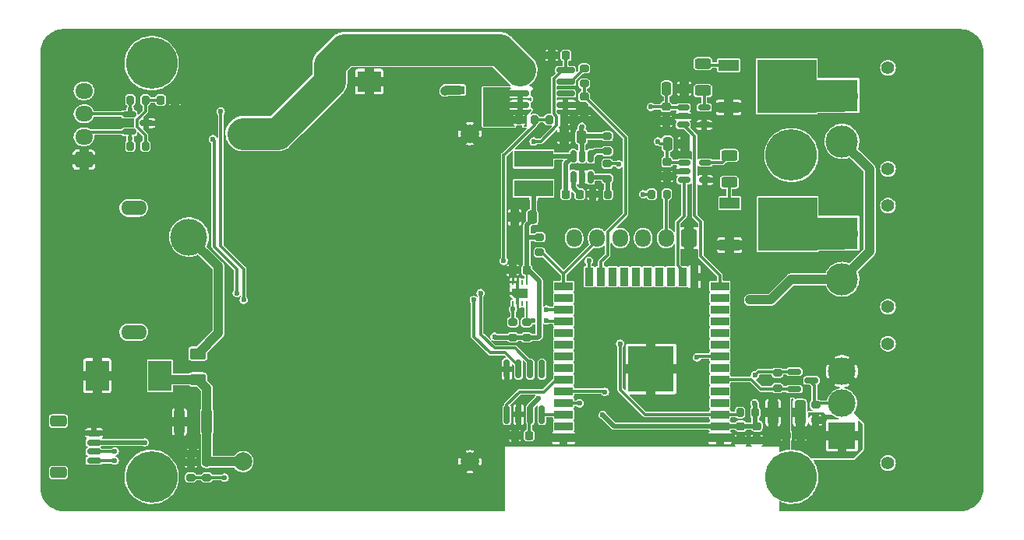
<source format=gbr>
%TF.GenerationSoftware,KiCad,Pcbnew,(6.0.2)*%
%TF.CreationDate,2022-09-20T17:08:32+02:00*%
%TF.ProjectId,led-board,6c65642d-626f-4617-9264-2e6b69636164,rev?*%
%TF.SameCoordinates,Original*%
%TF.FileFunction,Copper,L1,Top*%
%TF.FilePolarity,Positive*%
%FSLAX46Y46*%
G04 Gerber Fmt 4.6, Leading zero omitted, Abs format (unit mm)*
G04 Created by KiCad (PCBNEW (6.0.2)) date 2022-09-20 17:08:32*
%MOMM*%
%LPD*%
G01*
G04 APERTURE LIST*
G04 Aperture macros list*
%AMRoundRect*
0 Rectangle with rounded corners*
0 $1 Rounding radius*
0 $2 $3 $4 $5 $6 $7 $8 $9 X,Y pos of 4 corners*
0 Add a 4 corners polygon primitive as box body*
4,1,4,$2,$3,$4,$5,$6,$7,$8,$9,$2,$3,0*
0 Add four circle primitives for the rounded corners*
1,1,$1+$1,$2,$3*
1,1,$1+$1,$4,$5*
1,1,$1+$1,$6,$7*
1,1,$1+$1,$8,$9*
0 Add four rect primitives between the rounded corners*
20,1,$1+$1,$2,$3,$4,$5,0*
20,1,$1+$1,$4,$5,$6,$7,0*
20,1,$1+$1,$6,$7,$8,$9,0*
20,1,$1+$1,$8,$9,$2,$3,0*%
%AMFreePoly0*
4,1,6,0.500000,-0.850000,-0.500000,-0.850000,-0.500000,0.550000,-0.200000,0.850000,0.500000,0.850000,0.500000,-0.850000,0.500000,-0.850000,$1*%
G04 Aperture macros list end*
%TA.AperFunction,SMDPad,CuDef*%
%ADD10RoundRect,0.225000X0.250000X-0.225000X0.250000X0.225000X-0.250000X0.225000X-0.250000X-0.225000X0*%
%TD*%
%TA.AperFunction,SMDPad,CuDef*%
%ADD11RoundRect,0.200000X-0.275000X0.200000X-0.275000X-0.200000X0.275000X-0.200000X0.275000X0.200000X0*%
%TD*%
%TA.AperFunction,SMDPad,CuDef*%
%ADD12RoundRect,0.225000X-0.250000X0.225000X-0.250000X-0.225000X0.250000X-0.225000X0.250000X0.225000X0*%
%TD*%
%TA.AperFunction,SMDPad,CuDef*%
%ADD13RoundRect,0.200000X0.200000X0.275000X-0.200000X0.275000X-0.200000X-0.275000X0.200000X-0.275000X0*%
%TD*%
%TA.AperFunction,SMDPad,CuDef*%
%ADD14RoundRect,0.250000X-0.625000X0.312500X-0.625000X-0.312500X0.625000X-0.312500X0.625000X0.312500X0*%
%TD*%
%TA.AperFunction,SMDPad,CuDef*%
%ADD15RoundRect,0.150000X-0.625000X0.150000X-0.625000X-0.150000X0.625000X-0.150000X0.625000X0.150000X0*%
%TD*%
%TA.AperFunction,SMDPad,CuDef*%
%ADD16RoundRect,0.250000X-0.650000X0.350000X-0.650000X-0.350000X0.650000X-0.350000X0.650000X0.350000X0*%
%TD*%
%TA.AperFunction,SMDPad,CuDef*%
%ADD17RoundRect,0.250000X0.325000X1.100000X-0.325000X1.100000X-0.325000X-1.100000X0.325000X-1.100000X0*%
%TD*%
%TA.AperFunction,SMDPad,CuDef*%
%ADD18RoundRect,0.225000X0.225000X0.250000X-0.225000X0.250000X-0.225000X-0.250000X0.225000X-0.250000X0*%
%TD*%
%TA.AperFunction,ComponentPad*%
%ADD19RoundRect,0.250000X0.725000X-0.600000X0.725000X0.600000X-0.725000X0.600000X-0.725000X-0.600000X0*%
%TD*%
%TA.AperFunction,ComponentPad*%
%ADD20O,1.950000X1.700000*%
%TD*%
%TA.AperFunction,SMDPad,CuDef*%
%ADD21R,2.000000X0.900000*%
%TD*%
%TA.AperFunction,SMDPad,CuDef*%
%ADD22R,0.900000X2.000000*%
%TD*%
%TA.AperFunction,SMDPad,CuDef*%
%ADD23R,5.000000X5.000000*%
%TD*%
%TA.AperFunction,ComponentPad*%
%ADD24C,1.400000*%
%TD*%
%TA.AperFunction,ComponentPad*%
%ADD25R,3.500000X3.500000*%
%TD*%
%TA.AperFunction,ComponentPad*%
%ADD26C,3.500000*%
%TD*%
%TA.AperFunction,SMDPad,CuDef*%
%ADD27RoundRect,0.200000X0.275000X-0.200000X0.275000X0.200000X-0.275000X0.200000X-0.275000X-0.200000X0*%
%TD*%
%TA.AperFunction,SMDPad,CuDef*%
%ADD28RoundRect,0.250000X0.625000X-0.375000X0.625000X0.375000X-0.625000X0.375000X-0.625000X-0.375000X0*%
%TD*%
%TA.AperFunction,SMDPad,CuDef*%
%ADD29RoundRect,0.225000X-0.225000X-0.250000X0.225000X-0.250000X0.225000X0.250000X-0.225000X0.250000X0*%
%TD*%
%TA.AperFunction,SMDPad,CuDef*%
%ADD30RoundRect,0.150000X-0.825000X-0.150000X0.825000X-0.150000X0.825000X0.150000X-0.825000X0.150000X0*%
%TD*%
%TA.AperFunction,ComponentPad*%
%ADD31C,5.600000*%
%TD*%
%TA.AperFunction,SMDPad,CuDef*%
%ADD32RoundRect,0.250000X-0.250000X-0.475000X0.250000X-0.475000X0.250000X0.475000X-0.250000X0.475000X0*%
%TD*%
%TA.AperFunction,SMDPad,CuDef*%
%ADD33RoundRect,0.200000X-0.200000X-0.275000X0.200000X-0.275000X0.200000X0.275000X-0.200000X0.275000X0*%
%TD*%
%TA.AperFunction,SMDPad,CuDef*%
%ADD34RoundRect,0.150000X0.150000X-0.512500X0.150000X0.512500X-0.150000X0.512500X-0.150000X-0.512500X0*%
%TD*%
%TA.AperFunction,SMDPad,CuDef*%
%ADD35R,0.250000X0.550000*%
%TD*%
%TA.AperFunction,SMDPad,CuDef*%
%ADD36FreePoly0,90.000000*%
%TD*%
%TA.AperFunction,SMDPad,CuDef*%
%ADD37RoundRect,0.150000X0.150000X-0.825000X0.150000X0.825000X-0.150000X0.825000X-0.150000X-0.825000X0*%
%TD*%
%TA.AperFunction,SMDPad,CuDef*%
%ADD38R,4.200000X1.800000*%
%TD*%
%TA.AperFunction,SMDPad,CuDef*%
%ADD39R,2.200000X1.200000*%
%TD*%
%TA.AperFunction,SMDPad,CuDef*%
%ADD40R,6.400000X5.800000*%
%TD*%
%TA.AperFunction,SMDPad,CuDef*%
%ADD41R,2.500000X2.300000*%
%TD*%
%TA.AperFunction,SMDPad,CuDef*%
%ADD42R,2.500000X3.300000*%
%TD*%
%TA.AperFunction,ComponentPad*%
%ADD43C,2.000000*%
%TD*%
%TA.AperFunction,SMDPad,CuDef*%
%ADD44RoundRect,0.250000X0.625000X-0.312500X0.625000X0.312500X-0.625000X0.312500X-0.625000X-0.312500X0*%
%TD*%
%TA.AperFunction,ComponentPad*%
%ADD45O,2.800000X1.600000*%
%TD*%
%TA.AperFunction,ComponentPad*%
%ADD46C,4.000000*%
%TD*%
%TA.AperFunction,SMDPad,CuDef*%
%ADD47R,1.200000X0.900000*%
%TD*%
%TA.AperFunction,ComponentPad*%
%ADD48R,3.000000X3.000000*%
%TD*%
%TA.AperFunction,ComponentPad*%
%ADD49C,3.000000*%
%TD*%
%TA.AperFunction,ComponentPad*%
%ADD50O,1.700000X1.950000*%
%TD*%
%TA.AperFunction,ComponentPad*%
%ADD51RoundRect,0.250000X0.600000X0.725000X-0.600000X0.725000X-0.600000X-0.725000X0.600000X-0.725000X0*%
%TD*%
%TA.AperFunction,SMDPad,CuDef*%
%ADD52RoundRect,0.150000X-0.512500X-0.150000X0.512500X-0.150000X0.512500X0.150000X-0.512500X0.150000X0*%
%TD*%
%TA.AperFunction,SMDPad,CuDef*%
%ADD53RoundRect,0.150000X-0.587500X-0.150000X0.587500X-0.150000X0.587500X0.150000X-0.587500X0.150000X0*%
%TD*%
%TA.AperFunction,ViaPad*%
%ADD54C,0.600000*%
%TD*%
%TA.AperFunction,Conductor*%
%ADD55C,1.000000*%
%TD*%
%TA.AperFunction,Conductor*%
%ADD56C,0.300000*%
%TD*%
%TA.AperFunction,Conductor*%
%ADD57C,0.500000*%
%TD*%
%TA.AperFunction,Conductor*%
%ADD58C,3.500000*%
%TD*%
%TA.AperFunction,Conductor*%
%ADD59C,0.200000*%
%TD*%
G04 APERTURE END LIST*
D10*
%TO.P,C2,1*%
%TO.N,GND*%
X100350000Y-67275000D03*
%TO.P,C2,2*%
%TO.N,+3V3*%
X100350000Y-65725000D03*
%TD*%
D11*
%TO.P,R3,1*%
%TO.N,GND*%
X38850000Y-69675000D03*
%TO.P,R3,2*%
%TO.N,VIN_SNS*%
X38850000Y-71325000D03*
%TD*%
D12*
%TO.P,C15,1*%
%TO.N,+5V*%
X90500000Y-30975000D03*
%TO.P,C15,2*%
%TO.N,GND*%
X90500000Y-32525000D03*
%TD*%
D11*
%TO.P,R19,1*%
%TO.N,Net-(J7-Pad2)*%
X106750000Y-63425000D03*
%TO.P,R19,2*%
%TO.N,+5V*%
X106750000Y-65075000D03*
%TD*%
D13*
%TO.P,R1,1*%
%TO.N,+3V3*%
X100175000Y-64250000D03*
%TO.P,R1,2*%
%TO.N,EN*%
X98525000Y-64250000D03*
%TD*%
D14*
%TO.P,R15,1*%
%TO.N,Net-(Q2-Pad1)*%
X94500000Y-26287500D03*
%TO.P,R15,2*%
%TO.N,Net-(R15-Pad2)*%
X94500000Y-29212500D03*
%TD*%
D15*
%TO.P,J3,1,Pin_1*%
%TO.N,GND*%
X28350000Y-66500000D03*
%TO.P,J3,2,Pin_2*%
%TO.N,+3V3*%
X28350000Y-67500000D03*
%TO.P,J3,3,Pin_3*%
%TO.N,SDA*%
X28350000Y-68500000D03*
%TO.P,J3,4,Pin_4*%
%TO.N,SCL*%
X28350000Y-69500000D03*
D16*
%TO.P,J3,MP*%
%TO.N,N/C*%
X24475000Y-70800000D03*
X24475000Y-65200000D03*
%TD*%
D17*
%TO.P,C5,1*%
%TO.N,+VSW*%
X40575000Y-65250000D03*
%TO.P,C5,2*%
%TO.N,GND*%
X37625000Y-65250000D03*
%TD*%
D13*
%TO.P,R5,1*%
%TO.N,Net-(C7-Pad1)*%
X33925000Y-35250000D03*
%TO.P,R5,2*%
%TO.N,CANL*%
X32275000Y-35250000D03*
%TD*%
D18*
%TO.P,C4,1*%
%TO.N,+3V3*%
X75375000Y-48750000D03*
%TO.P,C4,2*%
%TO.N,GND*%
X73825000Y-48750000D03*
%TD*%
D19*
%TO.P,J4,1,Pin_1*%
%TO.N,GND*%
X27250000Y-36750000D03*
D20*
%TO.P,J4,2,Pin_2*%
%TO.N,CANL*%
X27250000Y-34250000D03*
%TO.P,J4,3,Pin_3*%
%TO.N,CANH*%
X27250000Y-31750000D03*
%TO.P,J4,4,Pin_4*%
%TO.N,unconnected-(J4-Pad4)*%
X27250000Y-29250000D03*
%TD*%
D21*
%TO.P,U1,1,GND*%
%TO.N,GND*%
X96350000Y-67005000D03*
%TO.P,U1,2,VDD*%
%TO.N,+3V3*%
X96350000Y-65735000D03*
%TO.P,U1,3,EN*%
%TO.N,EN*%
X96350000Y-64465000D03*
%TO.P,U1,4,SENSOR_VP*%
%TO.N,IO36*%
X96350000Y-63195000D03*
%TO.P,U1,5,SENSOR_VN*%
%TO.N,IO39*%
X96350000Y-61925000D03*
%TO.P,U1,6,IO34*%
%TO.N,LED_Data*%
X96350000Y-60655000D03*
%TO.P,U1,7,IO35*%
%TO.N,unconnected-(U1-Pad7)*%
X96350000Y-59385000D03*
%TO.P,U1,8,IO32*%
%TO.N,VIN_SNS*%
X96350000Y-58115000D03*
%TO.P,U1,9,IO33*%
%TO.N,unconnected-(U1-Pad9)*%
X96350000Y-56845000D03*
%TO.P,U1,10,IO25*%
%TO.N,unconnected-(U1-Pad10)*%
X96350000Y-55575000D03*
%TO.P,U1,11,IO26*%
%TO.N,unconnected-(U1-Pad11)*%
X96350000Y-54305000D03*
%TO.P,U1,12,IO27*%
%TO.N,unconnected-(U1-Pad12)*%
X96350000Y-53035000D03*
%TO.P,U1,13,IO14*%
%TO.N,unconnected-(U1-Pad13)*%
X96350000Y-51765000D03*
%TO.P,U1,14,IO12*%
%TO.N,LED_Light_2*%
X96350000Y-50495000D03*
D22*
%TO.P,U1,15,GND*%
%TO.N,GND*%
X93565000Y-49495000D03*
%TO.P,U1,16,IO13*%
%TO.N,LED_Light_1*%
X92295000Y-49495000D03*
%TO.P,U1,17,SHD/SD2*%
%TO.N,unconnected-(U1-Pad17)*%
X91025000Y-49495000D03*
%TO.P,U1,18,SWP/SD3*%
%TO.N,unconnected-(U1-Pad18)*%
X89755000Y-49495000D03*
%TO.P,U1,19,SCS/CMD*%
%TO.N,unconnected-(U1-Pad19)*%
X88485000Y-49495000D03*
%TO.P,U1,20,SCK/CLK*%
%TO.N,unconnected-(U1-Pad20)*%
X87215000Y-49495000D03*
%TO.P,U1,21,SDO/SD0*%
%TO.N,unconnected-(U1-Pad21)*%
X85945000Y-49495000D03*
%TO.P,U1,22,SDI/SD1*%
%TO.N,unconnected-(U1-Pad22)*%
X84675000Y-49495000D03*
%TO.P,U1,23,IO15*%
%TO.N,I_SNS*%
X83405000Y-49495000D03*
%TO.P,U1,24,IO2*%
%TO.N,5V_SNS*%
X82135000Y-49495000D03*
D21*
%TO.P,U1,25,IO0*%
%TO.N,IO0*%
X79350000Y-50495000D03*
%TO.P,U1,26,IO4*%
%TO.N,unconnected-(U1-Pad26)*%
X79350000Y-51765000D03*
%TO.P,U1,27,IO16*%
%TO.N,SDA*%
X79350000Y-53035000D03*
%TO.P,U1,28,IO17*%
%TO.N,SCL*%
X79350000Y-54305000D03*
%TO.P,U1,29,IO5*%
%TO.N,unconnected-(U1-Pad29)*%
X79350000Y-55575000D03*
%TO.P,U1,30,IO18*%
%TO.N,unconnected-(U1-Pad30)*%
X79350000Y-56845000D03*
%TO.P,U1,31,IO19*%
%TO.N,unconnected-(U1-Pad31)*%
X79350000Y-58115000D03*
%TO.P,U1,32,NC*%
%TO.N,unconnected-(U1-Pad32)*%
X79350000Y-59385000D03*
%TO.P,U1,33,IO21*%
%TO.N,CAN_TX*%
X79350000Y-60655000D03*
%TO.P,U1,34,RXD0/IO3*%
%TO.N,ESP_RX*%
X79350000Y-61925000D03*
%TO.P,U1,35,TXD0/IO1*%
%TO.N,ESP_TX*%
X79350000Y-63195000D03*
%TO.P,U1,36,IO22*%
%TO.N,CAN_RX*%
X79350000Y-64465000D03*
%TO.P,U1,37,IO23*%
%TO.N,unconnected-(U1-Pad37)*%
X79350000Y-65735000D03*
%TO.P,U1,38,GND*%
%TO.N,GND*%
X79350000Y-67005000D03*
D23*
%TO.P,U1,39,GND*%
X88850000Y-59505000D03*
%TD*%
D24*
%TO.P,J6,*%
%TO.N,*%
X114600000Y-37750000D03*
X114600000Y-26750000D03*
D25*
%TO.P,J6,1,Pin_1*%
%TO.N,Net-(J6-Pad1)*%
X109600000Y-29750000D03*
D26*
%TO.P,J6,2,Pin_2*%
%TO.N,+VSW*%
X109600000Y-34750000D03*
%TD*%
D27*
%TO.P,R17,2*%
%TO.N,+3V3*%
X84100000Y-37175000D03*
%TO.P,R17,1*%
%TO.N,Net-(R17-Pad1)*%
X84100000Y-38825000D03*
%TD*%
D28*
%TO.P,F1,1*%
%TO.N,+VSW*%
X39600000Y-60650000D03*
%TO.P,F1,2*%
%TO.N,+BATT*%
X39600000Y-57850000D03*
%TD*%
D29*
%TO.P,C16,2*%
%TO.N,Net-(C16-Pad2)*%
X81125000Y-40500000D03*
%TO.P,C16,1*%
%TO.N,Net-(C16-Pad1)*%
X79575000Y-40500000D03*
%TD*%
D30*
%TO.P,U5,8,VCC*%
%TO.N,+3V3*%
X79575000Y-26982500D03*
%TO.P,U5,7,OUT*%
%TO.N,Net-(R11-Pad2)*%
X79575000Y-28252500D03*
%TO.P,U5,6*%
%TO.N,N/C*%
X79575000Y-29522500D03*
%TO.P,U5,5,GND*%
%TO.N,GND*%
X79575000Y-30792500D03*
%TO.P,U5,4,IP-*%
%TO.N,+5V*%
X74625000Y-30792500D03*
%TO.P,U5,3,IP-*%
X74625000Y-29522500D03*
%TO.P,U5,2,IP+*%
%TO.N,+5VP*%
X74625000Y-28252500D03*
%TO.P,U5,1,IP+*%
X74625000Y-26982500D03*
%TD*%
D31*
%TO.P,H2,1*%
%TO.N,N/C*%
X34600000Y-71250000D03*
%TD*%
D32*
%TO.P,C11,1*%
%TO.N,+5V*%
X90650000Y-35000000D03*
%TO.P,C11,2*%
%TO.N,GND*%
X92550000Y-35000000D03*
%TD*%
D33*
%TO.P,R4,1*%
%TO.N,CANH*%
X32275000Y-30250000D03*
%TO.P,R4,2*%
%TO.N,Net-(C7-Pad1)*%
X33925000Y-30250000D03*
%TD*%
D34*
%TO.P,U6,6,SW*%
%TO.N,Net-(C16-Pad1)*%
X80400000Y-36362500D03*
%TO.P,U6,5,IN*%
%TO.N,+5V*%
X81350000Y-36362500D03*
%TO.P,U6,4,EN*%
%TO.N,Net-(R13-Pad1)*%
X82300000Y-36362500D03*
%TO.P,U6,3,FB*%
%TO.N,Net-(R17-Pad1)*%
X82300000Y-38637500D03*
%TO.P,U6,2,GND*%
%TO.N,GND*%
X81350000Y-38637500D03*
%TO.P,U6,1,BST*%
%TO.N,Net-(C16-Pad2)*%
X80400000Y-38637500D03*
%TD*%
D31*
%TO.P,H1,1*%
%TO.N,N/C*%
X34600000Y-26250000D03*
%TD*%
D35*
%TO.P,U3,1,SDA*%
%TO.N,SDA*%
X73850000Y-52425000D03*
%TO.P,U3,2,ADDR*%
%TO.N,GND*%
X74350000Y-52425000D03*
%TO.P,U3,3,ALERT*%
%TO.N,unconnected-(U3-Pad3)*%
X74850000Y-52425000D03*
%TO.P,U3,4,SCL*%
%TO.N,SCL*%
X75350000Y-52425000D03*
%TO.P,U3,5,VDD*%
%TO.N,+3V3*%
X75350000Y-50075000D03*
%TO.P,U3,6,~{RESET}*%
%TO.N,unconnected-(U3-Pad6)*%
X74850000Y-50075000D03*
%TO.P,U3,7,R*%
%TO.N,GND*%
X74350000Y-50075000D03*
%TO.P,U3,8,VSS*%
X73850000Y-50075000D03*
D36*
%TO.P,U3,9,VSS*%
X74600000Y-51250000D03*
%TD*%
D37*
%TO.P,U2,1,D*%
%TO.N,CAN_TX*%
X73195000Y-64475000D03*
%TO.P,U2,2,GND*%
%TO.N,GND*%
X74465000Y-64475000D03*
%TO.P,U2,3,VCC*%
%TO.N,+3V3*%
X75735000Y-64475000D03*
%TO.P,U2,4,R*%
%TO.N,CAN_RX*%
X77005000Y-64475000D03*
%TO.P,U2,5,Vref*%
%TO.N,unconnected-(U2-Pad5)*%
X77005000Y-59525000D03*
%TO.P,U2,6,CANL*%
%TO.N,CANL*%
X75735000Y-59525000D03*
%TO.P,U2,7,CANH*%
%TO.N,CANH*%
X74465000Y-59525000D03*
%TO.P,U2,8,Rs*%
%TO.N,GND*%
X73195000Y-59525000D03*
%TD*%
D27*
%TO.P,R2,1*%
%TO.N,VIN_SNS*%
X40600000Y-71325000D03*
%TO.P,R2,2*%
%TO.N,+VSW*%
X40600000Y-69675000D03*
%TD*%
D38*
%TO.P,L1,2*%
%TO.N,+3V3*%
X76100000Y-39850000D03*
%TO.P,L1,1*%
%TO.N,Net-(C16-Pad1)*%
X76100000Y-36650000D03*
%TD*%
D39*
%TO.P,Q1,1,G*%
%TO.N,Net-(Q1-Pad1)*%
X97400000Y-41470000D03*
D40*
%TO.P,Q1,2,D*%
%TO.N,Net-(J5-Pad1)*%
X103700000Y-43750000D03*
D39*
%TO.P,Q1,3,S*%
%TO.N,GND*%
X97400000Y-46030000D03*
%TD*%
D41*
%TO.P,D4,1,K*%
%TO.N,+5VP*%
X53950000Y-28250000D03*
%TO.P,D4,2,A*%
%TO.N,GND*%
X58250000Y-28250000D03*
%TD*%
D42*
%TO.P,D2,1,K*%
%TO.N,+VSW*%
X35500000Y-60250000D03*
%TO.P,D2,2,A*%
%TO.N,GND*%
X28700000Y-60250000D03*
%TD*%
D39*
%TO.P,Q2,1,G*%
%TO.N,Net-(Q2-Pad1)*%
X97300000Y-26470000D03*
D40*
%TO.P,Q2,2,D*%
%TO.N,Net-(J6-Pad1)*%
X103600000Y-28750000D03*
D39*
%TO.P,Q2,3,S*%
%TO.N,GND*%
X97300000Y-31030000D03*
%TD*%
D43*
%TO.P,PS1,4,+Vout*%
%TO.N,+5VP*%
X44525000Y-33905000D03*
%TO.P,PS1,3,GND*%
%TO.N,GND*%
X69175000Y-33905000D03*
%TO.P,PS1,2,+Vin*%
%TO.N,+VSW*%
X44525000Y-69595000D03*
%TO.P,PS1,1,GND*%
%TO.N,GND*%
X69175000Y-69595000D03*
%TD*%
D11*
%TO.P,R6,1*%
%TO.N,SCL*%
X75350000Y-54425000D03*
%TO.P,R6,2*%
%TO.N,+3V3*%
X75350000Y-56075000D03*
%TD*%
D33*
%TO.P,R18,2*%
%TO.N,Net-(R17-Pad1)*%
X84175000Y-40500000D03*
%TO.P,R18,1*%
%TO.N,GND*%
X82525000Y-40500000D03*
%TD*%
D32*
%TO.P,C13,2*%
%TO.N,+5V*%
X81300000Y-34250000D03*
%TO.P,C13,1*%
%TO.N,GND*%
X79400000Y-34250000D03*
%TD*%
D29*
%TO.P,C10,1*%
%TO.N,GND*%
X103575000Y-66750000D03*
%TO.P,C10,2*%
%TO.N,+5V*%
X105125000Y-66750000D03*
%TD*%
D12*
%TO.P,C8,1*%
%TO.N,+5V*%
X90600000Y-36975000D03*
%TO.P,C8,2*%
%TO.N,GND*%
X90600000Y-38525000D03*
%TD*%
D31*
%TO.P,H4,1*%
%TO.N,N/C*%
X104100000Y-71250000D03*
%TD*%
D44*
%TO.P,R8,1*%
%TO.N,Net-(Q1-Pad1)*%
X97350000Y-39212500D03*
%TO.P,R8,2*%
%TO.N,Net-(R8-Pad2)*%
X97350000Y-36287500D03*
%TD*%
D32*
%TO.P,C17,1*%
%TO.N,+5V*%
X90550000Y-29000000D03*
%TO.P,C17,2*%
%TO.N,GND*%
X92450000Y-29000000D03*
%TD*%
D10*
%TO.P,C1,1*%
%TO.N,GND*%
X98600000Y-67275000D03*
%TO.P,C1,2*%
%TO.N,+3V3*%
X98600000Y-65725000D03*
%TD*%
D13*
%TO.P,R12,1*%
%TO.N,ESP_RX*%
X90575000Y-40500000D03*
%TO.P,R12,2*%
%TO.N,+3V3*%
X88925000Y-40500000D03*
%TD*%
D45*
%TO.P,J1,*%
%TO.N,*%
X32650000Y-42000000D03*
X32650000Y-55500000D03*
D46*
%TO.P,J1,1,Pin_1*%
%TO.N,GND*%
X38650000Y-52350000D03*
%TO.P,J1,2,Pin_2*%
%TO.N,+BATT*%
X38650000Y-45150000D03*
%TD*%
D13*
%TO.P,R10,2*%
%TO.N,5V_SNS*%
X77775000Y-32387500D03*
%TO.P,R10,1*%
%TO.N,GND*%
X79425000Y-32387500D03*
%TD*%
D32*
%TO.P,C18,1*%
%TO.N,GND*%
X74050000Y-43000000D03*
%TO.P,C18,2*%
%TO.N,+3V3*%
X75950000Y-43000000D03*
%TD*%
D12*
%TO.P,C14,2*%
%TO.N,GND*%
X81600000Y-31412500D03*
%TO.P,C14,1*%
%TO.N,I_SNS*%
X81600000Y-29862500D03*
%TD*%
D47*
%TO.P,D1,1,K*%
%TO.N,+5VP*%
X68000000Y-25850000D03*
%TO.P,D1,2,A*%
%TO.N,Net-(D1-Pad2)*%
X68000000Y-29150000D03*
%TD*%
D24*
%TO.P,J7,*%
%TO.N,*%
X114600000Y-56750000D03*
X114600000Y-69750000D03*
D48*
%TO.P,J7,1,Pin_1*%
%TO.N,+5V*%
X109600000Y-66750000D03*
D49*
%TO.P,J7,2,Pin_2*%
%TO.N,Net-(J7-Pad2)*%
X109600000Y-63250000D03*
%TO.P,J7,3,Pin_3*%
%TO.N,GND*%
X109600000Y-59750000D03*
%TD*%
D50*
%TO.P,J2,6,Pin_6*%
%TO.N,Net-(D1-Pad2)*%
X80500000Y-45275000D03*
%TO.P,J2,5,Pin_5*%
%TO.N,IO0*%
X83000000Y-45275000D03*
%TO.P,J2,4,Pin_4*%
%TO.N,EN*%
X85500000Y-45275000D03*
%TO.P,J2,3,Pin_3*%
%TO.N,ESP_TX*%
X88000000Y-45275000D03*
%TO.P,J2,2,Pin_2*%
%TO.N,ESP_RX*%
X90500000Y-45275000D03*
D51*
%TO.P,J2,1,Pin_1*%
%TO.N,GND*%
X93000000Y-45275000D03*
%TD*%
D27*
%TO.P,R16,1*%
%TO.N,LED_Data*%
X102600000Y-61575000D03*
%TO.P,R16,2*%
%TO.N,+3V3*%
X102600000Y-59925000D03*
%TD*%
D18*
%TO.P,C6,1*%
%TO.N,+VSW*%
X40625000Y-67750000D03*
%TO.P,C6,2*%
%TO.N,GND*%
X39075000Y-67750000D03*
%TD*%
D27*
%TO.P,R11,2*%
%TO.N,Net-(R11-Pad2)*%
X81600000Y-26812500D03*
%TO.P,R11,1*%
%TO.N,I_SNS*%
X81600000Y-28462500D03*
%TD*%
D13*
%TO.P,R9,2*%
%TO.N,+5V*%
X74525000Y-32387500D03*
%TO.P,R9,1*%
%TO.N,5V_SNS*%
X76175000Y-32387500D03*
%TD*%
D27*
%TO.P,R13,2*%
%TO.N,+5V*%
X84100000Y-34175000D03*
%TO.P,R13,1*%
%TO.N,Net-(R13-Pad1)*%
X84100000Y-35825000D03*
%TD*%
D18*
%TO.P,C12,2*%
%TO.N,GND*%
X78075000Y-25387500D03*
%TO.P,C12,1*%
%TO.N,+3V3*%
X79625000Y-25387500D03*
%TD*%
D24*
%TO.P,J5,*%
%TO.N,*%
X114600000Y-52750000D03*
X114600000Y-41750000D03*
D25*
%TO.P,J5,1,Pin_1*%
%TO.N,Net-(J5-Pad1)*%
X109600000Y-44750000D03*
D26*
%TO.P,J5,2,Pin_2*%
%TO.N,+VSW*%
X109600000Y-49750000D03*
%TD*%
D52*
%TO.P,U7,1,VDD*%
%TO.N,+5V*%
X92362500Y-31050000D03*
%TO.P,U7,2,GND*%
%TO.N,GND*%
X92362500Y-32000000D03*
%TO.P,U7,3,IN+*%
%TO.N,LED_Light_2*%
X92362500Y-32950000D03*
%TO.P,U7,4,IN-*%
%TO.N,GND*%
X94637500Y-32950000D03*
%TO.P,U7,5,OUT*%
%TO.N,Net-(R15-Pad2)*%
X94637500Y-31050000D03*
%TD*%
D18*
%TO.P,C3,1*%
%TO.N,+3V3*%
X75625000Y-66750000D03*
%TO.P,C3,2*%
%TO.N,GND*%
X74075000Y-66750000D03*
%TD*%
D53*
%TO.P,Q3,1,G*%
%TO.N,+3V3*%
X104412500Y-59800000D03*
%TO.P,Q3,2,S*%
%TO.N,LED_Data*%
X104412500Y-61700000D03*
%TO.P,Q3,3,D*%
%TO.N,Net-(J7-Pad2)*%
X106287500Y-60750000D03*
%TD*%
D31*
%TO.P,H3,1*%
%TO.N,N/C*%
X104100000Y-36250000D03*
%TD*%
D11*
%TO.P,R7,1*%
%TO.N,SDA*%
X73850000Y-54425000D03*
%TO.P,R7,2*%
%TO.N,+3V3*%
X73850000Y-56075000D03*
%TD*%
D27*
%TO.P,R14,1*%
%TO.N,IO0*%
X76750000Y-46825000D03*
%TO.P,R14,2*%
%TO.N,+3V3*%
X76750000Y-45175000D03*
%TD*%
D52*
%TO.P,U4,1,VDD*%
%TO.N,+5V*%
X92462500Y-37050000D03*
%TO.P,U4,2,GND*%
%TO.N,GND*%
X92462500Y-38000000D03*
%TO.P,U4,3,IN+*%
%TO.N,LED_Light_1*%
X92462500Y-38950000D03*
%TO.P,U4,4,IN-*%
%TO.N,GND*%
X94737500Y-38950000D03*
%TO.P,U4,5,OUT*%
%TO.N,Net-(R8-Pad2)*%
X94737500Y-37050000D03*
%TD*%
D53*
%TO.P,D3,1,K*%
%TO.N,CANH*%
X32162500Y-31800000D03*
%TO.P,D3,2,K*%
%TO.N,CANL*%
X32162500Y-33700000D03*
%TO.P,D3,3,A*%
%TO.N,GND*%
X34037500Y-32750000D03*
%TD*%
D17*
%TO.P,C9,1*%
%TO.N,+5V*%
X105075000Y-64250000D03*
%TO.P,C9,2*%
%TO.N,GND*%
X102125000Y-64250000D03*
%TD*%
D29*
%TO.P,C7,1*%
%TO.N,Net-(C7-Pad1)*%
X35575000Y-30250000D03*
%TO.P,C7,2*%
%TO.N,GND*%
X37125000Y-30250000D03*
%TD*%
D54*
%TO.N,GND*%
X40000000Y-40000000D03*
X60000000Y-70000000D03*
X110000000Y-25000000D03*
X30000000Y-55000000D03*
X65000000Y-50000000D03*
X55000000Y-60000000D03*
X86500000Y-54000000D03*
X120000000Y-30000000D03*
X101750000Y-50000000D03*
X102000000Y-59000000D03*
X60000000Y-65000000D03*
X102000000Y-67000000D03*
X37500000Y-68500000D03*
X78000000Y-26887500D03*
X25000000Y-60000000D03*
X45000000Y-25000000D03*
X65000000Y-30000000D03*
X97250000Y-44500000D03*
X92000000Y-27000000D03*
X55000000Y-65000000D03*
X60000000Y-30000000D03*
X30000000Y-50000000D03*
X110000000Y-56250000D03*
X82250000Y-33137500D03*
X55000000Y-45000000D03*
X50000000Y-45000000D03*
X102000000Y-53250000D03*
X87750000Y-39000000D03*
X99000000Y-31000000D03*
X83000000Y-39500000D03*
X45000000Y-40000000D03*
X100000000Y-53250000D03*
X81500000Y-39500000D03*
X65000000Y-60000000D03*
X45000000Y-30000000D03*
X30000000Y-40000000D03*
X74500000Y-45500000D03*
X107250000Y-39250000D03*
X100000000Y-25000000D03*
X100750000Y-48500000D03*
X115000000Y-25000000D03*
X55000000Y-50000000D03*
X25000000Y-30000000D03*
X45000000Y-65000000D03*
X88000000Y-67000000D03*
X65000000Y-35000000D03*
X91000000Y-56000000D03*
X25000000Y-45000000D03*
X70000000Y-45000000D03*
X94000000Y-63000000D03*
X86500000Y-52000000D03*
X100000000Y-55000000D03*
X89500000Y-52000000D03*
X83250000Y-43500000D03*
X36750000Y-68250000D03*
X115000000Y-50000000D03*
X91500000Y-54000000D03*
X65000000Y-45000000D03*
X70000000Y-60000000D03*
X102000000Y-57000000D03*
X28750000Y-65250000D03*
X120000000Y-50000000D03*
X92000000Y-61000000D03*
X82000000Y-52000000D03*
X115000000Y-35000000D03*
X60000000Y-45000000D03*
X102000000Y-66000000D03*
X91500000Y-52000000D03*
X92000000Y-56000000D03*
X110000000Y-55000000D03*
X120000000Y-55000000D03*
X50000000Y-40000000D03*
X50000000Y-50000000D03*
X28500000Y-62750000D03*
X25000000Y-55000000D03*
X84000000Y-52000000D03*
X120000000Y-60000000D03*
X100000000Y-50000000D03*
X101000000Y-63000000D03*
X97000000Y-33000000D03*
X115000000Y-30000000D03*
X30000000Y-45000000D03*
X103250000Y-67750000D03*
X78000000Y-45750000D03*
X93000000Y-54000000D03*
X70000000Y-65000000D03*
X120000000Y-65000000D03*
X55000000Y-40000000D03*
X70000000Y-50000000D03*
X76750000Y-25387500D03*
X85000000Y-24387500D03*
X45000000Y-60000000D03*
X82000000Y-56000000D03*
X108500000Y-56250000D03*
X78250000Y-34637500D03*
X83000000Y-63000000D03*
X65000000Y-70000000D03*
X73750000Y-44750000D03*
X88000000Y-36000000D03*
X97000000Y-29000000D03*
X115000000Y-65000000D03*
X108500000Y-53750000D03*
X84000000Y-56000000D03*
X100000000Y-57000000D03*
X86500000Y-33500000D03*
X37500000Y-67500000D03*
X92000000Y-67000000D03*
X99000000Y-48000000D03*
X108500000Y-55000000D03*
X80500000Y-33137500D03*
X95000000Y-45000000D03*
X80000000Y-43612500D03*
X94000000Y-61000000D03*
X86500000Y-43500000D03*
X50000000Y-25000000D03*
X92000000Y-63000000D03*
X55000000Y-35000000D03*
X105000000Y-25000000D03*
X97000000Y-48000000D03*
X25000000Y-57500000D03*
X82000000Y-58000000D03*
X30000000Y-66500000D03*
X95000000Y-43000000D03*
X115000000Y-45000000D03*
X102000000Y-55000000D03*
X120000000Y-25000000D03*
X25000000Y-50000000D03*
X90000000Y-25000000D03*
X60000000Y-60000000D03*
X78000000Y-24137500D03*
X120000000Y-70000000D03*
X65000000Y-40000000D03*
X82000000Y-54000000D03*
X99250000Y-39250000D03*
X120000000Y-45000000D03*
X60000000Y-35000000D03*
X28500000Y-57500000D03*
X86750000Y-39387500D03*
X84000000Y-54000000D03*
X55000000Y-70000000D03*
X95000000Y-47000000D03*
X92000000Y-57000000D03*
X25000000Y-35000000D03*
X25000000Y-40000000D03*
X99000000Y-33000000D03*
X88750000Y-43500000D03*
X35000000Y-40000000D03*
X36500000Y-66500000D03*
X84000000Y-58000000D03*
X35500000Y-67500000D03*
X50000000Y-65000000D03*
X107250000Y-33000000D03*
X37750000Y-69500000D03*
X25000000Y-25000000D03*
X45000000Y-45000000D03*
X60000000Y-40000000D03*
X120000000Y-35000000D03*
X60000000Y-50000000D03*
X99000000Y-29000000D03*
X89500000Y-54000000D03*
X73750000Y-46250000D03*
X65000000Y-65000000D03*
X115000000Y-60000000D03*
X120000000Y-40000000D03*
X94000000Y-67000000D03*
X50000000Y-70000000D03*
X30000000Y-25000000D03*
X89000000Y-37000000D03*
X40000000Y-30000000D03*
X70000000Y-39387500D03*
X82000000Y-60000000D03*
X85000000Y-63000000D03*
X92000000Y-62000000D03*
X93000000Y-52000000D03*
X25000000Y-62500000D03*
X108500000Y-57500000D03*
X36500000Y-67500000D03*
X90000000Y-67000000D03*
X40000000Y-25000000D03*
X50000000Y-60000000D03*
X91000000Y-63000000D03*
X100000000Y-59000000D03*
X110000000Y-53750000D03*
X110000000Y-57500000D03*
X86500000Y-56000000D03*
X89000000Y-39000000D03*
X95000000Y-25000000D03*
%TO.N,+3V3*%
X76600000Y-62750000D03*
X100143756Y-60198634D03*
X83600000Y-64500000D03*
X76100000Y-41000000D03*
X85350000Y-37250000D03*
X71850000Y-56000000D03*
X100100000Y-63250000D03*
X76100000Y-34750000D03*
X88000000Y-40500000D03*
X76699511Y-55900489D03*
X33850000Y-67500000D03*
%TO.N,EN*%
X85500000Y-56750000D03*
%TO.N,ESP_TX*%
X81100000Y-63250000D03*
%TO.N,ESP_RX*%
X83850000Y-62000000D03*
%TO.N,+VSW*%
X101850000Y-52000000D03*
X100350000Y-52000000D03*
X99600000Y-52000000D03*
X101100000Y-52000000D03*
%TO.N,+5V*%
X71600000Y-30887500D03*
X88850000Y-31000000D03*
X72350000Y-30887500D03*
X106100000Y-66500000D03*
X73100000Y-30887500D03*
X71600000Y-31887500D03*
X72350000Y-29887500D03*
X73100000Y-31887500D03*
X71600000Y-29887500D03*
X106850000Y-68000000D03*
X81350000Y-33137500D03*
X73100000Y-29887500D03*
X106850000Y-67250000D03*
X106100000Y-67250000D03*
X89600000Y-34750000D03*
X72350000Y-31887500D03*
X106850000Y-66500000D03*
%TO.N,SCL*%
X77500000Y-54250000D03*
X76000000Y-54250000D03*
X30600000Y-69500000D03*
%TO.N,SDA*%
X73850000Y-53000000D03*
X30600000Y-68500000D03*
X77500000Y-53035000D03*
%TO.N,Net-(D1-Pad2)*%
X66500000Y-29250000D03*
%TO.N,CANL*%
X70350000Y-51250000D03*
X41250500Y-34500000D03*
X32275000Y-34425000D03*
X43850000Y-51250000D03*
%TO.N,CANH*%
X44600000Y-52000000D03*
X69600000Y-52000000D03*
X42100000Y-31500000D03*
X32275000Y-31325000D03*
%TO.N,VIN_SNS*%
X42525000Y-71325000D03*
X93850000Y-58250000D03*
%TO.N,5V_SNS*%
X72850000Y-47750000D03*
X82100000Y-47750000D03*
%TD*%
D55*
%TO.N,Net-(D1-Pad2)*%
X66600000Y-29150000D02*
X66500000Y-29250000D01*
X68000000Y-29150000D02*
X66600000Y-29150000D01*
D56*
%TO.N,ESP_RX*%
X90575000Y-40500000D02*
X90500000Y-40575000D01*
X90500000Y-40575000D02*
X90500000Y-45525000D01*
%TO.N,+3V3*%
X88925000Y-40500000D02*
X88000000Y-40500000D01*
%TO.N,I_SNS*%
X84149520Y-47100480D02*
X83405000Y-47845000D01*
X84149520Y-44600480D02*
X84149520Y-47100480D01*
X86100000Y-42650000D02*
X84149520Y-44600480D01*
X83405000Y-47845000D02*
X83405000Y-49495000D01*
X86100000Y-34350000D02*
X86100000Y-42650000D01*
D57*
%TO.N,+3V3*%
X76100000Y-43150000D02*
X76100000Y-41000000D01*
X75375000Y-43875000D02*
X76100000Y-43150000D01*
X75375000Y-45125000D02*
X75375000Y-43875000D01*
D56*
%TO.N,5V_SNS*%
X72850000Y-47750000D02*
X72850000Y-36250000D01*
D58*
%TO.N,+5VP*%
X72392500Y-24750000D02*
X71500000Y-24750000D01*
X74625000Y-26982500D02*
X72392500Y-24750000D01*
D56*
%TO.N,GND*%
X74350000Y-51000000D02*
X74600000Y-51250000D01*
X74350000Y-51500000D02*
X74600000Y-51250000D01*
X74600000Y-51250000D02*
X73250000Y-51250000D01*
X74350000Y-52425000D02*
X74350000Y-51500000D01*
X74350000Y-50075000D02*
X74350000Y-51000000D01*
D57*
%TO.N,+3V3*%
X73850000Y-56075000D02*
X76525000Y-56075000D01*
D56*
X76100000Y-34750000D02*
X76887500Y-34750000D01*
X79575000Y-26982500D02*
X79234283Y-26982500D01*
D57*
X100175000Y-64250000D02*
X100175000Y-65550000D01*
X76100000Y-39850000D02*
X76100000Y-41000000D01*
D56*
X79234283Y-26982500D02*
X78300480Y-27916303D01*
D57*
X75735000Y-63615000D02*
X75735000Y-64475000D01*
D56*
X78600000Y-32031073D02*
X78600000Y-33037500D01*
D57*
X76525000Y-56075000D02*
X76699511Y-55900489D01*
D56*
X84100000Y-37175000D02*
X85275000Y-37175000D01*
D57*
X84835000Y-65735000D02*
X96350000Y-65735000D01*
X76600000Y-62750000D02*
X75735000Y-63615000D01*
D56*
X76887500Y-34750000D02*
X78600000Y-33037500D01*
D57*
X75425000Y-45175000D02*
X75375000Y-45125000D01*
X76750000Y-45175000D02*
X75425000Y-45175000D01*
X98590000Y-65735000D02*
X98600000Y-65725000D01*
X33850000Y-67500000D02*
X28350000Y-67500000D01*
D56*
X75625000Y-64585000D02*
X75735000Y-64475000D01*
X100542390Y-59800000D02*
X100143756Y-60198634D01*
D57*
X100175000Y-65550000D02*
X100350000Y-65725000D01*
X75375000Y-48750000D02*
X75375000Y-45125000D01*
X73850000Y-56075000D02*
X71925000Y-56075000D01*
D56*
X78300480Y-27916303D02*
X78300480Y-31731553D01*
D57*
X95850000Y-65735000D02*
X98590000Y-65735000D01*
D59*
X75350000Y-48775000D02*
X75375000Y-48750000D01*
X75350000Y-50075000D02*
X75350000Y-48775000D01*
D56*
X79575000Y-25437500D02*
X79625000Y-25387500D01*
D57*
X71925000Y-56075000D02*
X71850000Y-56000000D01*
D56*
X104412500Y-59800000D02*
X100542390Y-59800000D01*
X79575000Y-26982500D02*
X79575000Y-25437500D01*
D57*
X100175000Y-63325000D02*
X100100000Y-63250000D01*
D56*
X85275000Y-37175000D02*
X85350000Y-37250000D01*
D57*
X100175000Y-64250000D02*
X100175000Y-63325000D01*
X76699511Y-55900489D02*
X76699511Y-49949511D01*
X75500000Y-48750000D02*
X75375000Y-48750000D01*
X83600000Y-64500000D02*
X84835000Y-65735000D01*
D56*
X75625000Y-66750000D02*
X75625000Y-64585000D01*
X78300480Y-31731553D02*
X78600000Y-32031073D01*
D57*
X76699511Y-49949511D02*
X75500000Y-48750000D01*
X98600000Y-65725000D02*
X100350000Y-65725000D01*
D56*
%TO.N,IO0*%
X79350000Y-49175000D02*
X83000000Y-45525000D01*
X77000000Y-46825000D02*
X79350000Y-49175000D01*
X79350000Y-50495000D02*
X79350000Y-49175000D01*
X76750000Y-46825000D02*
X77000000Y-46825000D01*
%TO.N,EN*%
X85500000Y-61754022D02*
X88210978Y-64465000D01*
X95850000Y-64465000D02*
X98310000Y-64465000D01*
X85500000Y-56750000D02*
X85500000Y-61754022D01*
X88210978Y-64465000D02*
X96350000Y-64465000D01*
X98310000Y-64465000D02*
X98525000Y-64250000D01*
%TO.N,ESP_TX*%
X79405000Y-63250000D02*
X79350000Y-63195000D01*
X81100000Y-63250000D02*
X79405000Y-63250000D01*
%TO.N,ESP_RX*%
X83775000Y-61925000D02*
X79350000Y-61925000D01*
X83850000Y-62000000D02*
X83775000Y-61925000D01*
D55*
%TO.N,+VSW*%
X44525000Y-69595000D02*
X40680000Y-69595000D01*
X39600000Y-60650000D02*
X35900000Y-60650000D01*
X40680000Y-69595000D02*
X40600000Y-69675000D01*
X109600000Y-49750000D02*
X104100000Y-49750000D01*
X109600000Y-34750000D02*
X112600000Y-37750000D01*
X35900000Y-60650000D02*
X35500000Y-60250000D01*
X39600000Y-60650000D02*
X40600000Y-61650000D01*
X112600000Y-37750000D02*
X112600000Y-46750000D01*
X101850000Y-52000000D02*
X99600000Y-52000000D01*
X40600000Y-61650000D02*
X40600000Y-69675000D01*
X112600000Y-46750000D02*
X109600000Y-49750000D01*
X104100000Y-49750000D02*
X101850000Y-52000000D01*
D56*
%TO.N,Net-(C7-Pad1)*%
X33925000Y-30250000D02*
X33925000Y-31489283D01*
X33000480Y-33164763D02*
X33925000Y-34089283D01*
X35575000Y-30250000D02*
X33925000Y-30250000D01*
X33000480Y-32413803D02*
X33000480Y-33164763D01*
X33925000Y-31489283D02*
X33000480Y-32413803D01*
X33925000Y-34089283D02*
X33925000Y-35250000D01*
%TO.N,+5V*%
X90650000Y-35000000D02*
X89850000Y-35000000D01*
X90550000Y-29000000D02*
X90550000Y-30925000D01*
X90550000Y-30925000D02*
X90500000Y-30975000D01*
X90600000Y-36975000D02*
X90600000Y-35050000D01*
X92462500Y-37050000D02*
X90675000Y-37050000D01*
X90675000Y-37050000D02*
X90600000Y-36975000D01*
D57*
X84100000Y-34175000D02*
X81375000Y-34175000D01*
X81300000Y-34250000D02*
X81300000Y-33187500D01*
X81350000Y-34300000D02*
X81300000Y-34250000D01*
D56*
X92362500Y-31050000D02*
X90575000Y-31050000D01*
X88875000Y-30975000D02*
X88850000Y-31000000D01*
X90575000Y-31050000D02*
X90500000Y-30975000D01*
D57*
X81300000Y-34250000D02*
X81375000Y-34175000D01*
X81350000Y-36362500D02*
X81350000Y-34300000D01*
D56*
X89850000Y-35000000D02*
X89600000Y-34750000D01*
X90600000Y-35050000D02*
X90650000Y-35000000D01*
X90500000Y-30975000D02*
X88875000Y-30975000D01*
D57*
X81300000Y-33187500D02*
X81350000Y-33137500D01*
D56*
%TO.N,I_SNS*%
X81600000Y-28462500D02*
X81600000Y-29862500D01*
X81600000Y-29862500D02*
X86100000Y-34362500D01*
D55*
%TO.N,+BATT*%
X41850000Y-48350000D02*
X41850000Y-55600000D01*
X38650000Y-45150000D02*
X41850000Y-48350000D01*
X41850000Y-55600000D02*
X39600000Y-57850000D01*
D59*
%TO.N,SCL*%
X75350000Y-52425000D02*
X75350000Y-54425000D01*
X76000000Y-54250000D02*
X75825000Y-54425000D01*
D56*
X77500000Y-54250000D02*
X77555000Y-54305000D01*
D59*
X75825000Y-54425000D02*
X75350000Y-54425000D01*
D56*
X28350000Y-69500000D02*
X30600000Y-69500000D01*
X77555000Y-54305000D02*
X78850000Y-54305000D01*
D59*
%TO.N,SDA*%
X73850000Y-53000000D02*
X73850000Y-52425000D01*
D56*
X73850000Y-54425000D02*
X73850000Y-53000000D01*
X28350000Y-68500000D02*
X30600000Y-68500000D01*
X78850000Y-53035000D02*
X77500000Y-53035000D01*
D58*
%TO.N,Net-(J5-Pad1)*%
X109600000Y-44750000D02*
X104700000Y-44750000D01*
X104700000Y-44750000D02*
X103700000Y-43750000D01*
D56*
%TO.N,CANL*%
X32275000Y-33812500D02*
X32162500Y-33700000D01*
X32275000Y-35250000D02*
X32275000Y-34425000D01*
X43850000Y-48635718D02*
X43850000Y-51250000D01*
X71850000Y-57250000D02*
X70350000Y-55750000D01*
X32275000Y-34425000D02*
X32275000Y-33812500D01*
X70350000Y-55750000D02*
X70350000Y-51250000D01*
X41400480Y-46186198D02*
X43850000Y-48635718D01*
X74100000Y-57250000D02*
X71850000Y-57250000D01*
X41250500Y-34500000D02*
X41400480Y-34649980D01*
X32112500Y-33750000D02*
X32162500Y-33700000D01*
X75735000Y-59525000D02*
X75735000Y-58885000D01*
X41400480Y-34649980D02*
X41400480Y-46186198D01*
X27550000Y-33750000D02*
X32112500Y-33750000D01*
X75735000Y-58885000D02*
X74100000Y-57250000D01*
%TO.N,CANH*%
X32112500Y-31750000D02*
X32162500Y-31800000D01*
X27550000Y-31750000D02*
X32112500Y-31750000D01*
X42100000Y-46125000D02*
X44600000Y-48625000D01*
X71350000Y-57750000D02*
X69600000Y-56000000D01*
X73030717Y-57750000D02*
X71350000Y-57750000D01*
X42100000Y-31500000D02*
X42100000Y-46125000D01*
X74465000Y-59525000D02*
X74465000Y-59184283D01*
X32275000Y-31325000D02*
X32275000Y-31687500D01*
X32275000Y-31687500D02*
X32162500Y-31800000D01*
X74465000Y-59184283D02*
X73030717Y-57750000D01*
X44600000Y-48625000D02*
X44600000Y-52000000D01*
X32275000Y-30250000D02*
X32275000Y-31325000D01*
X69600000Y-56000000D02*
X69600000Y-52000000D01*
D58*
%TO.N,Net-(J6-Pad1)*%
X104600000Y-29750000D02*
X103600000Y-28750000D01*
X109600000Y-29750000D02*
X104600000Y-29750000D01*
D56*
%TO.N,CAN_RX*%
X77015000Y-64465000D02*
X77005000Y-64475000D01*
X79350000Y-64465000D02*
X77015000Y-64465000D01*
%TO.N,CAN_TX*%
X79350000Y-60655000D02*
X78570978Y-60655000D01*
X73195000Y-63405000D02*
X73195000Y-64475000D01*
X77225978Y-62000000D02*
X74600000Y-62000000D01*
X78570978Y-60655000D02*
X77225978Y-62000000D01*
X74600000Y-62000000D02*
X73195000Y-63405000D01*
%TO.N,Net-(Q1-Pad1)*%
X97350000Y-41420000D02*
X97400000Y-41470000D01*
X97350000Y-39212500D02*
X97350000Y-41420000D01*
%TO.N,Net-(J7-Pad2)*%
X106600000Y-63425000D02*
X106600000Y-61312500D01*
X106600000Y-63425000D02*
X106775000Y-63250000D01*
X106775000Y-63250000D02*
X109600000Y-63250000D01*
X106600000Y-61312500D02*
X106287500Y-61000000D01*
%TO.N,Net-(Q2-Pad1)*%
X97300000Y-26470000D02*
X94682500Y-26470000D01*
X94682500Y-26470000D02*
X94500000Y-26287500D01*
%TO.N,LED_Data*%
X96350000Y-60655000D02*
X99755000Y-60655000D01*
X104412500Y-61700000D02*
X100800000Y-61700000D01*
X100800000Y-61700000D02*
X99755000Y-60655000D01*
D57*
%TO.N,Net-(C16-Pad1)*%
X80400000Y-36362500D02*
X76387500Y-36362500D01*
X76387500Y-36362500D02*
X76100000Y-36650000D01*
X79575000Y-40500000D02*
X79575000Y-37187500D01*
X79575000Y-37187500D02*
X80400000Y-36362500D01*
%TO.N,Net-(C16-Pad2)*%
X80400000Y-39775000D02*
X80400000Y-38637500D01*
X81125000Y-40500000D02*
X80400000Y-39775000D01*
D56*
%TO.N,VIN_SNS*%
X38850000Y-71325000D02*
X40600000Y-71325000D01*
X95850000Y-58115000D02*
X93985000Y-58115000D01*
X40600000Y-71325000D02*
X42525000Y-71325000D01*
X93985000Y-58115000D02*
X93850000Y-58250000D01*
%TO.N,Net-(R8-Pad2)*%
X94737500Y-37050000D02*
X96587500Y-37050000D01*
X96587500Y-37050000D02*
X97350000Y-36287500D01*
%TO.N,5V_SNS*%
X72850000Y-36287500D02*
X76175000Y-32962500D01*
X76175000Y-32387500D02*
X77775000Y-32387500D01*
X82100000Y-49460000D02*
X82135000Y-49495000D01*
X82100000Y-47750000D02*
X82100000Y-49460000D01*
X76175000Y-32962500D02*
X76175000Y-32387500D01*
D57*
%TO.N,Net-(R13-Pad1)*%
X82837500Y-35825000D02*
X82300000Y-36362500D01*
X84100000Y-35825000D02*
X82837500Y-35825000D01*
D56*
%TO.N,Net-(R15-Pad2)*%
X94637500Y-29350000D02*
X94500000Y-29212500D01*
X94637500Y-31050000D02*
X94637500Y-29350000D01*
D57*
%TO.N,Net-(R17-Pad1)*%
X82300000Y-38637500D02*
X83912500Y-38637500D01*
X84175000Y-40500000D02*
X84175000Y-38900000D01*
X83912500Y-38637500D02*
X84100000Y-38825000D01*
X84175000Y-38900000D02*
X84100000Y-38825000D01*
D56*
%TO.N,LED_Light_1*%
X92462500Y-38950000D02*
X92462500Y-42862500D01*
X92295000Y-48805000D02*
X92295000Y-49495000D01*
X91750000Y-48260000D02*
X92295000Y-48805000D01*
X92462500Y-42862500D02*
X91750000Y-43575000D01*
X91750000Y-43575000D02*
X91750000Y-48260000D01*
%TO.N,LED_Light_2*%
X92362500Y-32950000D02*
X93600000Y-34187500D01*
X93600000Y-42850000D02*
X94250000Y-43500000D01*
X93600000Y-34187500D02*
X93600000Y-42850000D01*
X96350000Y-49350000D02*
X96350000Y-50495000D01*
X94250000Y-43500000D02*
X94250000Y-47250000D01*
X94250000Y-47250000D02*
X96350000Y-49350000D01*
%TO.N,Net-(R11-Pad2)*%
X79575000Y-28252500D02*
X80160000Y-28252500D01*
X80160000Y-28252500D02*
X81600000Y-26812500D01*
D58*
%TO.N,+5VP*%
X48295000Y-33905000D02*
X53950000Y-28250000D01*
X55550978Y-24750000D02*
X53950000Y-26350978D01*
X71780000Y-24750000D02*
X55550978Y-24750000D01*
X53950000Y-26350978D02*
X53950000Y-28250000D01*
X44525000Y-33905000D02*
X48295000Y-33905000D01*
%TD*%
%TA.AperFunction,Conductor*%
%TO.N,+5V*%
G36*
X104324527Y-62767313D02*
G01*
X104349837Y-62811150D01*
X104341047Y-62861000D01*
X104336176Y-62868380D01*
X104310078Y-62903202D01*
X104305066Y-62912356D01*
X104258271Y-63037182D01*
X104256141Y-63046142D01*
X104250217Y-63100669D01*
X104250000Y-63104678D01*
X104250000Y-63736952D01*
X104253638Y-63746948D01*
X104258925Y-63750000D01*
X105501000Y-63750000D01*
X105548566Y-63767313D01*
X105573876Y-63811150D01*
X105575000Y-63824000D01*
X105575000Y-65805370D01*
X105578638Y-65815366D01*
X105578774Y-65815444D01*
X105584293Y-65814934D01*
X105637644Y-65794934D01*
X105646802Y-65789920D01*
X105752966Y-65710354D01*
X105760354Y-65702966D01*
X105839920Y-65596802D01*
X105844934Y-65587644D01*
X105891729Y-65462818D01*
X105893859Y-65453857D01*
X105898063Y-65415164D01*
X105920412Y-65369745D01*
X105966726Y-65349319D01*
X106015335Y-65363441D01*
X106041450Y-65398637D01*
X106070981Y-65482729D01*
X106076098Y-65492395D01*
X106149922Y-65592343D01*
X106157657Y-65600078D01*
X106257602Y-65673899D01*
X106267276Y-65679021D01*
X106337689Y-65703748D01*
X106348325Y-65703627D01*
X106348768Y-65703246D01*
X106350000Y-65698543D01*
X106350000Y-65695023D01*
X107150000Y-65695023D01*
X107153638Y-65705019D01*
X107154143Y-65705310D01*
X107158992Y-65704913D01*
X107232724Y-65679021D01*
X107242398Y-65673899D01*
X107342343Y-65600078D01*
X107350078Y-65592343D01*
X107423900Y-65492397D01*
X107427393Y-65485800D01*
X107427290Y-65476676D01*
X107426909Y-65476232D01*
X107422205Y-65475000D01*
X107163048Y-65475000D01*
X107153052Y-65478638D01*
X107150000Y-65483925D01*
X107150000Y-65695023D01*
X106350000Y-65695023D01*
X106350000Y-64661952D01*
X107150000Y-64661952D01*
X107153638Y-64671948D01*
X107158925Y-64675000D01*
X107418686Y-64675000D01*
X107428682Y-64671362D01*
X107428973Y-64670858D01*
X107428617Y-64666512D01*
X107423900Y-64657603D01*
X107350078Y-64557657D01*
X107342343Y-64549922D01*
X107242398Y-64476101D01*
X107232724Y-64470979D01*
X107162311Y-64446252D01*
X107151675Y-64446373D01*
X107151232Y-64446754D01*
X107150000Y-64451457D01*
X107150000Y-64661952D01*
X106350000Y-64661952D01*
X106350000Y-64454977D01*
X106346362Y-64444981D01*
X106345857Y-64444690D01*
X106341008Y-64445087D01*
X106267276Y-64470979D01*
X106257602Y-64476101D01*
X106157657Y-64549922D01*
X106149922Y-64557657D01*
X106076098Y-64657605D01*
X106070981Y-64667271D01*
X106043820Y-64744614D01*
X106011725Y-64783757D01*
X105961978Y-64793112D01*
X105917856Y-64768302D01*
X105900000Y-64720095D01*
X105900000Y-64324000D01*
X105917313Y-64276434D01*
X105961150Y-64251124D01*
X105974000Y-64250000D01*
X107569348Y-64250000D01*
X107616914Y-64267313D01*
X107621674Y-64271674D01*
X107850000Y-64500000D01*
X108494872Y-64500000D01*
X108542931Y-64517730D01*
X108589680Y-64557657D01*
X108626860Y-64589412D01*
X108848372Y-64725154D01*
X108908355Y-64750000D01*
X109085702Y-64823460D01*
X109085707Y-64823461D01*
X109088390Y-64824573D01*
X109091217Y-64825252D01*
X109091221Y-64825253D01*
X109211149Y-64854045D01*
X109253359Y-64881983D01*
X109267736Y-64930518D01*
X109247552Y-64976938D01*
X109202251Y-64999524D01*
X109193874Y-65000000D01*
X108079016Y-65000000D01*
X108071806Y-65000710D01*
X108009602Y-65013083D01*
X107996397Y-65018553D01*
X107925820Y-65065711D01*
X107915711Y-65075820D01*
X107868553Y-65146397D01*
X107863083Y-65159602D01*
X107850710Y-65221806D01*
X107850000Y-65229016D01*
X107850000Y-66236952D01*
X107853638Y-66246948D01*
X107858925Y-66250000D01*
X111336952Y-66250000D01*
X111346948Y-66246362D01*
X111350000Y-66241075D01*
X111350000Y-65229016D01*
X111349290Y-65221806D01*
X111341630Y-65183297D01*
X111349330Y-65133267D01*
X111387388Y-65099891D01*
X111437995Y-65098787D01*
X111466534Y-65116534D01*
X111828326Y-65478326D01*
X111849718Y-65524202D01*
X111850000Y-65530652D01*
X111850000Y-68219348D01*
X111832687Y-68266914D01*
X111828326Y-68271674D01*
X110871674Y-69228326D01*
X110825798Y-69249718D01*
X110819348Y-69250000D01*
X106301623Y-69250000D01*
X106254057Y-69232687D01*
X106247420Y-69226378D01*
X106145629Y-69116838D01*
X105886893Y-68895856D01*
X105885127Y-68894669D01*
X105885120Y-68894664D01*
X105606243Y-68707267D01*
X105606242Y-68707267D01*
X105604472Y-68706077D01*
X105602584Y-68705102D01*
X105602578Y-68705099D01*
X105463677Y-68633407D01*
X105302110Y-68550016D01*
X104983815Y-68429743D01*
X104680690Y-68353603D01*
X104655864Y-68347367D01*
X104655861Y-68347366D01*
X104653805Y-68346850D01*
X104651702Y-68346573D01*
X104651696Y-68346572D01*
X104318562Y-68302714D01*
X104318555Y-68302714D01*
X104316455Y-68302437D01*
X104263539Y-68301606D01*
X104172837Y-68300180D01*
X104125549Y-68282122D01*
X104119350Y-68270984D01*
X107850000Y-68270984D01*
X107850710Y-68278194D01*
X107863083Y-68340398D01*
X107868553Y-68353603D01*
X107915711Y-68424180D01*
X107925820Y-68434289D01*
X107996397Y-68481447D01*
X108009602Y-68486917D01*
X108071806Y-68499290D01*
X108079016Y-68500000D01*
X109086952Y-68500000D01*
X109096948Y-68496362D01*
X109100000Y-68491075D01*
X109100000Y-68486952D01*
X110100000Y-68486952D01*
X110103638Y-68496948D01*
X110108925Y-68500000D01*
X111120984Y-68500000D01*
X111128194Y-68499290D01*
X111190398Y-68486917D01*
X111203603Y-68481447D01*
X111274180Y-68434289D01*
X111284289Y-68424180D01*
X111331447Y-68353603D01*
X111336917Y-68340398D01*
X111349290Y-68278194D01*
X111350000Y-68270984D01*
X111350000Y-67263048D01*
X111346362Y-67253052D01*
X111341075Y-67250000D01*
X110113048Y-67250000D01*
X110103052Y-67253638D01*
X110100000Y-67258925D01*
X110100000Y-68486952D01*
X109100000Y-68486952D01*
X109100000Y-67263048D01*
X109096362Y-67253052D01*
X109091075Y-67250000D01*
X107863048Y-67250000D01*
X107853052Y-67253638D01*
X107850000Y-67258925D01*
X107850000Y-68270984D01*
X104119350Y-68270984D01*
X104100931Y-68237892D01*
X104100000Y-68226189D01*
X104100000Y-67256944D01*
X104111274Y-67221727D01*
X104109927Y-67221069D01*
X104118381Y-67203774D01*
X104470629Y-67203774D01*
X104471139Y-67209293D01*
X104477221Y-67225517D01*
X104482231Y-67234669D01*
X104557508Y-67335111D01*
X104564889Y-67342492D01*
X104665331Y-67417769D01*
X104666535Y-67418428D01*
X104673420Y-67418494D01*
X104673540Y-67418396D01*
X104675000Y-67413048D01*
X104675000Y-67409925D01*
X105575000Y-67409925D01*
X105578638Y-67419921D01*
X105578774Y-67419999D01*
X105580964Y-67419797D01*
X105584669Y-67417769D01*
X105685111Y-67342492D01*
X105692492Y-67335111D01*
X105767769Y-67234669D01*
X105772779Y-67225517D01*
X105777764Y-67212219D01*
X105777866Y-67201581D01*
X105777767Y-67201460D01*
X105772422Y-67200000D01*
X105588048Y-67200000D01*
X105578052Y-67203638D01*
X105575000Y-67208925D01*
X105575000Y-67409925D01*
X104675000Y-67409925D01*
X104675000Y-67213048D01*
X104671362Y-67203052D01*
X104666075Y-67200000D01*
X104480703Y-67200000D01*
X104470707Y-67203638D01*
X104470629Y-67203774D01*
X104118381Y-67203774D01*
X104162304Y-67113919D01*
X104162305Y-67113917D01*
X104164826Y-67108759D01*
X104175500Y-67035590D01*
X104175500Y-66464410D01*
X104164635Y-66390604D01*
X104119375Y-66298419D01*
X104472134Y-66298419D01*
X104472233Y-66298540D01*
X104477578Y-66300000D01*
X104661952Y-66300000D01*
X104671948Y-66296362D01*
X104675000Y-66291075D01*
X104675000Y-66286952D01*
X105575000Y-66286952D01*
X105578638Y-66296948D01*
X105583925Y-66300000D01*
X105769297Y-66300000D01*
X105779293Y-66296362D01*
X105779371Y-66296226D01*
X105778861Y-66290707D01*
X105772779Y-66274483D01*
X105767769Y-66265331D01*
X105692492Y-66164889D01*
X105685111Y-66157508D01*
X105584669Y-66082231D01*
X105583465Y-66081572D01*
X105576580Y-66081506D01*
X105576460Y-66081604D01*
X105575000Y-66086952D01*
X105575000Y-66286952D01*
X104675000Y-66286952D01*
X104675000Y-66090075D01*
X104671362Y-66080079D01*
X104671226Y-66080001D01*
X104669036Y-66080203D01*
X104665331Y-66082231D01*
X104564889Y-66157508D01*
X104557508Y-66164889D01*
X104482231Y-66265331D01*
X104477221Y-66274483D01*
X104472236Y-66287781D01*
X104472134Y-66298419D01*
X104119375Y-66298419D01*
X104109541Y-66278390D01*
X104111107Y-66277621D01*
X104100000Y-66243030D01*
X104100000Y-65395322D01*
X104250000Y-65395322D01*
X104250217Y-65399331D01*
X104256141Y-65453858D01*
X104258271Y-65462818D01*
X104305066Y-65587644D01*
X104310080Y-65596802D01*
X104389646Y-65702966D01*
X104397034Y-65710354D01*
X104503198Y-65789920D01*
X104512356Y-65794934D01*
X104562781Y-65813837D01*
X104573420Y-65813939D01*
X104573540Y-65813840D01*
X104575000Y-65808495D01*
X104575000Y-64763048D01*
X104571362Y-64753052D01*
X104566075Y-64750000D01*
X104263048Y-64750000D01*
X104253052Y-64753638D01*
X104250000Y-64758925D01*
X104250000Y-65395322D01*
X104100000Y-65395322D01*
X104100000Y-62824000D01*
X104117313Y-62776434D01*
X104161150Y-62751124D01*
X104174000Y-62750000D01*
X104276961Y-62750000D01*
X104324527Y-62767313D01*
G37*
%TD.AperFunction*%
%TD*%
%TA.AperFunction,Conductor*%
%TO.N,+5V*%
G36*
X73610124Y-28904813D02*
G01*
X73635434Y-28948650D01*
X73626644Y-28998500D01*
X73596154Y-29027434D01*
X73567145Y-29042215D01*
X73557836Y-29048978D01*
X73476475Y-29130339D01*
X73469716Y-29139641D01*
X73433422Y-29210874D01*
X73432293Y-29220072D01*
X73439550Y-29222500D01*
X74851000Y-29222500D01*
X74898566Y-29239813D01*
X74923876Y-29283650D01*
X74925000Y-29296500D01*
X74925000Y-30059451D01*
X74928638Y-30069447D01*
X74933925Y-30072499D01*
X75478571Y-30072499D01*
X75484354Y-30072044D01*
X75569394Y-30058576D01*
X75580340Y-30055019D01*
X75682853Y-30002787D01*
X75692164Y-29996022D01*
X75723674Y-29964512D01*
X75769550Y-29943120D01*
X75818445Y-29956221D01*
X75847479Y-29997685D01*
X75850000Y-30016838D01*
X75850000Y-30298162D01*
X75832687Y-30345728D01*
X75788850Y-30371038D01*
X75739000Y-30362248D01*
X75723674Y-30350488D01*
X75692164Y-30318978D01*
X75682853Y-30312213D01*
X75580342Y-30259981D01*
X75569393Y-30256423D01*
X75484354Y-30242955D01*
X75478572Y-30242500D01*
X74938048Y-30242500D01*
X74928052Y-30246138D01*
X74925000Y-30251425D01*
X74925000Y-31329451D01*
X74928638Y-31339447D01*
X74933925Y-31342499D01*
X75478571Y-31342499D01*
X75484354Y-31342044D01*
X75569394Y-31328576D01*
X75580340Y-31325019D01*
X75682853Y-31272787D01*
X75692164Y-31266022D01*
X75723674Y-31234512D01*
X75769550Y-31213120D01*
X75818445Y-31226221D01*
X75847479Y-31267685D01*
X75850000Y-31286838D01*
X75850000Y-31356848D01*
X75832687Y-31404414D01*
X75828326Y-31409174D01*
X75350000Y-31887500D01*
X75350000Y-33063500D01*
X75332687Y-33111066D01*
X75288850Y-33136376D01*
X75276000Y-33137500D01*
X75064107Y-33137500D01*
X75016541Y-33120187D01*
X74991231Y-33076350D01*
X75000021Y-33026500D01*
X75020142Y-33003976D01*
X75042343Y-32987578D01*
X75050078Y-32979843D01*
X75123899Y-32879898D01*
X75129021Y-32870224D01*
X75153748Y-32799811D01*
X75153627Y-32789175D01*
X75153246Y-32788732D01*
X75148543Y-32787500D01*
X73904977Y-32787500D01*
X73894981Y-32791138D01*
X73894690Y-32791643D01*
X73895087Y-32796492D01*
X73920979Y-32870224D01*
X73926101Y-32879898D01*
X73999922Y-32979843D01*
X74007657Y-32987578D01*
X74029858Y-33003976D01*
X74057833Y-33046162D01*
X74052147Y-33096461D01*
X74015460Y-33131337D01*
X73985893Y-33137500D01*
X70674000Y-33137500D01*
X70626434Y-33120187D01*
X70601124Y-33076350D01*
X70600000Y-33063500D01*
X70600000Y-31975189D01*
X73896252Y-31975189D01*
X73896373Y-31985825D01*
X73896754Y-31986268D01*
X73901457Y-31987500D01*
X74111952Y-31987500D01*
X74121948Y-31983862D01*
X74125000Y-31978575D01*
X74125000Y-31974452D01*
X74925000Y-31974452D01*
X74928638Y-31984448D01*
X74933925Y-31987500D01*
X75145023Y-31987500D01*
X75155019Y-31983862D01*
X75155310Y-31983357D01*
X75154913Y-31978508D01*
X75129021Y-31904776D01*
X75123899Y-31895102D01*
X75050078Y-31795157D01*
X75042343Y-31787422D01*
X74942397Y-31713600D01*
X74935800Y-31710107D01*
X74926676Y-31710210D01*
X74926232Y-31710591D01*
X74925000Y-31715295D01*
X74925000Y-31974452D01*
X74125000Y-31974452D01*
X74125000Y-31718814D01*
X74121362Y-31708818D01*
X74120858Y-31708527D01*
X74116512Y-31708883D01*
X74107603Y-31713600D01*
X74007657Y-31787422D01*
X73999922Y-31795157D01*
X73926101Y-31895102D01*
X73920979Y-31904776D01*
X73896252Y-31975189D01*
X70600000Y-31975189D01*
X70600000Y-31095670D01*
X73431838Y-31095670D01*
X73432969Y-31103237D01*
X73469716Y-31175359D01*
X73476475Y-31184661D01*
X73557836Y-31266022D01*
X73567147Y-31272787D01*
X73669658Y-31325019D01*
X73680607Y-31328577D01*
X73765646Y-31342045D01*
X73771428Y-31342500D01*
X74311952Y-31342500D01*
X74321948Y-31338862D01*
X74325000Y-31333575D01*
X74325000Y-31105548D01*
X74321362Y-31095552D01*
X74316075Y-31092500D01*
X73440546Y-31092500D01*
X73431838Y-31095670D01*
X70600000Y-31095670D01*
X70600000Y-30490072D01*
X73432293Y-30490072D01*
X73439550Y-30492500D01*
X74311952Y-30492500D01*
X74321948Y-30488862D01*
X74325000Y-30483575D01*
X74325000Y-30255549D01*
X74321362Y-30245553D01*
X74316075Y-30242501D01*
X73771429Y-30242501D01*
X73765646Y-30242956D01*
X73680606Y-30256424D01*
X73669660Y-30259981D01*
X73567147Y-30312213D01*
X73557836Y-30318978D01*
X73476475Y-30400339D01*
X73469716Y-30409641D01*
X73433422Y-30480874D01*
X73432293Y-30490072D01*
X70600000Y-30490072D01*
X70600000Y-29825670D01*
X73431838Y-29825670D01*
X73432969Y-29833237D01*
X73469716Y-29905359D01*
X73476475Y-29914661D01*
X73557836Y-29996022D01*
X73567147Y-30002787D01*
X73669658Y-30055019D01*
X73680607Y-30058577D01*
X73765646Y-30072045D01*
X73771428Y-30072500D01*
X74311952Y-30072500D01*
X74321948Y-30068862D01*
X74325000Y-30063575D01*
X74325000Y-29835548D01*
X74321362Y-29825552D01*
X74316075Y-29822500D01*
X73440546Y-29822500D01*
X73431838Y-29825670D01*
X70600000Y-29825670D01*
X70600000Y-28961500D01*
X70617313Y-28913934D01*
X70661150Y-28888624D01*
X70674000Y-28887500D01*
X73562558Y-28887500D01*
X73610124Y-28904813D01*
G37*
%TD.AperFunction*%
%TD*%
%TA.AperFunction,Conductor*%
%TO.N,GND*%
G36*
X122500000Y-22527060D02*
G01*
X122504339Y-22525262D01*
X122531774Y-22526922D01*
X122793859Y-22542776D01*
X122802730Y-22543853D01*
X123087908Y-22596113D01*
X123096584Y-22598252D01*
X123373369Y-22684502D01*
X123381720Y-22687668D01*
X123542740Y-22760137D01*
X123646108Y-22806659D01*
X123654020Y-22810812D01*
X123902129Y-22960799D01*
X123909482Y-22965874D01*
X123965761Y-23009966D01*
X124137706Y-23144676D01*
X124144395Y-23150602D01*
X124349398Y-23355605D01*
X124355324Y-23362294D01*
X124502395Y-23550016D01*
X124534125Y-23590517D01*
X124539201Y-23597871D01*
X124689188Y-23845980D01*
X124693341Y-23853892D01*
X124712852Y-23897244D01*
X124782641Y-24052308D01*
X124812330Y-24118275D01*
X124815498Y-24126631D01*
X124901748Y-24403416D01*
X124903887Y-24412092D01*
X124956147Y-24697270D01*
X124957224Y-24706141D01*
X124964408Y-24824888D01*
X124974738Y-24995661D01*
X124972940Y-25000000D01*
X124975000Y-25004973D01*
X124975000Y-72495027D01*
X124972940Y-72500000D01*
X124974738Y-72504339D01*
X124974383Y-72510208D01*
X124957224Y-72793859D01*
X124956147Y-72802730D01*
X124903887Y-73087908D01*
X124901748Y-73096584D01*
X124815498Y-73373369D01*
X124812330Y-73381725D01*
X124693341Y-73646108D01*
X124689188Y-73654020D01*
X124539201Y-73902129D01*
X124534125Y-73909483D01*
X124355324Y-74137706D01*
X124349398Y-74144395D01*
X124144395Y-74349398D01*
X124137706Y-74355324D01*
X123909483Y-74534125D01*
X123902129Y-74539201D01*
X123654020Y-74689188D01*
X123646108Y-74693341D01*
X123381720Y-74812332D01*
X123373369Y-74815498D01*
X123096584Y-74901748D01*
X123087908Y-74903887D01*
X122802730Y-74956147D01*
X122793859Y-74957224D01*
X122667000Y-74964898D01*
X122504339Y-74974738D01*
X122500000Y-74972940D01*
X122495027Y-74975000D01*
X102824000Y-74975000D01*
X102776434Y-74957687D01*
X102751124Y-74913850D01*
X102750000Y-74901000D01*
X102750000Y-73995266D01*
X102767313Y-73947700D01*
X102811150Y-73922390D01*
X102852319Y-73926899D01*
X103128035Y-74041104D01*
X103317348Y-74095031D01*
X103453223Y-74133737D01*
X103453229Y-74133738D01*
X103455278Y-74134322D01*
X103457387Y-74134667D01*
X103457390Y-74134668D01*
X103788963Y-74188965D01*
X103788969Y-74188966D01*
X103791066Y-74189309D01*
X103944472Y-74196544D01*
X104128823Y-74205238D01*
X104128828Y-74205238D01*
X104130949Y-74205338D01*
X104470422Y-74182195D01*
X104472506Y-74181809D01*
X104472512Y-74181808D01*
X104802884Y-74120577D01*
X104802891Y-74120575D01*
X104804986Y-74120187D01*
X105130205Y-74020137D01*
X105441769Y-73883370D01*
X105443612Y-73882293D01*
X105443618Y-73882290D01*
X105733708Y-73712775D01*
X105733711Y-73712773D01*
X105735549Y-73711699D01*
X105955100Y-73546855D01*
X106005947Y-73508678D01*
X106005951Y-73508675D01*
X106007650Y-73507399D01*
X106254467Y-73273179D01*
X106394772Y-73105376D01*
X106471354Y-73013786D01*
X106471360Y-73013778D01*
X106472727Y-73012143D01*
X106659538Y-72727750D01*
X106812424Y-72423771D01*
X106929358Y-72104233D01*
X107008790Y-71773374D01*
X107049668Y-71435577D01*
X107051023Y-71392461D01*
X107055448Y-71251663D01*
X107055448Y-71251657D01*
X107055500Y-71250000D01*
X107035913Y-70910303D01*
X106983244Y-70608526D01*
X106977777Y-70577199D01*
X106977776Y-70577195D01*
X106977412Y-70575109D01*
X106880773Y-70248860D01*
X106752510Y-69948151D01*
X106748113Y-69937843D01*
X106748112Y-69937841D01*
X106747276Y-69935881D01*
X106641252Y-69750000D01*
X113744815Y-69750000D01*
X113745220Y-69753853D01*
X113761727Y-69910901D01*
X113763503Y-69927803D01*
X113818750Y-70097835D01*
X113908141Y-70252665D01*
X113910732Y-70255542D01*
X113910733Y-70255544D01*
X113968323Y-70319504D01*
X114027770Y-70385526D01*
X114030908Y-70387806D01*
X114161973Y-70483031D01*
X114172407Y-70490612D01*
X114175958Y-70492193D01*
X114332183Y-70561749D01*
X114332188Y-70561750D01*
X114335733Y-70563329D01*
X114510609Y-70600500D01*
X114689391Y-70600500D01*
X114864267Y-70563329D01*
X114867812Y-70561750D01*
X114867817Y-70561749D01*
X115024042Y-70492193D01*
X115027593Y-70490612D01*
X115038028Y-70483031D01*
X115169092Y-70387806D01*
X115172230Y-70385526D01*
X115231677Y-70319504D01*
X115289267Y-70255544D01*
X115289268Y-70255542D01*
X115291859Y-70252665D01*
X115381250Y-70097835D01*
X115436497Y-69927803D01*
X115438274Y-69910901D01*
X115454780Y-69753853D01*
X115455185Y-69750000D01*
X115445476Y-69657629D01*
X115436902Y-69576048D01*
X115436902Y-69576046D01*
X115436497Y-69572197D01*
X115381250Y-69402165D01*
X115291859Y-69247335D01*
X115172230Y-69114474D01*
X115156299Y-69102899D01*
X115030737Y-69011672D01*
X115030735Y-69011671D01*
X115027593Y-69009388D01*
X114993770Y-68994329D01*
X114867817Y-68938251D01*
X114867811Y-68938249D01*
X114864267Y-68936671D01*
X114713916Y-68904713D01*
X114693188Y-68900307D01*
X114693187Y-68900307D01*
X114689391Y-68899500D01*
X114510609Y-68899500D01*
X114506813Y-68900307D01*
X114506812Y-68900307D01*
X114339528Y-68935864D01*
X114339525Y-68935865D01*
X114335733Y-68936671D01*
X114332191Y-68938248D01*
X114332188Y-68938249D01*
X114266782Y-68967370D01*
X114172408Y-69009388D01*
X114169272Y-69011666D01*
X114169271Y-69011667D01*
X114030908Y-69112194D01*
X114027770Y-69114474D01*
X113908141Y-69247335D01*
X113818750Y-69402165D01*
X113763503Y-69572197D01*
X113763098Y-69576046D01*
X113763098Y-69576048D01*
X113754524Y-69657629D01*
X113744815Y-69750000D01*
X106641252Y-69750000D01*
X106578691Y-69640319D01*
X106488698Y-69517808D01*
X106474491Y-69469225D01*
X106494837Y-69422875D01*
X106540216Y-69400447D01*
X106548337Y-69400000D01*
X110819348Y-69400000D01*
X110825900Y-69399857D01*
X110826308Y-69399839D01*
X110826313Y-69399839D01*
X110828717Y-69399734D01*
X110828719Y-69399734D01*
X110832350Y-69399575D01*
X110889190Y-69385665D01*
X110892481Y-69384130D01*
X110892485Y-69384129D01*
X110932141Y-69365637D01*
X110932142Y-69365637D01*
X110935066Y-69364273D01*
X110977740Y-69334392D01*
X111934392Y-68377740D01*
X111935144Y-68376954D01*
X111938631Y-68373312D01*
X111938662Y-68373279D01*
X111938926Y-68373003D01*
X111943287Y-68368243D01*
X111973641Y-68318218D01*
X111990954Y-68270652D01*
X112000000Y-68219348D01*
X112000000Y-65530652D01*
X111999857Y-65524100D01*
X111999575Y-65517650D01*
X111985665Y-65460810D01*
X111982424Y-65453858D01*
X111965637Y-65417859D01*
X111965637Y-65417858D01*
X111964273Y-65414934D01*
X111934392Y-65372260D01*
X111572600Y-65010468D01*
X111545745Y-64989154D01*
X111517206Y-64971407D01*
X111510144Y-64967278D01*
X111468290Y-64957036D01*
X111450998Y-64952805D01*
X111408910Y-64924683D01*
X111395711Y-64893775D01*
X111391647Y-64870726D01*
X111390805Y-64865950D01*
X111369413Y-64820074D01*
X111339532Y-64777400D01*
X110977740Y-64415608D01*
X110973003Y-64411074D01*
X110968243Y-64406713D01*
X110920388Y-64377675D01*
X110888703Y-64338200D01*
X110889806Y-64287593D01*
X110902502Y-64266356D01*
X110939412Y-64223140D01*
X111075154Y-64001628D01*
X111116236Y-63902447D01*
X111173460Y-63764298D01*
X111173461Y-63764293D01*
X111174573Y-63761610D01*
X111177361Y-63750000D01*
X111234543Y-63511818D01*
X111235221Y-63508994D01*
X111235575Y-63504507D01*
X111255376Y-63252897D01*
X111255604Y-63250000D01*
X111251022Y-63191782D01*
X111235449Y-62993898D01*
X111235448Y-62993893D01*
X111235221Y-62991006D01*
X111222255Y-62936997D01*
X111175253Y-62741221D01*
X111175252Y-62741217D01*
X111174573Y-62738390D01*
X111171904Y-62731945D01*
X111079799Y-62509586D01*
X111075154Y-62498372D01*
X110939412Y-62276860D01*
X110921681Y-62256099D01*
X110772580Y-62081525D01*
X110770689Y-62079311D01*
X110736956Y-62050500D01*
X110575358Y-61912482D01*
X110575355Y-61912480D01*
X110573140Y-61910588D01*
X110351628Y-61774846D01*
X110249592Y-61732581D01*
X110114298Y-61676540D01*
X110114293Y-61676539D01*
X110111610Y-61675427D01*
X110108783Y-61674748D01*
X110108779Y-61674747D01*
X109893054Y-61622956D01*
X109850844Y-61595018D01*
X109836467Y-61546483D01*
X109856651Y-61500063D01*
X109902274Y-61477441D01*
X109917069Y-61475821D01*
X109922468Y-61474820D01*
X110168683Y-61409997D01*
X110173865Y-61408213D01*
X110407810Y-61307703D01*
X110412659Y-61305179D01*
X110423439Y-61298507D01*
X110430024Y-61290154D01*
X110429940Y-61287427D01*
X110429209Y-61286316D01*
X109609226Y-60466333D01*
X109599587Y-60461838D01*
X109593688Y-60463419D01*
X108776782Y-61280325D01*
X108772287Y-61289964D01*
X108772631Y-61291246D01*
X108775380Y-61293667D01*
X108897799Y-61358075D01*
X108902823Y-61360260D01*
X109143204Y-61444205D01*
X109148499Y-61445623D01*
X109311043Y-61476483D01*
X109354545Y-61502364D01*
X109371234Y-61550153D01*
X109353300Y-61597488D01*
X109314515Y-61621139D01*
X109300515Y-61624500D01*
X109091221Y-61674747D01*
X109091217Y-61674748D01*
X109088390Y-61675427D01*
X109085707Y-61676539D01*
X109085702Y-61676540D01*
X108950408Y-61732581D01*
X108848372Y-61774846D01*
X108626860Y-61910588D01*
X108624645Y-61912480D01*
X108624642Y-61912482D01*
X108463044Y-62050500D01*
X108429311Y-62079311D01*
X108427420Y-62081525D01*
X108278320Y-62256099D01*
X108260588Y-62276860D01*
X108124846Y-62498372D01*
X108120201Y-62509586D01*
X108028097Y-62731945D01*
X108025427Y-62738390D01*
X108024748Y-62741217D01*
X108024747Y-62741221D01*
X107988362Y-62892775D01*
X107960424Y-62934986D01*
X107916407Y-62949500D01*
X107272644Y-62949500D01*
X107232197Y-62936553D01*
X107231350Y-62935707D01*
X107159502Y-62900587D01*
X107131682Y-62886988D01*
X107131681Y-62886988D01*
X107126518Y-62884464D01*
X107058218Y-62874500D01*
X106974500Y-62874500D01*
X106926934Y-62857187D01*
X106901624Y-62813350D01*
X106900500Y-62800500D01*
X106900500Y-61367072D01*
X106900902Y-61361596D01*
X106902426Y-61357158D01*
X106901639Y-61336182D01*
X106900552Y-61307244D01*
X106900500Y-61304468D01*
X106900500Y-61284552D01*
X106899875Y-61281195D01*
X106899562Y-61277807D01*
X106899751Y-61277790D01*
X106899294Y-61273738D01*
X106899100Y-61268563D01*
X106914619Y-61220382D01*
X106946574Y-61199022D01*
X106945846Y-61197382D01*
X106950632Y-61195256D01*
X107048153Y-61151939D01*
X107127241Y-61072713D01*
X107144073Y-61034642D01*
X107170256Y-60975417D01*
X107170256Y-60975415D01*
X107172506Y-60970327D01*
X107175500Y-60944646D01*
X107175500Y-60555354D01*
X107172382Y-60529154D01*
X107126939Y-60426847D01*
X107047713Y-60347759D01*
X107041465Y-60344997D01*
X107041464Y-60344996D01*
X106950417Y-60304744D01*
X106950415Y-60304744D01*
X106945327Y-60302494D01*
X106939799Y-60301850D01*
X106939797Y-60301849D01*
X106921775Y-60299748D01*
X106921771Y-60299748D01*
X106919646Y-60299500D01*
X105655354Y-60299500D01*
X105629154Y-60302618D01*
X105526847Y-60348061D01*
X105447759Y-60427287D01*
X105444997Y-60433535D01*
X105444996Y-60433536D01*
X105404965Y-60524083D01*
X105402494Y-60529673D01*
X105401850Y-60535201D01*
X105401849Y-60535203D01*
X105399941Y-60551571D01*
X105399500Y-60555354D01*
X105399500Y-60944646D01*
X105402618Y-60970846D01*
X105448061Y-61073153D01*
X105527287Y-61152241D01*
X105533535Y-61155003D01*
X105533536Y-61155004D01*
X105624583Y-61195256D01*
X105624585Y-61195256D01*
X105629673Y-61197506D01*
X105635201Y-61198150D01*
X105635203Y-61198151D01*
X105653225Y-61200252D01*
X105653229Y-61200252D01*
X105655354Y-61200500D01*
X106032377Y-61200500D01*
X106079943Y-61217813D01*
X106084703Y-61222174D01*
X106277826Y-61415297D01*
X106299218Y-61461173D01*
X106299500Y-61467623D01*
X106299500Y-62876825D01*
X106282187Y-62924391D01*
X106271193Y-62934571D01*
X106268145Y-62936068D01*
X106227068Y-62977217D01*
X106199545Y-63004788D01*
X106185707Y-63018650D01*
X106183020Y-63024147D01*
X106137406Y-63117464D01*
X106134464Y-63123482D01*
X106124500Y-63191782D01*
X106124500Y-63658218D01*
X106124895Y-63660901D01*
X106133804Y-63721423D01*
X106133805Y-63721426D01*
X106134642Y-63727112D01*
X106137175Y-63732272D01*
X106137176Y-63732274D01*
X106157735Y-63774147D01*
X106186068Y-63831855D01*
X106190397Y-63836176D01*
X106190398Y-63836178D01*
X106264321Y-63909972D01*
X106268650Y-63914293D01*
X106274147Y-63916980D01*
X106361170Y-63959518D01*
X106396302Y-63995960D01*
X106399789Y-64046459D01*
X106370000Y-64087385D01*
X106328673Y-64100000D01*
X105974000Y-64100000D01*
X105965932Y-64100352D01*
X105961749Y-64100535D01*
X105961741Y-64100536D01*
X105960929Y-64100571D01*
X105948079Y-64101695D01*
X105944224Y-64102910D01*
X105944221Y-64102911D01*
X105896750Y-64117878D01*
X105846179Y-64115670D01*
X105808860Y-64081471D01*
X105800499Y-64047303D01*
X105800499Y-63118482D01*
X105785646Y-63024696D01*
X105746913Y-62948678D01*
X105730696Y-62916850D01*
X105730694Y-62916848D01*
X105728050Y-62911658D01*
X105638342Y-62821950D01*
X105633152Y-62819306D01*
X105633150Y-62819304D01*
X105530498Y-62767000D01*
X105530495Y-62766999D01*
X105525304Y-62764354D01*
X105519552Y-62763443D01*
X105519549Y-62763442D01*
X105434392Y-62749955D01*
X105431519Y-62749500D01*
X105428610Y-62749500D01*
X105075001Y-62749501D01*
X104718482Y-62749501D01*
X104715610Y-62749956D01*
X104715608Y-62749956D01*
X104683910Y-62754976D01*
X104624696Y-62764354D01*
X104585224Y-62784466D01*
X104534984Y-62790636D01*
X104492531Y-62763067D01*
X104483700Y-62744963D01*
X104482851Y-62745314D01*
X104480997Y-62740837D01*
X104479740Y-62736148D01*
X104464689Y-62710080D01*
X104455233Y-62693701D01*
X104455228Y-62693693D01*
X104454430Y-62692311D01*
X104439434Y-62670896D01*
X104390308Y-62636496D01*
X104379806Y-62629142D01*
X104379804Y-62629141D01*
X104375831Y-62626359D01*
X104328265Y-62609046D01*
X104276961Y-62600000D01*
X104174000Y-62600000D01*
X104165932Y-62600352D01*
X104161749Y-62600535D01*
X104161741Y-62600536D01*
X104160929Y-62600571D01*
X104148079Y-62601695D01*
X104144224Y-62602910D01*
X104144221Y-62602911D01*
X104090004Y-62620005D01*
X104090002Y-62620006D01*
X104086148Y-62621221D01*
X104082650Y-62623241D01*
X104082647Y-62623242D01*
X104043701Y-62645728D01*
X104043693Y-62645733D01*
X104042311Y-62646531D01*
X104020896Y-62661527D01*
X104017185Y-62666827D01*
X103986898Y-62710080D01*
X103976359Y-62725130D01*
X103959046Y-62772696D01*
X103950000Y-62824000D01*
X103950000Y-66243030D01*
X103951876Y-66255011D01*
X103955623Y-66278931D01*
X103957182Y-66288888D01*
X103960281Y-66298540D01*
X103968289Y-66323479D01*
X103967805Y-66323634D01*
X103973056Y-66335168D01*
X103974895Y-66344500D01*
X103984728Y-66364527D01*
X104014550Y-66425269D01*
X104021335Y-66447103D01*
X104023493Y-66461757D01*
X104024211Y-66466637D01*
X104025000Y-66477416D01*
X104025000Y-67022764D01*
X104024225Y-67033446D01*
X104021446Y-67052496D01*
X104014703Y-67074312D01*
X103983620Y-67137900D01*
X103983619Y-67137901D01*
X103975165Y-67155196D01*
X103974236Y-67159958D01*
X103972691Y-67164562D01*
X103972621Y-67164539D01*
X103970243Y-67172367D01*
X103968685Y-67176080D01*
X103968416Y-67175994D01*
X103967433Y-67179065D01*
X103967432Y-67179067D01*
X103963126Y-67192518D01*
X103957142Y-67211211D01*
X103950000Y-67256944D01*
X103950000Y-68226189D01*
X103950030Y-68226937D01*
X103950030Y-68226953D01*
X103950142Y-68229781D01*
X103934725Y-68277995D01*
X103891923Y-68305019D01*
X103883550Y-68306343D01*
X103733415Y-68321329D01*
X103637658Y-68330887D01*
X103305207Y-68403373D01*
X103303199Y-68404060D01*
X103303190Y-68404063D01*
X103103468Y-68472444D01*
X102983292Y-68513589D01*
X102981356Y-68514512D01*
X102981357Y-68514512D01*
X102855858Y-68574372D01*
X102805472Y-68579224D01*
X102763755Y-68550553D01*
X102750000Y-68507581D01*
X102750000Y-68000000D01*
X100947077Y-68000000D01*
X100899511Y-67982687D01*
X100874201Y-67938850D01*
X100882991Y-67889000D01*
X100902698Y-67866784D01*
X100935111Y-67842492D01*
X100942492Y-67835111D01*
X101017769Y-67734669D01*
X101018428Y-67733465D01*
X101018494Y-67726580D01*
X101018396Y-67726460D01*
X101013048Y-67725000D01*
X99690075Y-67725000D01*
X99680079Y-67728638D01*
X99680001Y-67728774D01*
X99680203Y-67730964D01*
X99682231Y-67734669D01*
X99757508Y-67835111D01*
X99764889Y-67842492D01*
X99797302Y-67866784D01*
X99824983Y-67909165D01*
X99818945Y-67959422D01*
X99782015Y-67994041D01*
X99752923Y-68000000D01*
X99197077Y-68000000D01*
X99149511Y-67982687D01*
X99124201Y-67938850D01*
X99132991Y-67889000D01*
X99152698Y-67866784D01*
X99185111Y-67842492D01*
X99192492Y-67835111D01*
X99267769Y-67734669D01*
X99268428Y-67733465D01*
X99268494Y-67726580D01*
X99268396Y-67726460D01*
X99263048Y-67725000D01*
X97940075Y-67725000D01*
X97930079Y-67728638D01*
X97930001Y-67728774D01*
X97930203Y-67730964D01*
X97932231Y-67734669D01*
X98007508Y-67835111D01*
X98014889Y-67842492D01*
X98047302Y-67866784D01*
X98074983Y-67909165D01*
X98068945Y-67959422D01*
X98032015Y-67994041D01*
X98002923Y-68000000D01*
X73000000Y-68000000D01*
X73000000Y-74901000D01*
X72982687Y-74948566D01*
X72938850Y-74973876D01*
X72926000Y-74975000D01*
X25004973Y-74975000D01*
X25000000Y-74972940D01*
X24995661Y-74974738D01*
X24965938Y-74972940D01*
X24706141Y-74957224D01*
X24697270Y-74956147D01*
X24412092Y-74903887D01*
X24403416Y-74901748D01*
X24126631Y-74815498D01*
X24118280Y-74812332D01*
X23853892Y-74693341D01*
X23845980Y-74689188D01*
X23597871Y-74539201D01*
X23590517Y-74534125D01*
X23362294Y-74355324D01*
X23355605Y-74349398D01*
X23150602Y-74144395D01*
X23144676Y-74137706D01*
X22965875Y-73909483D01*
X22960799Y-73902129D01*
X22810812Y-73654020D01*
X22806659Y-73646108D01*
X22687670Y-73381725D01*
X22684502Y-73373369D01*
X22598252Y-73096584D01*
X22596113Y-73087908D01*
X22543853Y-72802730D01*
X22542776Y-72793859D01*
X22526178Y-72519488D01*
X22525262Y-72504339D01*
X22527060Y-72500000D01*
X22525000Y-72495027D01*
X22525000Y-70418481D01*
X23424500Y-70418481D01*
X23424501Y-71181518D01*
X23424956Y-71184390D01*
X23424956Y-71184392D01*
X23429976Y-71216090D01*
X23439354Y-71275304D01*
X23466134Y-71327862D01*
X23494304Y-71383150D01*
X23494306Y-71383152D01*
X23496950Y-71388342D01*
X23586658Y-71478050D01*
X23591848Y-71480694D01*
X23591850Y-71480696D01*
X23694502Y-71533000D01*
X23694505Y-71533001D01*
X23699696Y-71535646D01*
X23705448Y-71536557D01*
X23705451Y-71536558D01*
X23790602Y-71550044D01*
X23793481Y-71550500D01*
X24475000Y-71550500D01*
X25156518Y-71550499D01*
X25159390Y-71550044D01*
X25159392Y-71550044D01*
X25191090Y-71545024D01*
X25250304Y-71535646D01*
X25321425Y-71499408D01*
X25358150Y-71480696D01*
X25358152Y-71480694D01*
X25363342Y-71478050D01*
X25453050Y-71388342D01*
X25455694Y-71383152D01*
X25455696Y-71383150D01*
X25508000Y-71280498D01*
X25508001Y-71280495D01*
X25510646Y-71275304D01*
X25511557Y-71269552D01*
X25511558Y-71269549D01*
X25525045Y-71184392D01*
X25525500Y-71181519D01*
X25525500Y-71157166D01*
X31645958Y-71157166D01*
X31654865Y-71497310D01*
X31702809Y-71834176D01*
X31789152Y-72163300D01*
X31912753Y-72480318D01*
X32071971Y-72781029D01*
X32073175Y-72782781D01*
X32073180Y-72782789D01*
X32178979Y-72936726D01*
X32264697Y-73061447D01*
X32266092Y-73063046D01*
X32449403Y-73273179D01*
X32488376Y-73317855D01*
X32740044Y-73546855D01*
X32741771Y-73548096D01*
X32741776Y-73548100D01*
X33014628Y-73744164D01*
X33014633Y-73744167D01*
X33016364Y-73745411D01*
X33313674Y-73910892D01*
X33315649Y-73911710D01*
X33315653Y-73911712D01*
X33352318Y-73926899D01*
X33628035Y-74041104D01*
X33817348Y-74095031D01*
X33953223Y-74133737D01*
X33953229Y-74133738D01*
X33955278Y-74134322D01*
X33957387Y-74134667D01*
X33957390Y-74134668D01*
X34288963Y-74188965D01*
X34288969Y-74188966D01*
X34291066Y-74189309D01*
X34444472Y-74196544D01*
X34628823Y-74205238D01*
X34628828Y-74205238D01*
X34630949Y-74205338D01*
X34970422Y-74182195D01*
X34972506Y-74181809D01*
X34972512Y-74181808D01*
X35302884Y-74120577D01*
X35302891Y-74120575D01*
X35304986Y-74120187D01*
X35630205Y-74020137D01*
X35941769Y-73883370D01*
X35943612Y-73882293D01*
X35943618Y-73882290D01*
X36233708Y-73712775D01*
X36233711Y-73712773D01*
X36235549Y-73711699D01*
X36455100Y-73546855D01*
X36505947Y-73508678D01*
X36505951Y-73508675D01*
X36507650Y-73507399D01*
X36754467Y-73273179D01*
X36894772Y-73105376D01*
X36971354Y-73013786D01*
X36971360Y-73013778D01*
X36972727Y-73012143D01*
X37159538Y-72727750D01*
X37312424Y-72423771D01*
X37429358Y-72104233D01*
X37508790Y-71773374D01*
X37534827Y-71558218D01*
X38224500Y-71558218D01*
X38224895Y-71560901D01*
X38233804Y-71621423D01*
X38233805Y-71621426D01*
X38234642Y-71627112D01*
X38237175Y-71632272D01*
X38237176Y-71632274D01*
X38256322Y-71671269D01*
X38286068Y-71731855D01*
X38290397Y-71736176D01*
X38290398Y-71736178D01*
X38364321Y-71809972D01*
X38368650Y-71814293D01*
X38374147Y-71816980D01*
X38467934Y-71862824D01*
X38473482Y-71865536D01*
X38541782Y-71875500D01*
X39158218Y-71875500D01*
X39164363Y-71874595D01*
X39221423Y-71866196D01*
X39221426Y-71866195D01*
X39227112Y-71865358D01*
X39232272Y-71862825D01*
X39232274Y-71862824D01*
X39286423Y-71836238D01*
X39331855Y-71813932D01*
X39336176Y-71809603D01*
X39336178Y-71809602D01*
X39409972Y-71735679D01*
X39409973Y-71735677D01*
X39414293Y-71731350D01*
X39445747Y-71667002D01*
X39482190Y-71631871D01*
X39512229Y-71625500D01*
X39937744Y-71625500D01*
X39985310Y-71642813D01*
X40004170Y-71666886D01*
X40036068Y-71731855D01*
X40040397Y-71736176D01*
X40040398Y-71736178D01*
X40114321Y-71809972D01*
X40118650Y-71814293D01*
X40124147Y-71816980D01*
X40217934Y-71862824D01*
X40223482Y-71865536D01*
X40291782Y-71875500D01*
X40908218Y-71875500D01*
X40914363Y-71874595D01*
X40971423Y-71866196D01*
X40971426Y-71866195D01*
X40977112Y-71865358D01*
X40982272Y-71862825D01*
X40982274Y-71862824D01*
X41036423Y-71836238D01*
X41081855Y-71813932D01*
X41086176Y-71809603D01*
X41086178Y-71809602D01*
X41159972Y-71735679D01*
X41159973Y-71735677D01*
X41164293Y-71731350D01*
X41195747Y-71667002D01*
X41232190Y-71631871D01*
X41262229Y-71625500D01*
X42154564Y-71625500D01*
X42202130Y-71642813D01*
X42211210Y-71651885D01*
X42218244Y-71660254D01*
X42218250Y-71660260D01*
X42221639Y-71664291D01*
X42329060Y-71735796D01*
X42334092Y-71737368D01*
X42334094Y-71737369D01*
X42369714Y-71748497D01*
X42452233Y-71774278D01*
X42457501Y-71774375D01*
X42457504Y-71774375D01*
X42511552Y-71775365D01*
X42581255Y-71776643D01*
X42586338Y-71775257D01*
X42586340Y-71775257D01*
X42700671Y-71744086D01*
X42705755Y-71742700D01*
X42815724Y-71675179D01*
X42902322Y-71579507D01*
X42958588Y-71463375D01*
X42979997Y-71336120D01*
X42980133Y-71325000D01*
X42972192Y-71269549D01*
X42962586Y-71202472D01*
X42962585Y-71202469D01*
X42961839Y-71197259D01*
X42955989Y-71184392D01*
X42910610Y-71084586D01*
X42910608Y-71084583D01*
X42908428Y-71079788D01*
X42864811Y-71029167D01*
X42827633Y-70986020D01*
X42827632Y-70986019D01*
X42824193Y-70982028D01*
X42819774Y-70979164D01*
X42819772Y-70979162D01*
X42720329Y-70914708D01*
X42720330Y-70914708D01*
X42715906Y-70911841D01*
X42710857Y-70910331D01*
X42710855Y-70910330D01*
X42597326Y-70876377D01*
X42597325Y-70876377D01*
X42592273Y-70874866D01*
X42526771Y-70874466D01*
X42468501Y-70874110D01*
X42468500Y-70874110D01*
X42463231Y-70874078D01*
X42339155Y-70909539D01*
X42230019Y-70978399D01*
X42226531Y-70982349D01*
X42226528Y-70982351D01*
X42211395Y-70999486D01*
X42166931Y-71023678D01*
X42155930Y-71024500D01*
X41262256Y-71024500D01*
X41214690Y-71007187D01*
X41195830Y-70983114D01*
X41192134Y-70975587D01*
X41163932Y-70918145D01*
X41159603Y-70913824D01*
X41159602Y-70913822D01*
X41085679Y-70840028D01*
X41085677Y-70840027D01*
X41081350Y-70835707D01*
X41045641Y-70818252D01*
X40981682Y-70786988D01*
X40981681Y-70786988D01*
X40976518Y-70784464D01*
X40908218Y-70774500D01*
X40291782Y-70774500D01*
X40289099Y-70774895D01*
X40228577Y-70783804D01*
X40228574Y-70783805D01*
X40222888Y-70784642D01*
X40217728Y-70787175D01*
X40217726Y-70787176D01*
X40171883Y-70809684D01*
X40118145Y-70836068D01*
X40113824Y-70840397D01*
X40113822Y-70840398D01*
X40040028Y-70914321D01*
X40035707Y-70918650D01*
X40033021Y-70924145D01*
X40004253Y-70982998D01*
X39967810Y-71018129D01*
X39937771Y-71024500D01*
X39512256Y-71024500D01*
X39464690Y-71007187D01*
X39445830Y-70983114D01*
X39442134Y-70975587D01*
X39413932Y-70918145D01*
X39409603Y-70913824D01*
X39409602Y-70913822D01*
X39335679Y-70840028D01*
X39335677Y-70840027D01*
X39331350Y-70835707D01*
X39295641Y-70818252D01*
X39231682Y-70786988D01*
X39231681Y-70786988D01*
X39226518Y-70784464D01*
X39158218Y-70774500D01*
X38541782Y-70774500D01*
X38539099Y-70774895D01*
X38478577Y-70783804D01*
X38478574Y-70783805D01*
X38472888Y-70784642D01*
X38467728Y-70787175D01*
X38467726Y-70787176D01*
X38421883Y-70809684D01*
X38368145Y-70836068D01*
X38363824Y-70840397D01*
X38363822Y-70840398D01*
X38290028Y-70914321D01*
X38285707Y-70918650D01*
X38283021Y-70924145D01*
X38283020Y-70924147D01*
X38237081Y-71018129D01*
X38234464Y-71023482D01*
X38224500Y-71091782D01*
X38224500Y-71558218D01*
X37534827Y-71558218D01*
X37549668Y-71435577D01*
X37551023Y-71392461D01*
X37555448Y-71251663D01*
X37555448Y-71251657D01*
X37555500Y-71250000D01*
X37535913Y-70910303D01*
X37509837Y-70760893D01*
X68721358Y-70760893D01*
X68721450Y-70761235D01*
X68725458Y-70764598D01*
X68742911Y-70772736D01*
X68748964Y-70774940D01*
X68953998Y-70829878D01*
X68960326Y-70830993D01*
X69171777Y-70849493D01*
X69178223Y-70849493D01*
X69389674Y-70830993D01*
X69396002Y-70829878D01*
X69601036Y-70774940D01*
X69607089Y-70772736D01*
X69621547Y-70765995D01*
X69629070Y-70758472D01*
X69629100Y-70758122D01*
X69626484Y-70753591D01*
X69184226Y-70311333D01*
X69174587Y-70306838D01*
X69168688Y-70308419D01*
X68725853Y-70751254D01*
X68721358Y-70760893D01*
X37509837Y-70760893D01*
X37483244Y-70608526D01*
X37477777Y-70577199D01*
X37477776Y-70577195D01*
X37477412Y-70575109D01*
X37380773Y-70248860D01*
X37308382Y-70079142D01*
X38171027Y-70079142D01*
X38171383Y-70083488D01*
X38176100Y-70092397D01*
X38249922Y-70192343D01*
X38257657Y-70200078D01*
X38357602Y-70273899D01*
X38367276Y-70279021D01*
X38437689Y-70303748D01*
X38448325Y-70303627D01*
X38448768Y-70303246D01*
X38450000Y-70298543D01*
X38450000Y-70295023D01*
X39250000Y-70295023D01*
X39253638Y-70305019D01*
X39254143Y-70305310D01*
X39258992Y-70304913D01*
X39332724Y-70279021D01*
X39342398Y-70273899D01*
X39442343Y-70200078D01*
X39450078Y-70192343D01*
X39523900Y-70092397D01*
X39527393Y-70085800D01*
X39527290Y-70076676D01*
X39526909Y-70076232D01*
X39522205Y-70075000D01*
X39263048Y-70075000D01*
X39253052Y-70078638D01*
X39250000Y-70083925D01*
X39250000Y-70295023D01*
X38450000Y-70295023D01*
X38450000Y-70088048D01*
X38446362Y-70078052D01*
X38441075Y-70075000D01*
X38181314Y-70075000D01*
X38171318Y-70078638D01*
X38171027Y-70079142D01*
X37308382Y-70079142D01*
X37252510Y-69948151D01*
X37248113Y-69937843D01*
X37248112Y-69937841D01*
X37247276Y-69935881D01*
X37078691Y-69640319D01*
X36877252Y-69366093D01*
X36782567Y-69264200D01*
X38172607Y-69264200D01*
X38172710Y-69273324D01*
X38173091Y-69273768D01*
X38177795Y-69275000D01*
X38436952Y-69275000D01*
X38446948Y-69271362D01*
X38450000Y-69266075D01*
X38450000Y-69261952D01*
X39250000Y-69261952D01*
X39253638Y-69271948D01*
X39258925Y-69275000D01*
X39518686Y-69275000D01*
X39528682Y-69271362D01*
X39528973Y-69270858D01*
X39528617Y-69266512D01*
X39523900Y-69257603D01*
X39450078Y-69157657D01*
X39442343Y-69149922D01*
X39342398Y-69076101D01*
X39332724Y-69070979D01*
X39262311Y-69046252D01*
X39251675Y-69046373D01*
X39251232Y-69046754D01*
X39250000Y-69051457D01*
X39250000Y-69261952D01*
X38450000Y-69261952D01*
X38450000Y-69054977D01*
X38446362Y-69044981D01*
X38445857Y-69044690D01*
X38441008Y-69045087D01*
X38367276Y-69070979D01*
X38357602Y-69076101D01*
X38257657Y-69149922D01*
X38249922Y-69157657D01*
X38176100Y-69257603D01*
X38172607Y-69264200D01*
X36782567Y-69264200D01*
X36766895Y-69247335D01*
X36647085Y-69118404D01*
X36647078Y-69118397D01*
X36645629Y-69116838D01*
X36386893Y-68895856D01*
X36385127Y-68894669D01*
X36385120Y-68894664D01*
X36106243Y-68707267D01*
X36106242Y-68707267D01*
X36104472Y-68706077D01*
X36102584Y-68705102D01*
X36102578Y-68705099D01*
X35858699Y-68579224D01*
X35802110Y-68550016D01*
X35483815Y-68429743D01*
X35323059Y-68389364D01*
X35155864Y-68347367D01*
X35155861Y-68347366D01*
X35153805Y-68346850D01*
X35151702Y-68346573D01*
X35151696Y-68346572D01*
X34818563Y-68302714D01*
X34818554Y-68302713D01*
X34816455Y-68302437D01*
X34661905Y-68300009D01*
X34478367Y-68297125D01*
X34478359Y-68297125D01*
X34476237Y-68297092D01*
X34137658Y-68330887D01*
X33805207Y-68403373D01*
X33803199Y-68404060D01*
X33803190Y-68404063D01*
X33603468Y-68472444D01*
X33483292Y-68513589D01*
X33481356Y-68514512D01*
X33481357Y-68514512D01*
X33178096Y-68659160D01*
X33178087Y-68659165D01*
X33176177Y-68660076D01*
X33174380Y-68661203D01*
X33174375Y-68661206D01*
X32889749Y-68839751D01*
X32889744Y-68839755D01*
X32887934Y-68840890D01*
X32622384Y-69053635D01*
X32620895Y-69055140D01*
X32620888Y-69055146D01*
X32384544Y-69293980D01*
X32383047Y-69295493D01*
X32381736Y-69297165D01*
X32211760Y-69513944D01*
X32173094Y-69563256D01*
X32135990Y-69623804D01*
X31996425Y-69851552D01*
X31996420Y-69851562D01*
X31995308Y-69853376D01*
X31994411Y-69855308D01*
X31994408Y-69855314D01*
X31870640Y-70121950D01*
X31852046Y-70162008D01*
X31851377Y-70164031D01*
X31851375Y-70164036D01*
X31768175Y-70415608D01*
X31745206Y-70485060D01*
X31676206Y-70818252D01*
X31676017Y-70820374D01*
X31676016Y-70820378D01*
X31666755Y-70924145D01*
X31645958Y-71157166D01*
X25525500Y-71157166D01*
X25525499Y-70418482D01*
X25510646Y-70324696D01*
X25473634Y-70252056D01*
X25455696Y-70216850D01*
X25455694Y-70216848D01*
X25453050Y-70211658D01*
X25363342Y-70121950D01*
X25358152Y-70119306D01*
X25358150Y-70119304D01*
X25255498Y-70067000D01*
X25255495Y-70066999D01*
X25250304Y-70064354D01*
X25244552Y-70063443D01*
X25244549Y-70063442D01*
X25159392Y-70049955D01*
X25156519Y-70049500D01*
X25153610Y-70049500D01*
X24475001Y-70049501D01*
X23793482Y-70049501D01*
X23790610Y-70049956D01*
X23790608Y-70049956D01*
X23758910Y-70054976D01*
X23699696Y-70064354D01*
X23665349Y-70081855D01*
X23591850Y-70119304D01*
X23591848Y-70119306D01*
X23586658Y-70121950D01*
X23496950Y-70211658D01*
X23494306Y-70216848D01*
X23494304Y-70216850D01*
X23442000Y-70319502D01*
X23439354Y-70324696D01*
X23438443Y-70330448D01*
X23438442Y-70330451D01*
X23429358Y-70387806D01*
X23424500Y-70418481D01*
X22525000Y-70418481D01*
X22525000Y-66803170D01*
X27356838Y-66803170D01*
X27357969Y-66810737D01*
X27394716Y-66882859D01*
X27401475Y-66892161D01*
X27482836Y-66973522D01*
X27492143Y-66980283D01*
X27518983Y-66993959D01*
X27553505Y-67030980D01*
X27556155Y-67081529D01*
X27537760Y-67112173D01*
X27472759Y-67177287D01*
X27469997Y-67183535D01*
X27469996Y-67183536D01*
X27429744Y-67274583D01*
X27427494Y-67279673D01*
X27426850Y-67285201D01*
X27426849Y-67285203D01*
X27425294Y-67298540D01*
X27424500Y-67305354D01*
X27424500Y-67694646D01*
X27427618Y-67720846D01*
X27473061Y-67823153D01*
X27552287Y-67902241D01*
X27558535Y-67905003D01*
X27558536Y-67905004D01*
X27620282Y-67932302D01*
X27656786Y-67967370D01*
X27662208Y-68017698D01*
X27634012Y-68059737D01*
X27620404Y-68067609D01*
X27551847Y-68098061D01*
X27472759Y-68177287D01*
X27469997Y-68183535D01*
X27469996Y-68183536D01*
X27431482Y-68270652D01*
X27427494Y-68279673D01*
X27426850Y-68285201D01*
X27426849Y-68285203D01*
X27425344Y-68298112D01*
X27424500Y-68305354D01*
X27424500Y-68694646D01*
X27427618Y-68720846D01*
X27473061Y-68823153D01*
X27552287Y-68902241D01*
X27558535Y-68905003D01*
X27558536Y-68905004D01*
X27620282Y-68932302D01*
X27656786Y-68967370D01*
X27662208Y-69017698D01*
X27634012Y-69059737D01*
X27620404Y-69067609D01*
X27551847Y-69098061D01*
X27472759Y-69177287D01*
X27469997Y-69183535D01*
X27469996Y-69183536D01*
X27429744Y-69274583D01*
X27427494Y-69279673D01*
X27426850Y-69285201D01*
X27426849Y-69285203D01*
X27424748Y-69303225D01*
X27424500Y-69305354D01*
X27424500Y-69694646D01*
X27427618Y-69720846D01*
X27473061Y-69823153D01*
X27552287Y-69902241D01*
X27558535Y-69905003D01*
X27558536Y-69905004D01*
X27649583Y-69945256D01*
X27649585Y-69945256D01*
X27654673Y-69947506D01*
X27660201Y-69948150D01*
X27660203Y-69948151D01*
X27678225Y-69950252D01*
X27678229Y-69950252D01*
X27680354Y-69950500D01*
X29019646Y-69950500D01*
X29045846Y-69947382D01*
X29148153Y-69901939D01*
X29227241Y-69822713D01*
X29229570Y-69825038D01*
X29260093Y-69803214D01*
X29279950Y-69800500D01*
X30229564Y-69800500D01*
X30277130Y-69817813D01*
X30286210Y-69826885D01*
X30293244Y-69835254D01*
X30293250Y-69835260D01*
X30296639Y-69839291D01*
X30404060Y-69910796D01*
X30409092Y-69912368D01*
X30409094Y-69912369D01*
X30444714Y-69923497D01*
X30527233Y-69949278D01*
X30532501Y-69949375D01*
X30532504Y-69949375D01*
X30586552Y-69950365D01*
X30656255Y-69951643D01*
X30661338Y-69950257D01*
X30661340Y-69950257D01*
X30775671Y-69919086D01*
X30780755Y-69917700D01*
X30890724Y-69850179D01*
X30977322Y-69754507D01*
X31033588Y-69638375D01*
X31054997Y-69511120D01*
X31055133Y-69500000D01*
X31044088Y-69422875D01*
X31037586Y-69377472D01*
X31037585Y-69377469D01*
X31036839Y-69372259D01*
X31034659Y-69367464D01*
X30985610Y-69259586D01*
X30985608Y-69259583D01*
X30983428Y-69254788D01*
X30977007Y-69247335D01*
X30902633Y-69161020D01*
X30902632Y-69161019D01*
X30899193Y-69157028D01*
X30894774Y-69154164D01*
X30894772Y-69154162D01*
X30815201Y-69102588D01*
X30790906Y-69086841D01*
X30785857Y-69085331D01*
X30785855Y-69085330D01*
X30754995Y-69076101D01*
X30738271Y-69071100D01*
X30697661Y-69040885D01*
X30685973Y-68991633D01*
X30708678Y-68946392D01*
X30740010Y-68928809D01*
X30775671Y-68919086D01*
X30780755Y-68917700D01*
X30890724Y-68850179D01*
X30977322Y-68754507D01*
X31033588Y-68638375D01*
X31054997Y-68511120D01*
X31055133Y-68500000D01*
X31047480Y-68446562D01*
X31037586Y-68377472D01*
X31037585Y-68377469D01*
X31036839Y-68372259D01*
X31018028Y-68330887D01*
X30985610Y-68259586D01*
X30985608Y-68259583D01*
X30983428Y-68254788D01*
X30966093Y-68234669D01*
X30939472Y-68203774D01*
X38420629Y-68203774D01*
X38421139Y-68209293D01*
X38427221Y-68225517D01*
X38432231Y-68234669D01*
X38507508Y-68335111D01*
X38514889Y-68342492D01*
X38615331Y-68417769D01*
X38616535Y-68418428D01*
X38623420Y-68418494D01*
X38623540Y-68418396D01*
X38625000Y-68413048D01*
X38625000Y-68409925D01*
X39525000Y-68409925D01*
X39528638Y-68419921D01*
X39528774Y-68419999D01*
X39530964Y-68419797D01*
X39534669Y-68417769D01*
X39635111Y-68342492D01*
X39642492Y-68335111D01*
X39717769Y-68234669D01*
X39722779Y-68225517D01*
X39727764Y-68212219D01*
X39727866Y-68201581D01*
X39727767Y-68201460D01*
X39722422Y-68200000D01*
X39538048Y-68200000D01*
X39528052Y-68203638D01*
X39525000Y-68208925D01*
X39525000Y-68409925D01*
X38625000Y-68409925D01*
X38625000Y-68213048D01*
X38621362Y-68203052D01*
X38616075Y-68200000D01*
X38430703Y-68200000D01*
X38420707Y-68203638D01*
X38420629Y-68203774D01*
X30939472Y-68203774D01*
X30902633Y-68161020D01*
X30902632Y-68161019D01*
X30899193Y-68157028D01*
X30894774Y-68154164D01*
X30894772Y-68154162D01*
X30815201Y-68102588D01*
X30790906Y-68086841D01*
X30785857Y-68085331D01*
X30785855Y-68085330D01*
X30672326Y-68051377D01*
X30672325Y-68051377D01*
X30667273Y-68049866D01*
X30601771Y-68049466D01*
X30543501Y-68049110D01*
X30543500Y-68049110D01*
X30538231Y-68049078D01*
X30414155Y-68084539D01*
X30305019Y-68153399D01*
X30301531Y-68157349D01*
X30301528Y-68157351D01*
X30286395Y-68174486D01*
X30241931Y-68198678D01*
X30230930Y-68199500D01*
X29279923Y-68199500D01*
X29232357Y-68182187D01*
X29227236Y-68176550D01*
X29226939Y-68176847D01*
X29152550Y-68102588D01*
X29147713Y-68097759D01*
X29141465Y-68094997D01*
X29141464Y-68094996D01*
X29079718Y-68067698D01*
X29043214Y-68032630D01*
X29037792Y-67982302D01*
X29065988Y-67940263D01*
X29079596Y-67932391D01*
X29137050Y-67906871D01*
X29167088Y-67900500D01*
X33617465Y-67900500D01*
X33649321Y-67907708D01*
X33649673Y-67907876D01*
X33654060Y-67910796D01*
X33777233Y-67949278D01*
X33782501Y-67949375D01*
X33782504Y-67949375D01*
X33836552Y-67950365D01*
X33906255Y-67951643D01*
X33911338Y-67950257D01*
X33911340Y-67950257D01*
X34025671Y-67919086D01*
X34030755Y-67917700D01*
X34140724Y-67850179D01*
X34227322Y-67754507D01*
X34283588Y-67638375D01*
X34304997Y-67511120D01*
X34305133Y-67500000D01*
X34299967Y-67463925D01*
X34287586Y-67377472D01*
X34287585Y-67377469D01*
X34286839Y-67372259D01*
X34284659Y-67367464D01*
X34253266Y-67298419D01*
X38422134Y-67298419D01*
X38422233Y-67298540D01*
X38427578Y-67300000D01*
X38611952Y-67300000D01*
X38621948Y-67296362D01*
X38625000Y-67291075D01*
X38625000Y-67286952D01*
X39525000Y-67286952D01*
X39528638Y-67296948D01*
X39533925Y-67300000D01*
X39719297Y-67300000D01*
X39729293Y-67296362D01*
X39729371Y-67296226D01*
X39728861Y-67290707D01*
X39722779Y-67274483D01*
X39717769Y-67265331D01*
X39642492Y-67164889D01*
X39635111Y-67157508D01*
X39534669Y-67082231D01*
X39533465Y-67081572D01*
X39526580Y-67081506D01*
X39526460Y-67081604D01*
X39525000Y-67086952D01*
X39525000Y-67286952D01*
X38625000Y-67286952D01*
X38625000Y-67090075D01*
X38621362Y-67080079D01*
X38621226Y-67080001D01*
X38619036Y-67080203D01*
X38615331Y-67082231D01*
X38514889Y-67157508D01*
X38507508Y-67164889D01*
X38432231Y-67265331D01*
X38427221Y-67274483D01*
X38422236Y-67287781D01*
X38422134Y-67298419D01*
X34253266Y-67298419D01*
X34235610Y-67259586D01*
X34235608Y-67259583D01*
X34233428Y-67254788D01*
X34216093Y-67234669D01*
X34152633Y-67161020D01*
X34152632Y-67161019D01*
X34149193Y-67157028D01*
X34144774Y-67154164D01*
X34144772Y-67154162D01*
X34060437Y-67099500D01*
X34040906Y-67086841D01*
X34035857Y-67085331D01*
X34035855Y-67085330D01*
X33922326Y-67051377D01*
X33922325Y-67051377D01*
X33917273Y-67049866D01*
X33851771Y-67049466D01*
X33793501Y-67049110D01*
X33793500Y-67049110D01*
X33788231Y-67049078D01*
X33664155Y-67084539D01*
X33659695Y-67087353D01*
X33659693Y-67087354D01*
X33658534Y-67088085D01*
X33657190Y-67088474D01*
X33654884Y-67089505D01*
X33654740Y-67089182D01*
X33619049Y-67099500D01*
X29269838Y-67099500D01*
X29222272Y-67082187D01*
X29196962Y-67038350D01*
X29205752Y-66988500D01*
X29217512Y-66973174D01*
X29298525Y-66892161D01*
X29305284Y-66882859D01*
X29341578Y-66811626D01*
X29342707Y-66802428D01*
X29335450Y-66800000D01*
X27365546Y-66800000D01*
X27356838Y-66803170D01*
X22525000Y-66803170D01*
X22525000Y-66395322D01*
X36800000Y-66395322D01*
X36800217Y-66399331D01*
X36806141Y-66453858D01*
X36808271Y-66462818D01*
X36855066Y-66587644D01*
X36860080Y-66596802D01*
X36939646Y-66702966D01*
X36947034Y-66710354D01*
X37053198Y-66789920D01*
X37062356Y-66794934D01*
X37112781Y-66813837D01*
X37123420Y-66813939D01*
X37123540Y-66813840D01*
X37125000Y-66808495D01*
X37125000Y-66805370D01*
X38125000Y-66805370D01*
X38128638Y-66815366D01*
X38128774Y-66815444D01*
X38134293Y-66814934D01*
X38187644Y-66794934D01*
X38196802Y-66789920D01*
X38302966Y-66710354D01*
X38310354Y-66702966D01*
X38389920Y-66596802D01*
X38394934Y-66587644D01*
X38441729Y-66462818D01*
X38443859Y-66453858D01*
X38449783Y-66399331D01*
X38450000Y-66395322D01*
X38450000Y-65763048D01*
X38446362Y-65753052D01*
X38441075Y-65750000D01*
X38138048Y-65750000D01*
X38128052Y-65753638D01*
X38125000Y-65758925D01*
X38125000Y-66805370D01*
X37125000Y-66805370D01*
X37125000Y-65763048D01*
X37121362Y-65753052D01*
X37116075Y-65750000D01*
X36813048Y-65750000D01*
X36803052Y-65753638D01*
X36800000Y-65758925D01*
X36800000Y-66395322D01*
X22525000Y-66395322D01*
X22525000Y-66197572D01*
X27357293Y-66197572D01*
X27364550Y-66200000D01*
X28036952Y-66200000D01*
X28046948Y-66196362D01*
X28050000Y-66191075D01*
X28050000Y-66186952D01*
X28650000Y-66186952D01*
X28653638Y-66196948D01*
X28658925Y-66200000D01*
X29334454Y-66200000D01*
X29343162Y-66196830D01*
X29342031Y-66189263D01*
X29305284Y-66117141D01*
X29298525Y-66107839D01*
X29217164Y-66026478D01*
X29207853Y-66019713D01*
X29105342Y-65967481D01*
X29094393Y-65963923D01*
X29009354Y-65950455D01*
X29003572Y-65950000D01*
X28663048Y-65950000D01*
X28653052Y-65953638D01*
X28650000Y-65958925D01*
X28650000Y-66186952D01*
X28050000Y-66186952D01*
X28050000Y-65963049D01*
X28046362Y-65953053D01*
X28041075Y-65950001D01*
X27696429Y-65950001D01*
X27690646Y-65950456D01*
X27605606Y-65963924D01*
X27594660Y-65967481D01*
X27492147Y-66019713D01*
X27482836Y-66026478D01*
X27401475Y-66107839D01*
X27394716Y-66117141D01*
X27358422Y-66188374D01*
X27357293Y-66197572D01*
X22525000Y-66197572D01*
X22525000Y-64818481D01*
X23424500Y-64818481D01*
X23424501Y-65581518D01*
X23424956Y-65584390D01*
X23424956Y-65584392D01*
X23427013Y-65597382D01*
X23439354Y-65675304D01*
X23453449Y-65702966D01*
X23494304Y-65783150D01*
X23494306Y-65783152D01*
X23496950Y-65788342D01*
X23586658Y-65878050D01*
X23591848Y-65880694D01*
X23591850Y-65880696D01*
X23694502Y-65933000D01*
X23694505Y-65933001D01*
X23699696Y-65935646D01*
X23705448Y-65936557D01*
X23705451Y-65936558D01*
X23790324Y-65950000D01*
X23793481Y-65950500D01*
X24475000Y-65950500D01*
X25156518Y-65950499D01*
X25159390Y-65950044D01*
X25159392Y-65950044D01*
X25191090Y-65945024D01*
X25250304Y-65935646D01*
X25306823Y-65906848D01*
X25358150Y-65880696D01*
X25358152Y-65880694D01*
X25363342Y-65878050D01*
X25453050Y-65788342D01*
X25455694Y-65783152D01*
X25455696Y-65783150D01*
X25508000Y-65680498D01*
X25508001Y-65680495D01*
X25510646Y-65675304D01*
X25511557Y-65669552D01*
X25511558Y-65669549D01*
X25525045Y-65584392D01*
X25525500Y-65581519D01*
X25525499Y-64818482D01*
X25524779Y-64813932D01*
X25515340Y-64754335D01*
X25512587Y-64736952D01*
X36800000Y-64736952D01*
X36803638Y-64746948D01*
X36808925Y-64750000D01*
X37111952Y-64750000D01*
X37121948Y-64746362D01*
X37125000Y-64741075D01*
X37125000Y-64736952D01*
X38125000Y-64736952D01*
X38128638Y-64746948D01*
X38133925Y-64750000D01*
X38436952Y-64750000D01*
X38446948Y-64746362D01*
X38450000Y-64741075D01*
X38450000Y-64104678D01*
X38449783Y-64100669D01*
X38443859Y-64046142D01*
X38441729Y-64037182D01*
X38394934Y-63912356D01*
X38389920Y-63903198D01*
X38310354Y-63797034D01*
X38302966Y-63789646D01*
X38196802Y-63710080D01*
X38187644Y-63705066D01*
X38137219Y-63686163D01*
X38126580Y-63686061D01*
X38126460Y-63686160D01*
X38125000Y-63691505D01*
X38125000Y-64736952D01*
X37125000Y-64736952D01*
X37125000Y-63694630D01*
X37121362Y-63684634D01*
X37121226Y-63684556D01*
X37115707Y-63685066D01*
X37062356Y-63705066D01*
X37053198Y-63710080D01*
X36947034Y-63789646D01*
X36939646Y-63797034D01*
X36860080Y-63903198D01*
X36855066Y-63912356D01*
X36808271Y-64037182D01*
X36806141Y-64046142D01*
X36800217Y-64100669D01*
X36800000Y-64104678D01*
X36800000Y-64736952D01*
X25512587Y-64736952D01*
X25510646Y-64724696D01*
X25466931Y-64638901D01*
X25455696Y-64616850D01*
X25455694Y-64616848D01*
X25453050Y-64611658D01*
X25363342Y-64521950D01*
X25358152Y-64519306D01*
X25358150Y-64519304D01*
X25255498Y-64467000D01*
X25255495Y-64466999D01*
X25250304Y-64464354D01*
X25244552Y-64463443D01*
X25244549Y-64463442D01*
X25159392Y-64449955D01*
X25156519Y-64449500D01*
X25153610Y-64449500D01*
X24475001Y-64449501D01*
X23793482Y-64449501D01*
X23790610Y-64449956D01*
X23790608Y-64449956D01*
X23758910Y-64454976D01*
X23699696Y-64464354D01*
X23643177Y-64493152D01*
X23591850Y-64519304D01*
X23591848Y-64519306D01*
X23586658Y-64521950D01*
X23496950Y-64611658D01*
X23494306Y-64616848D01*
X23494304Y-64616850D01*
X23442000Y-64719502D01*
X23439354Y-64724696D01*
X23438443Y-64730448D01*
X23438442Y-64730451D01*
X23427672Y-64798452D01*
X23424500Y-64818481D01*
X22525000Y-64818481D01*
X22525000Y-61920984D01*
X27200000Y-61920984D01*
X27200710Y-61928194D01*
X27213083Y-61990398D01*
X27218553Y-62003603D01*
X27265711Y-62074180D01*
X27275820Y-62084289D01*
X27346397Y-62131447D01*
X27359602Y-62136917D01*
X27421806Y-62149290D01*
X27429016Y-62150000D01*
X28186952Y-62150000D01*
X28196948Y-62146362D01*
X28200000Y-62141075D01*
X28200000Y-62136952D01*
X29200000Y-62136952D01*
X29203638Y-62146948D01*
X29208925Y-62150000D01*
X29970984Y-62150000D01*
X29978194Y-62149290D01*
X30040398Y-62136917D01*
X30053603Y-62131447D01*
X30124180Y-62084289D01*
X30134289Y-62074180D01*
X30181447Y-62003603D01*
X30186917Y-61990398D01*
X30199290Y-61928194D01*
X30200000Y-61920984D01*
X30200000Y-61914820D01*
X34099500Y-61914820D01*
X34100210Y-61918389D01*
X34100210Y-61918390D01*
X34106518Y-61950098D01*
X34108233Y-61958722D01*
X34141496Y-62008504D01*
X34191278Y-62041767D01*
X34198424Y-62043188D01*
X34198425Y-62043189D01*
X34231610Y-62049790D01*
X34231611Y-62049790D01*
X34235180Y-62050500D01*
X36764820Y-62050500D01*
X36768389Y-62049790D01*
X36768390Y-62049790D01*
X36801575Y-62043189D01*
X36801576Y-62043188D01*
X36808722Y-62041767D01*
X36858504Y-62008504D01*
X36891767Y-61958722D01*
X36893483Y-61950098D01*
X36899790Y-61918390D01*
X36899790Y-61918389D01*
X36900500Y-61914820D01*
X36900500Y-61374500D01*
X36917813Y-61326934D01*
X36961650Y-61301624D01*
X36974500Y-61300500D01*
X38653456Y-61300500D01*
X38701022Y-61317813D01*
X38705782Y-61322174D01*
X38736658Y-61353050D01*
X38741848Y-61355694D01*
X38741850Y-61355696D01*
X38844502Y-61408000D01*
X38844505Y-61408001D01*
X38849696Y-61410646D01*
X38855448Y-61411557D01*
X38855451Y-61411558D01*
X38940608Y-61425045D01*
X38943481Y-61425500D01*
X39424902Y-61425500D01*
X39472468Y-61442813D01*
X39477228Y-61447174D01*
X39927826Y-61897772D01*
X39949218Y-61943648D01*
X39949500Y-61950098D01*
X39949500Y-63853456D01*
X39932187Y-63901022D01*
X39927826Y-63905782D01*
X39921950Y-63911658D01*
X39919306Y-63916848D01*
X39919304Y-63916850D01*
X39874844Y-64004108D01*
X39864354Y-64024696D01*
X39863443Y-64030448D01*
X39863442Y-64030451D01*
X39851686Y-64104678D01*
X39849500Y-64118481D01*
X39849501Y-66381518D01*
X39849956Y-66384390D01*
X39849956Y-66384392D01*
X39850940Y-66390604D01*
X39864354Y-66475304D01*
X39890596Y-66526806D01*
X39919304Y-66583150D01*
X39919306Y-66583152D01*
X39921950Y-66588342D01*
X39927826Y-66594218D01*
X39928687Y-66596065D01*
X39929493Y-66597174D01*
X39929277Y-66597331D01*
X39949218Y-66640094D01*
X39949500Y-66646544D01*
X39949500Y-69617978D01*
X39948589Y-69629555D01*
X39944653Y-69654405D01*
X39945091Y-69659034D01*
X39949172Y-69702208D01*
X39949500Y-69709172D01*
X39949500Y-69715925D01*
X39953200Y-69745212D01*
X39953456Y-69747523D01*
X39958721Y-69803214D01*
X39960121Y-69818029D01*
X39961697Y-69822408D01*
X39962713Y-69826950D01*
X39962521Y-69826993D01*
X39962998Y-69828982D01*
X39963189Y-69828933D01*
X39964345Y-69833438D01*
X39964929Y-69838058D01*
X39966642Y-69842384D01*
X39966644Y-69842393D01*
X39969303Y-69849108D01*
X39974500Y-69876349D01*
X39974500Y-69908218D01*
X39974895Y-69910901D01*
X39983804Y-69971423D01*
X39983805Y-69971426D01*
X39984642Y-69977112D01*
X39987175Y-69982272D01*
X39987176Y-69982274D01*
X40009179Y-70027089D01*
X40036068Y-70081855D01*
X40040397Y-70086176D01*
X40040398Y-70086178D01*
X40073582Y-70119304D01*
X40118650Y-70164293D01*
X40223482Y-70215536D01*
X40225369Y-70215811D01*
X40240588Y-70224030D01*
X40241155Y-70223137D01*
X40245085Y-70225631D01*
X40248674Y-70228600D01*
X40312721Y-70258738D01*
X40314795Y-70259754D01*
X40377900Y-70291908D01*
X40382439Y-70292923D01*
X40386825Y-70294502D01*
X40386759Y-70294686D01*
X40388683Y-70295345D01*
X40388744Y-70295158D01*
X40393178Y-70296598D01*
X40397387Y-70298579D01*
X40466920Y-70311843D01*
X40469154Y-70312305D01*
X40515198Y-70322597D01*
X40533759Y-70326746D01*
X40533760Y-70326746D01*
X40538296Y-70327760D01*
X40542942Y-70327614D01*
X40547584Y-70328053D01*
X40547566Y-70328249D01*
X40549601Y-70328409D01*
X40549613Y-70328212D01*
X40554259Y-70328504D01*
X40558830Y-70329376D01*
X40563473Y-70329084D01*
X40563475Y-70329084D01*
X40629509Y-70324929D01*
X40631832Y-70324820D01*
X40644424Y-70324424D01*
X40702569Y-70322597D01*
X40707041Y-70321298D01*
X40711640Y-70320570D01*
X40711671Y-70320764D01*
X40713677Y-70320414D01*
X40713640Y-70320221D01*
X40718213Y-70319349D01*
X40722860Y-70319056D01*
X40790219Y-70297170D01*
X40792409Y-70296496D01*
X40855925Y-70278044D01*
X40855929Y-70278042D01*
X40860398Y-70276744D01*
X40864406Y-70274374D01*
X40868678Y-70272525D01*
X40868757Y-70272707D01*
X40870616Y-70271867D01*
X40870532Y-70271688D01*
X40874743Y-70269707D01*
X40879171Y-70268268D01*
X40883098Y-70265776D01*
X40883106Y-70265772D01*
X40896896Y-70257020D01*
X40936547Y-70245500D01*
X43537492Y-70245500D01*
X43585058Y-70262813D01*
X43597923Y-70276791D01*
X43644446Y-70342620D01*
X43644450Y-70342624D01*
X43646405Y-70345391D01*
X43648830Y-70347753D01*
X43648834Y-70347758D01*
X43689945Y-70387806D01*
X43797865Y-70492937D01*
X43800683Y-70494820D01*
X43800688Y-70494824D01*
X43917803Y-70573077D01*
X43973677Y-70610411D01*
X43976791Y-70611749D01*
X43976793Y-70611750D01*
X44063219Y-70648881D01*
X44167953Y-70693878D01*
X44374186Y-70740544D01*
X44479828Y-70744695D01*
X44582075Y-70748713D01*
X44582079Y-70748713D01*
X44585470Y-70748846D01*
X44651075Y-70739333D01*
X44791368Y-70718992D01*
X44791373Y-70718991D01*
X44794730Y-70718504D01*
X44994955Y-70650537D01*
X44997908Y-70648883D01*
X44997913Y-70648881D01*
X45176480Y-70548878D01*
X45176482Y-70548877D01*
X45179442Y-70547219D01*
X45342012Y-70412012D01*
X45418781Y-70319707D01*
X45475045Y-70252056D01*
X45477219Y-70249442D01*
X45488891Y-70228600D01*
X45578881Y-70067913D01*
X45578883Y-70067908D01*
X45580537Y-70064955D01*
X45648504Y-69864730D01*
X45648991Y-69861373D01*
X45648992Y-69861368D01*
X45678533Y-69657629D01*
X45678533Y-69657628D01*
X45678846Y-69655470D01*
X45680345Y-69598223D01*
X67920507Y-69598223D01*
X67939007Y-69809674D01*
X67940122Y-69816002D01*
X67995060Y-70021036D01*
X67997264Y-70027089D01*
X68004005Y-70041547D01*
X68011528Y-70049070D01*
X68011878Y-70049100D01*
X68016409Y-70046484D01*
X68458667Y-69604226D01*
X68462777Y-69595413D01*
X69886838Y-69595413D01*
X69888419Y-69601312D01*
X70331254Y-70044147D01*
X70340893Y-70048642D01*
X70341235Y-70048550D01*
X70344598Y-70044542D01*
X70352736Y-70027089D01*
X70354940Y-70021036D01*
X70409878Y-69816002D01*
X70410993Y-69809674D01*
X70429493Y-69598223D01*
X70429493Y-69591777D01*
X70410993Y-69380326D01*
X70409878Y-69373998D01*
X70354940Y-69168964D01*
X70352736Y-69162911D01*
X70345995Y-69148453D01*
X70338472Y-69140930D01*
X70338122Y-69140900D01*
X70333591Y-69143516D01*
X69891333Y-69585774D01*
X69886838Y-69595413D01*
X68462777Y-69595413D01*
X68463162Y-69594587D01*
X68461581Y-69588688D01*
X68018746Y-69145853D01*
X68009107Y-69141358D01*
X68008765Y-69141450D01*
X68005402Y-69145458D01*
X67997264Y-69162911D01*
X67995060Y-69168964D01*
X67940122Y-69373998D01*
X67939007Y-69380326D01*
X67920507Y-69591777D01*
X67920507Y-69598223D01*
X45680345Y-69598223D01*
X45680429Y-69595000D01*
X45672981Y-69513944D01*
X45661392Y-69387819D01*
X45661391Y-69387814D01*
X45661081Y-69384440D01*
X45656294Y-69367464D01*
X45633291Y-69285903D01*
X45603686Y-69180931D01*
X45510165Y-68991290D01*
X45503454Y-68982302D01*
X45385683Y-68824588D01*
X45385682Y-68824587D01*
X45383651Y-68821867D01*
X45274367Y-68720846D01*
X45230873Y-68680640D01*
X45230869Y-68680637D01*
X45228381Y-68678337D01*
X45199439Y-68660076D01*
X45052415Y-68567310D01*
X45052414Y-68567309D01*
X45049554Y-68565505D01*
X45046412Y-68564251D01*
X45046409Y-68564250D01*
X44856314Y-68488410D01*
X44856311Y-68488409D01*
X44853160Y-68487152D01*
X44696791Y-68456049D01*
X44649099Y-68446562D01*
X44649097Y-68446562D01*
X44645775Y-68445901D01*
X44552571Y-68444681D01*
X44437739Y-68443177D01*
X44437734Y-68443177D01*
X44434346Y-68443133D01*
X44431000Y-68443708D01*
X44430999Y-68443708D01*
X44414390Y-68446562D01*
X44225953Y-68478941D01*
X44027575Y-68552127D01*
X43845856Y-68660238D01*
X43843312Y-68662469D01*
X43843308Y-68662472D01*
X43783031Y-68715334D01*
X43686881Y-68799655D01*
X43684784Y-68802314D01*
X43684783Y-68802316D01*
X43666871Y-68825038D01*
X43604061Y-68904713D01*
X43594916Y-68916313D01*
X43551872Y-68942949D01*
X43536802Y-68944500D01*
X41324500Y-68944500D01*
X41276934Y-68927187D01*
X41251624Y-68883350D01*
X41250500Y-68870500D01*
X41250500Y-68431878D01*
X68720900Y-68431878D01*
X68723516Y-68436409D01*
X69165774Y-68878667D01*
X69175413Y-68883162D01*
X69181312Y-68881581D01*
X69624147Y-68438746D01*
X69628642Y-68429107D01*
X69628550Y-68428765D01*
X69624542Y-68425402D01*
X69607089Y-68417264D01*
X69601036Y-68415060D01*
X69396002Y-68360122D01*
X69389674Y-68359007D01*
X69178223Y-68340507D01*
X69171777Y-68340507D01*
X68960326Y-68359007D01*
X68953998Y-68360122D01*
X68748964Y-68415060D01*
X68742911Y-68417264D01*
X68728453Y-68424005D01*
X68720930Y-68431528D01*
X68720900Y-68431878D01*
X41250500Y-68431878D01*
X41250500Y-67475984D01*
X78100000Y-67475984D01*
X78100710Y-67483194D01*
X78113083Y-67545398D01*
X78118553Y-67558603D01*
X78165711Y-67629180D01*
X78175820Y-67639289D01*
X78246397Y-67686447D01*
X78259602Y-67691917D01*
X78321806Y-67704290D01*
X78329016Y-67705000D01*
X78886952Y-67705000D01*
X78896948Y-67701362D01*
X78900000Y-67696075D01*
X78900000Y-67691952D01*
X79800000Y-67691952D01*
X79803638Y-67701948D01*
X79808925Y-67705000D01*
X80370984Y-67705000D01*
X80378194Y-67704290D01*
X80440398Y-67691917D01*
X80453603Y-67686447D01*
X80524180Y-67639289D01*
X80534289Y-67629180D01*
X80581447Y-67558603D01*
X80586917Y-67545398D01*
X80599290Y-67483194D01*
X80600000Y-67475984D01*
X95100000Y-67475984D01*
X95100710Y-67483194D01*
X95113083Y-67545398D01*
X95118553Y-67558603D01*
X95165711Y-67629180D01*
X95175820Y-67639289D01*
X95246397Y-67686447D01*
X95259602Y-67691917D01*
X95321806Y-67704290D01*
X95329016Y-67705000D01*
X95886952Y-67705000D01*
X95896948Y-67701362D01*
X95900000Y-67696075D01*
X95900000Y-67691952D01*
X96800000Y-67691952D01*
X96803638Y-67701948D01*
X96808925Y-67705000D01*
X97370984Y-67705000D01*
X97378194Y-67704290D01*
X97440398Y-67691917D01*
X97453603Y-67686447D01*
X97524180Y-67639289D01*
X97534289Y-67629180D01*
X97581447Y-67558603D01*
X97586917Y-67545398D01*
X97599290Y-67483194D01*
X97600000Y-67475984D01*
X97600000Y-67468048D01*
X97596362Y-67458052D01*
X97591075Y-67455000D01*
X96813048Y-67455000D01*
X96803052Y-67458638D01*
X96800000Y-67463925D01*
X96800000Y-67691952D01*
X95900000Y-67691952D01*
X95900000Y-67468048D01*
X95896362Y-67458052D01*
X95891075Y-67455000D01*
X95113048Y-67455000D01*
X95103052Y-67458638D01*
X95100000Y-67463925D01*
X95100000Y-67475984D01*
X80600000Y-67475984D01*
X80600000Y-67468048D01*
X80596362Y-67458052D01*
X80591075Y-67455000D01*
X79813048Y-67455000D01*
X79803052Y-67458638D01*
X79800000Y-67463925D01*
X79800000Y-67691952D01*
X78900000Y-67691952D01*
X78900000Y-67468048D01*
X78896362Y-67458052D01*
X78891075Y-67455000D01*
X78113048Y-67455000D01*
X78103052Y-67458638D01*
X78100000Y-67463925D01*
X78100000Y-67475984D01*
X41250500Y-67475984D01*
X41250500Y-67203774D01*
X73420629Y-67203774D01*
X73421139Y-67209293D01*
X73427221Y-67225517D01*
X73432231Y-67234669D01*
X73507508Y-67335111D01*
X73514889Y-67342492D01*
X73615331Y-67417769D01*
X73616535Y-67418428D01*
X73623420Y-67418494D01*
X73623540Y-67418396D01*
X73625000Y-67413048D01*
X73625000Y-67409925D01*
X74525000Y-67409925D01*
X74528638Y-67419921D01*
X74528774Y-67419999D01*
X74530964Y-67419797D01*
X74534669Y-67417769D01*
X74635111Y-67342492D01*
X74642492Y-67335111D01*
X74717769Y-67234669D01*
X74722779Y-67225517D01*
X74727764Y-67212219D01*
X74727866Y-67201581D01*
X74727767Y-67201460D01*
X74722422Y-67200000D01*
X74538048Y-67200000D01*
X74528052Y-67203638D01*
X74525000Y-67208925D01*
X74525000Y-67409925D01*
X73625000Y-67409925D01*
X73625000Y-67213048D01*
X73621362Y-67203052D01*
X73616075Y-67200000D01*
X73430703Y-67200000D01*
X73420707Y-67203638D01*
X73420629Y-67203774D01*
X41250500Y-67203774D01*
X41250500Y-66562049D01*
X41258565Y-66528454D01*
X41283002Y-66480494D01*
X41283003Y-66480492D01*
X41285646Y-66475304D01*
X41300500Y-66381519D01*
X41300500Y-66298419D01*
X73422134Y-66298419D01*
X73422233Y-66298540D01*
X73427578Y-66300000D01*
X73611952Y-66300000D01*
X73621948Y-66296362D01*
X73625000Y-66291075D01*
X73625000Y-66286952D01*
X74525000Y-66286952D01*
X74528638Y-66296948D01*
X74533925Y-66300000D01*
X74719297Y-66300000D01*
X74729293Y-66296362D01*
X74729371Y-66296226D01*
X74728861Y-66290707D01*
X74722779Y-66274483D01*
X74717769Y-66265331D01*
X74642492Y-66164889D01*
X74635111Y-66157508D01*
X74534669Y-66082231D01*
X74533465Y-66081572D01*
X74526580Y-66081506D01*
X74526460Y-66081604D01*
X74525000Y-66086952D01*
X74525000Y-66286952D01*
X73625000Y-66286952D01*
X73625000Y-66090075D01*
X73621362Y-66080079D01*
X73621226Y-66080001D01*
X73619036Y-66080203D01*
X73615331Y-66082231D01*
X73514889Y-66157508D01*
X73507508Y-66164889D01*
X73432231Y-66265331D01*
X73427221Y-66274483D01*
X73422236Y-66287781D01*
X73422134Y-66298419D01*
X41300500Y-66298419D01*
X41300499Y-64118482D01*
X41297841Y-64101695D01*
X41292060Y-64065193D01*
X41285646Y-64024696D01*
X41265709Y-63985567D01*
X41258565Y-63971546D01*
X41250500Y-63937951D01*
X41250500Y-61729985D01*
X41251502Y-61720903D01*
X41251306Y-61720884D01*
X41251744Y-61716249D01*
X41252760Y-61711704D01*
X41252511Y-61703757D01*
X41250537Y-61640960D01*
X41250500Y-61638636D01*
X41250500Y-61609075D01*
X41249651Y-61602354D01*
X41249106Y-61595414D01*
X41247744Y-61552084D01*
X41247598Y-61547431D01*
X41245446Y-61540024D01*
X41240578Y-61523265D01*
X41238224Y-61511897D01*
X41235655Y-61491563D01*
X41235655Y-61491562D01*
X41235071Y-61486942D01*
X41217398Y-61442306D01*
X41215143Y-61435720D01*
X41203044Y-61394073D01*
X41203044Y-61394072D01*
X41201745Y-61389602D01*
X41196511Y-61380751D01*
X41188937Y-61367945D01*
X41183829Y-61357517D01*
X41176284Y-61338460D01*
X41176280Y-61338452D01*
X41174568Y-61334129D01*
X41146348Y-61295287D01*
X41142524Y-61289465D01*
X41120449Y-61252139D01*
X41118081Y-61248135D01*
X41100289Y-61230343D01*
X41092748Y-61221513D01*
X41080700Y-61204930D01*
X41080699Y-61204929D01*
X41077963Y-61201163D01*
X41040975Y-61170564D01*
X41035818Y-61165872D01*
X40647174Y-60777228D01*
X40625782Y-60731352D01*
X40625500Y-60724902D01*
X40625499Y-60378571D01*
X72645001Y-60378571D01*
X72645456Y-60384354D01*
X72658924Y-60469394D01*
X72662481Y-60480340D01*
X72714713Y-60582853D01*
X72721478Y-60592164D01*
X72802839Y-60673525D01*
X72812141Y-60680284D01*
X72883374Y-60716578D01*
X72892572Y-60717707D01*
X72895000Y-60710450D01*
X72895000Y-60709454D01*
X73495000Y-60709454D01*
X73498170Y-60718162D01*
X73505737Y-60717031D01*
X73577859Y-60680284D01*
X73587161Y-60673525D01*
X73668522Y-60592164D01*
X73675287Y-60582853D01*
X73727519Y-60480342D01*
X73731077Y-60469393D01*
X73744545Y-60384354D01*
X73745000Y-60378572D01*
X73745000Y-59838048D01*
X73741362Y-59828052D01*
X73736075Y-59825000D01*
X73508048Y-59825000D01*
X73498052Y-59828638D01*
X73495000Y-59833925D01*
X73495000Y-60709454D01*
X72895000Y-60709454D01*
X72895000Y-59838048D01*
X72891362Y-59828052D01*
X72886075Y-59825000D01*
X72658049Y-59825000D01*
X72648053Y-59828638D01*
X72645001Y-59833925D01*
X72645001Y-60378571D01*
X40625499Y-60378571D01*
X40625499Y-60246391D01*
X40625499Y-60243482D01*
X40622907Y-60227112D01*
X40618920Y-60201939D01*
X40610646Y-60149696D01*
X40570434Y-60070776D01*
X40555696Y-60041850D01*
X40555694Y-60041848D01*
X40553050Y-60036658D01*
X40463342Y-59946950D01*
X40458152Y-59944306D01*
X40458150Y-59944304D01*
X40355498Y-59892000D01*
X40355495Y-59891999D01*
X40350304Y-59889354D01*
X40344552Y-59888443D01*
X40344549Y-59888442D01*
X40259392Y-59874955D01*
X40256519Y-59874500D01*
X40253610Y-59874500D01*
X39600001Y-59874501D01*
X38943482Y-59874501D01*
X38940610Y-59874956D01*
X38940608Y-59874956D01*
X38908910Y-59879976D01*
X38849696Y-59889354D01*
X38793177Y-59918152D01*
X38741850Y-59944304D01*
X38741848Y-59944306D01*
X38736658Y-59946950D01*
X38705782Y-59977826D01*
X38659906Y-59999218D01*
X38653456Y-59999500D01*
X36974500Y-59999500D01*
X36926934Y-59982187D01*
X36901624Y-59938350D01*
X36900500Y-59925500D01*
X36900500Y-58585180D01*
X36897840Y-58571806D01*
X36893189Y-58548425D01*
X36893188Y-58548424D01*
X36891767Y-58541278D01*
X36858504Y-58491496D01*
X36808722Y-58458233D01*
X36801576Y-58456812D01*
X36801575Y-58456811D01*
X36768390Y-58450210D01*
X36768389Y-58450210D01*
X36764820Y-58449500D01*
X34235180Y-58449500D01*
X34231611Y-58450210D01*
X34231610Y-58450210D01*
X34198425Y-58456811D01*
X34198424Y-58456812D01*
X34191278Y-58458233D01*
X34141496Y-58491496D01*
X34108233Y-58541278D01*
X34106812Y-58548424D01*
X34106811Y-58548425D01*
X34102160Y-58571806D01*
X34099500Y-58585180D01*
X34099500Y-61914820D01*
X30200000Y-61914820D01*
X30200000Y-60763048D01*
X30196362Y-60753052D01*
X30191075Y-60750000D01*
X29213048Y-60750000D01*
X29203052Y-60753638D01*
X29200000Y-60758925D01*
X29200000Y-62136952D01*
X28200000Y-62136952D01*
X28200000Y-60763048D01*
X28196362Y-60753052D01*
X28191075Y-60750000D01*
X27213048Y-60750000D01*
X27203052Y-60753638D01*
X27200000Y-60758925D01*
X27200000Y-61920984D01*
X22525000Y-61920984D01*
X22525000Y-59736952D01*
X27200000Y-59736952D01*
X27203638Y-59746948D01*
X27208925Y-59750000D01*
X28186952Y-59750000D01*
X28196948Y-59746362D01*
X28200000Y-59741075D01*
X28200000Y-59736952D01*
X29200000Y-59736952D01*
X29203638Y-59746948D01*
X29208925Y-59750000D01*
X30186952Y-59750000D01*
X30196948Y-59746362D01*
X30200000Y-59741075D01*
X30200000Y-58579016D01*
X30199290Y-58571806D01*
X30186917Y-58509602D01*
X30181447Y-58496397D01*
X30134289Y-58425820D01*
X30124180Y-58415711D01*
X30053603Y-58368553D01*
X30040398Y-58363083D01*
X29978194Y-58350710D01*
X29970984Y-58350000D01*
X29213048Y-58350000D01*
X29203052Y-58353638D01*
X29200000Y-58358925D01*
X29200000Y-59736952D01*
X28200000Y-59736952D01*
X28200000Y-58363048D01*
X28196362Y-58353052D01*
X28191075Y-58350000D01*
X27429016Y-58350000D01*
X27421806Y-58350710D01*
X27359602Y-58363083D01*
X27346397Y-58368553D01*
X27275820Y-58415711D01*
X27265711Y-58425820D01*
X27218553Y-58496397D01*
X27213083Y-58509602D01*
X27200710Y-58571806D01*
X27200000Y-58579016D01*
X27200000Y-59736952D01*
X22525000Y-59736952D01*
X22525000Y-55546671D01*
X31095739Y-55546671D01*
X31096300Y-55550380D01*
X31096300Y-55550381D01*
X31123673Y-55731376D01*
X31124614Y-55737599D01*
X31191290Y-55918821D01*
X31193263Y-55922004D01*
X31193264Y-55922005D01*
X31234948Y-55989234D01*
X31293045Y-56082934D01*
X31295619Y-56085656D01*
X31325594Y-56117354D01*
X31425721Y-56223235D01*
X31583898Y-56333991D01*
X31605699Y-56343425D01*
X31757680Y-56409194D01*
X31757684Y-56409195D01*
X31761115Y-56410680D01*
X31764777Y-56411445D01*
X31764780Y-56411446D01*
X31922322Y-56444358D01*
X31950133Y-56450168D01*
X31954465Y-56450395D01*
X31955507Y-56450450D01*
X31955521Y-56450450D01*
X31956468Y-56450500D01*
X33298259Y-56450500D01*
X33300116Y-56450311D01*
X33300123Y-56450311D01*
X33438379Y-56436267D01*
X33442110Y-56435888D01*
X33517160Y-56412369D01*
X33622797Y-56379265D01*
X33622800Y-56379264D01*
X33626373Y-56378144D01*
X33795261Y-56284528D01*
X33831774Y-56253233D01*
X33916985Y-56180197D01*
X33941875Y-56158864D01*
X33944173Y-56155902D01*
X34057927Y-56009252D01*
X34057930Y-56009248D01*
X34060227Y-56006286D01*
X34063485Y-55999666D01*
X34139367Y-55845452D01*
X34145481Y-55833026D01*
X34194155Y-55646163D01*
X34197264Y-55586841D01*
X34204065Y-55457074D01*
X34204065Y-55457071D01*
X34204261Y-55453329D01*
X34189780Y-55357576D01*
X34175947Y-55266108D01*
X34175946Y-55266104D01*
X34175386Y-55262401D01*
X34108710Y-55081179D01*
X34006955Y-54917066D01*
X33874279Y-54776765D01*
X33716102Y-54666009D01*
X33618270Y-54623673D01*
X33542320Y-54590806D01*
X33542316Y-54590805D01*
X33538885Y-54589320D01*
X33535223Y-54588555D01*
X33535220Y-54588554D01*
X33352648Y-54550413D01*
X33349867Y-54549832D01*
X33345535Y-54549605D01*
X33344493Y-54549550D01*
X33344479Y-54549550D01*
X33343532Y-54549500D01*
X32001741Y-54549500D01*
X31999884Y-54549689D01*
X31999877Y-54549689D01*
X31861621Y-54563733D01*
X31857890Y-54564112D01*
X31854313Y-54565233D01*
X31677203Y-54620735D01*
X31677200Y-54620736D01*
X31673627Y-54621856D01*
X31504739Y-54715472D01*
X31501895Y-54717910D01*
X31501893Y-54717911D01*
X31485136Y-54732274D01*
X31358125Y-54841136D01*
X31355829Y-54844096D01*
X31355827Y-54844098D01*
X31242073Y-54990748D01*
X31242070Y-54990752D01*
X31239773Y-54993714D01*
X31238117Y-54997079D01*
X31238116Y-54997081D01*
X31230555Y-55012447D01*
X31154519Y-55166974D01*
X31105845Y-55353837D01*
X31105649Y-55357576D01*
X31096237Y-55537176D01*
X31095739Y-55546671D01*
X22525000Y-55546671D01*
X22525000Y-45127428D01*
X36494593Y-45127428D01*
X36494738Y-45129943D01*
X36494738Y-45129947D01*
X36495977Y-45151439D01*
X36511472Y-45420159D01*
X36511956Y-45422624D01*
X36511956Y-45422627D01*
X36525108Y-45489660D01*
X36567923Y-45707891D01*
X36568738Y-45710272D01*
X36568739Y-45710275D01*
X36659829Y-45976327D01*
X36662901Y-45985300D01*
X36794649Y-46247251D01*
X36796081Y-46249334D01*
X36796083Y-46249338D01*
X36954993Y-46480554D01*
X36960729Y-46488900D01*
X36962426Y-46490765D01*
X37108215Y-46650984D01*
X37158068Y-46705772D01*
X37159996Y-46707384D01*
X37159997Y-46707385D01*
X37267418Y-46797203D01*
X37383014Y-46893856D01*
X37385151Y-46895197D01*
X37385153Y-46895198D01*
X37538461Y-46991368D01*
X37631405Y-47049672D01*
X37633697Y-47050707D01*
X37633701Y-47050709D01*
X37875440Y-47159858D01*
X37898644Y-47170335D01*
X37952555Y-47186304D01*
X38177372Y-47252898D01*
X38177377Y-47252899D01*
X38179787Y-47253613D01*
X38182274Y-47253994D01*
X38182276Y-47253994D01*
X38467139Y-47297584D01*
X38467142Y-47297584D01*
X38469630Y-47297965D01*
X38472146Y-47298005D01*
X38472152Y-47298005D01*
X38625790Y-47300418D01*
X38762811Y-47302571D01*
X38928016Y-47282579D01*
X39051396Y-47267649D01*
X39051401Y-47267648D01*
X39053905Y-47267345D01*
X39172707Y-47236178D01*
X39335083Y-47193580D01*
X39335088Y-47193578D01*
X39337525Y-47192939D01*
X39339853Y-47191975D01*
X39339858Y-47191973D01*
X39599765Y-47084315D01*
X39650336Y-47082107D01*
X39680410Y-47100356D01*
X41177826Y-48597772D01*
X41199218Y-48643648D01*
X41199500Y-48650098D01*
X41199500Y-55299902D01*
X41182187Y-55347468D01*
X41177826Y-55352228D01*
X39477227Y-57052827D01*
X39431351Y-57074219D01*
X39424901Y-57074501D01*
X38943482Y-57074501D01*
X38940610Y-57074956D01*
X38940608Y-57074956D01*
X38908910Y-57079976D01*
X38849696Y-57089354D01*
X38826461Y-57101193D01*
X38741850Y-57144304D01*
X38741848Y-57144306D01*
X38736658Y-57146950D01*
X38646950Y-57236658D01*
X38644306Y-57241848D01*
X38644304Y-57241850D01*
X38592000Y-57344502D01*
X38589354Y-57349696D01*
X38588443Y-57355448D01*
X38588442Y-57355451D01*
X38580190Y-57407553D01*
X38574500Y-57443481D01*
X38574501Y-58256518D01*
X38589354Y-58350304D01*
X38613136Y-58396979D01*
X38644304Y-58458150D01*
X38644306Y-58458152D01*
X38646950Y-58463342D01*
X38736658Y-58553050D01*
X38741848Y-58555694D01*
X38741850Y-58555696D01*
X38844502Y-58608000D01*
X38844505Y-58608001D01*
X38849696Y-58610646D01*
X38855448Y-58611557D01*
X38855451Y-58611558D01*
X38932255Y-58623722D01*
X38943481Y-58625500D01*
X39600000Y-58625500D01*
X40256518Y-58625499D01*
X40259390Y-58625044D01*
X40259392Y-58625044D01*
X40291090Y-58620024D01*
X40350304Y-58610646D01*
X40417947Y-58576180D01*
X40458150Y-58555696D01*
X40458152Y-58555694D01*
X40463342Y-58553050D01*
X40553050Y-58463342D01*
X40555694Y-58458152D01*
X40555696Y-58458150D01*
X40608000Y-58355498D01*
X40608001Y-58355495D01*
X40610646Y-58350304D01*
X40611557Y-58344552D01*
X40611558Y-58344549D01*
X40625045Y-58259392D01*
X40625500Y-58256519D01*
X40625499Y-57775099D01*
X40642812Y-57727533D01*
X40647173Y-57722773D01*
X42253418Y-56116528D01*
X42260548Y-56110816D01*
X42260422Y-56110664D01*
X42264008Y-56107697D01*
X42267940Y-56105202D01*
X42316389Y-56053609D01*
X42318007Y-56051939D01*
X42338912Y-56031034D01*
X42343064Y-56025681D01*
X42347587Y-56020386D01*
X42377257Y-55988791D01*
X42380448Y-55985393D01*
X42392567Y-55963349D01*
X42398939Y-55953649D01*
X42411508Y-55937444D01*
X42411509Y-55937443D01*
X42414363Y-55933763D01*
X42433433Y-55889693D01*
X42436499Y-55883437D01*
X42457382Y-55845452D01*
X42457383Y-55845450D01*
X42459627Y-55841368D01*
X42460906Y-55836389D01*
X42465883Y-55817002D01*
X42469644Y-55806016D01*
X42477786Y-55787200D01*
X42479636Y-55782926D01*
X42480423Y-55777961D01*
X42487148Y-55735500D01*
X42488562Y-55728675D01*
X42499343Y-55686686D01*
X42499344Y-55686681D01*
X42500500Y-55682177D01*
X42500500Y-55657020D01*
X42501411Y-55645444D01*
X42505347Y-55620595D01*
X42500828Y-55572789D01*
X42500500Y-55565825D01*
X42500500Y-48429984D01*
X42501502Y-48420903D01*
X42501306Y-48420884D01*
X42501744Y-48416247D01*
X42502760Y-48411703D01*
X42502423Y-48400961D01*
X42500537Y-48340973D01*
X42500500Y-48338648D01*
X42500500Y-48309075D01*
X42499651Y-48302350D01*
X42499105Y-48295406D01*
X42498726Y-48283350D01*
X42497597Y-48247430D01*
X42490579Y-48223273D01*
X42488224Y-48211902D01*
X42485654Y-48191557D01*
X42485071Y-48186942D01*
X42475342Y-48162369D01*
X42467399Y-48142305D01*
X42465142Y-48135711D01*
X42453045Y-48094077D01*
X42453043Y-48094073D01*
X42451744Y-48089601D01*
X42449377Y-48085599D01*
X42449375Y-48085594D01*
X42438935Y-48067942D01*
X42433827Y-48057515D01*
X42426282Y-48038458D01*
X42424568Y-48034129D01*
X42396350Y-47995290D01*
X42392524Y-47989466D01*
X42370452Y-47952144D01*
X42368081Y-47948135D01*
X42350289Y-47930343D01*
X42342748Y-47921513D01*
X42330700Y-47904930D01*
X42330699Y-47904929D01*
X42327963Y-47901163D01*
X42290975Y-47870564D01*
X42285818Y-47865872D01*
X40598763Y-46178817D01*
X40577371Y-46132941D01*
X40586056Y-46091184D01*
X40609881Y-46047304D01*
X40610766Y-46044961D01*
X40610770Y-46044953D01*
X40712637Y-45775367D01*
X40713526Y-45773015D01*
X40724409Y-45725500D01*
X40776407Y-45498461D01*
X40778987Y-45487198D01*
X40805052Y-45195142D01*
X40805525Y-45150000D01*
X40791994Y-44951515D01*
X40785753Y-44859966D01*
X40785752Y-44859962D01*
X40785582Y-44857462D01*
X40781476Y-44837632D01*
X40753820Y-44704091D01*
X40726121Y-44570337D01*
X40646479Y-44345433D01*
X40629087Y-44296321D01*
X40629086Y-44296319D01*
X40628243Y-44293938D01*
X40493759Y-44033380D01*
X40325158Y-43793484D01*
X40125558Y-43578690D01*
X40106785Y-43563324D01*
X39900605Y-43394568D01*
X39900604Y-43394568D01*
X39898655Y-43392972D01*
X39648646Y-43239766D01*
X39380158Y-43121908D01*
X39146060Y-43055223D01*
X39100585Y-43042269D01*
X39100584Y-43042269D01*
X39098159Y-43041578D01*
X38807867Y-43000264D01*
X38676153Y-42999574D01*
X38517172Y-42998741D01*
X38517169Y-42998741D01*
X38514653Y-42998728D01*
X38223945Y-43037001D01*
X38221512Y-43037667D01*
X38221510Y-43037667D01*
X38151413Y-43056844D01*
X37941120Y-43114373D01*
X37938799Y-43115363D01*
X37673725Y-43228426D01*
X37673720Y-43228429D01*
X37671412Y-43229413D01*
X37419813Y-43379992D01*
X37190977Y-43563324D01*
X37189245Y-43565149D01*
X37189243Y-43565151D01*
X37150955Y-43605498D01*
X36989139Y-43776017D01*
X36818035Y-44014134D01*
X36680830Y-44273269D01*
X36679966Y-44275629D01*
X36679965Y-44275632D01*
X36637505Y-44391661D01*
X36580063Y-44548628D01*
X36579526Y-44551092D01*
X36579524Y-44551098D01*
X36525064Y-44800876D01*
X36517599Y-44835114D01*
X36494593Y-45127428D01*
X22525000Y-45127428D01*
X22525000Y-42046671D01*
X31095739Y-42046671D01*
X31096300Y-42050380D01*
X31096300Y-42050381D01*
X31121921Y-42219790D01*
X31124614Y-42237599D01*
X31191290Y-42418821D01*
X31293045Y-42582934D01*
X31295619Y-42585656D01*
X31376878Y-42671585D01*
X31425721Y-42723235D01*
X31583898Y-42833991D01*
X31613583Y-42846837D01*
X31757680Y-42909194D01*
X31757684Y-42909195D01*
X31761115Y-42910680D01*
X31764777Y-42911445D01*
X31764780Y-42911446D01*
X31938358Y-42947708D01*
X31950133Y-42950168D01*
X31954465Y-42950395D01*
X31955507Y-42950450D01*
X31955521Y-42950450D01*
X31956468Y-42950500D01*
X33298259Y-42950500D01*
X33300116Y-42950311D01*
X33300123Y-42950311D01*
X33438379Y-42936267D01*
X33442110Y-42935888D01*
X33471349Y-42926725D01*
X33622797Y-42879265D01*
X33622800Y-42879264D01*
X33626373Y-42878144D01*
X33795261Y-42784528D01*
X33815476Y-42767202D01*
X33869949Y-42720512D01*
X33941875Y-42658864D01*
X33944173Y-42655902D01*
X34057927Y-42509252D01*
X34057930Y-42509248D01*
X34060227Y-42506286D01*
X34065097Y-42496390D01*
X34143826Y-42336389D01*
X34145481Y-42333026D01*
X34194155Y-42146163D01*
X34196713Y-42097358D01*
X34204065Y-41957074D01*
X34204065Y-41957071D01*
X34204261Y-41953329D01*
X34189780Y-41857576D01*
X34175947Y-41766108D01*
X34175946Y-41766104D01*
X34175386Y-41762401D01*
X34108710Y-41581179D01*
X34100856Y-41568511D01*
X34008929Y-41420250D01*
X34006955Y-41417066D01*
X33874279Y-41276765D01*
X33716102Y-41166009D01*
X33622492Y-41125500D01*
X33542320Y-41090806D01*
X33542316Y-41090805D01*
X33538885Y-41089320D01*
X33535223Y-41088555D01*
X33535220Y-41088554D01*
X33352648Y-41050413D01*
X33349867Y-41049832D01*
X33345535Y-41049605D01*
X33344493Y-41049550D01*
X33344479Y-41049550D01*
X33343532Y-41049500D01*
X32001741Y-41049500D01*
X31999884Y-41049689D01*
X31999877Y-41049689D01*
X31861621Y-41063733D01*
X31857890Y-41064112D01*
X31854313Y-41065233D01*
X31677203Y-41120735D01*
X31677200Y-41120736D01*
X31673627Y-41121856D01*
X31504739Y-41215472D01*
X31501895Y-41217910D01*
X31501893Y-41217911D01*
X31494773Y-41224014D01*
X31358125Y-41341136D01*
X31355829Y-41344096D01*
X31355827Y-41344098D01*
X31242073Y-41490748D01*
X31242070Y-41490752D01*
X31239773Y-41493714D01*
X31238117Y-41497079D01*
X31238116Y-41497081D01*
X31201155Y-41572197D01*
X31154519Y-41666974D01*
X31105845Y-41853837D01*
X31105649Y-41857576D01*
X31100435Y-41957074D01*
X31095739Y-42046671D01*
X22525000Y-42046671D01*
X22525000Y-37395322D01*
X26025000Y-37395322D01*
X26025217Y-37399331D01*
X26031141Y-37453858D01*
X26033271Y-37462818D01*
X26080066Y-37587644D01*
X26085080Y-37596802D01*
X26164646Y-37702966D01*
X26172034Y-37710354D01*
X26278198Y-37789920D01*
X26287356Y-37794934D01*
X26412182Y-37841729D01*
X26421142Y-37843859D01*
X26475669Y-37849783D01*
X26479678Y-37850000D01*
X26736952Y-37850000D01*
X26746948Y-37846362D01*
X26750000Y-37841075D01*
X26750000Y-37836952D01*
X27750000Y-37836952D01*
X27753638Y-37846948D01*
X27758925Y-37850000D01*
X28020322Y-37850000D01*
X28024331Y-37849783D01*
X28078858Y-37843859D01*
X28087818Y-37841729D01*
X28212644Y-37794934D01*
X28221802Y-37789920D01*
X28327966Y-37710354D01*
X28335354Y-37702966D01*
X28414920Y-37596802D01*
X28419934Y-37587644D01*
X28466729Y-37462818D01*
X28468859Y-37453858D01*
X28474783Y-37399331D01*
X28475000Y-37395322D01*
X28475000Y-37263048D01*
X28471362Y-37253052D01*
X28466075Y-37250000D01*
X27763048Y-37250000D01*
X27753052Y-37253638D01*
X27750000Y-37258925D01*
X27750000Y-37836952D01*
X26750000Y-37836952D01*
X26750000Y-37263048D01*
X26746362Y-37253052D01*
X26741075Y-37250000D01*
X26038048Y-37250000D01*
X26028052Y-37253638D01*
X26025000Y-37258925D01*
X26025000Y-37395322D01*
X22525000Y-37395322D01*
X22525000Y-36236952D01*
X26025000Y-36236952D01*
X26028638Y-36246948D01*
X26033925Y-36250000D01*
X26736952Y-36250000D01*
X26746948Y-36246362D01*
X26750000Y-36241075D01*
X26750000Y-36236952D01*
X27750000Y-36236952D01*
X27753638Y-36246948D01*
X27758925Y-36250000D01*
X28461952Y-36250000D01*
X28471948Y-36246362D01*
X28475000Y-36241075D01*
X28475000Y-36104678D01*
X28474783Y-36100669D01*
X28468859Y-36046142D01*
X28466729Y-36037182D01*
X28419934Y-35912356D01*
X28414920Y-35903198D01*
X28335354Y-35797034D01*
X28327966Y-35789646D01*
X28221802Y-35710080D01*
X28212644Y-35705066D01*
X28087818Y-35658271D01*
X28078858Y-35656141D01*
X28024331Y-35650217D01*
X28020322Y-35650000D01*
X27763048Y-35650000D01*
X27753052Y-35653638D01*
X27750000Y-35658925D01*
X27750000Y-36236952D01*
X26750000Y-36236952D01*
X26750000Y-35663048D01*
X26746362Y-35653052D01*
X26741075Y-35650000D01*
X26479678Y-35650000D01*
X26475669Y-35650217D01*
X26421142Y-35656141D01*
X26412182Y-35658271D01*
X26287356Y-35705066D01*
X26278198Y-35710080D01*
X26172034Y-35789646D01*
X26164646Y-35797034D01*
X26085080Y-35903198D01*
X26080066Y-35912356D01*
X26033271Y-36037182D01*
X26031141Y-36046142D01*
X26025217Y-36100669D01*
X26025000Y-36104678D01*
X26025000Y-36236952D01*
X22525000Y-36236952D01*
X22525000Y-34299126D01*
X26120541Y-34299126D01*
X26121102Y-34302835D01*
X26121102Y-34302836D01*
X26150374Y-34496390D01*
X26150375Y-34496393D01*
X26150935Y-34500097D01*
X26221119Y-34690852D01*
X26226944Y-34700247D01*
X26321888Y-34853376D01*
X26328226Y-34863599D01*
X26330800Y-34866321D01*
X26333937Y-34869638D01*
X26467881Y-35011280D01*
X26470946Y-35013426D01*
X26470947Y-35013427D01*
X26631304Y-35125710D01*
X26634379Y-35127863D01*
X26702094Y-35157166D01*
X26817484Y-35207100D01*
X26817488Y-35207101D01*
X26820919Y-35208586D01*
X26824581Y-35209351D01*
X26824584Y-35209352D01*
X26954512Y-35236495D01*
X27019880Y-35250151D01*
X27022708Y-35250299D01*
X27022714Y-35250300D01*
X27025578Y-35250450D01*
X27025592Y-35250450D01*
X27026539Y-35250500D01*
X27425800Y-35250500D01*
X27427657Y-35250311D01*
X27427664Y-35250311D01*
X27573485Y-35235499D01*
X27577216Y-35235120D01*
X27659442Y-35209352D01*
X27767596Y-35175459D01*
X27767599Y-35175458D01*
X27771172Y-35174338D01*
X27948944Y-35075797D01*
X27956225Y-35069557D01*
X28100422Y-34945965D01*
X28100423Y-34945964D01*
X28103271Y-34943523D01*
X28227848Y-34782919D01*
X28232165Y-34774147D01*
X28298860Y-34638603D01*
X28317587Y-34600545D01*
X28368822Y-34403852D01*
X28372090Y-34341488D01*
X28379263Y-34204619D01*
X28379263Y-34204616D01*
X28379459Y-34200874D01*
X28369582Y-34135566D01*
X28379587Y-34085945D01*
X28419147Y-34054365D01*
X28442750Y-34050500D01*
X31319843Y-34050500D01*
X31367409Y-34067813D01*
X31372107Y-34072114D01*
X31402287Y-34102241D01*
X31408535Y-34105003D01*
X31408536Y-34105004D01*
X31499583Y-34145256D01*
X31499585Y-34145256D01*
X31504673Y-34147506D01*
X31510201Y-34148150D01*
X31510203Y-34148151D01*
X31528225Y-34150252D01*
X31528229Y-34150252D01*
X31530354Y-34150500D01*
X31789663Y-34150500D01*
X31837229Y-34167813D01*
X31862539Y-34211650D01*
X31856648Y-34255949D01*
X31839754Y-34291932D01*
X31819901Y-34419440D01*
X31820584Y-34424663D01*
X31820584Y-34424666D01*
X31831897Y-34511173D01*
X31836633Y-34547394D01*
X31868256Y-34619263D01*
X31871567Y-34669772D01*
X31852894Y-34701345D01*
X31790031Y-34764318D01*
X31785707Y-34768650D01*
X31783020Y-34774147D01*
X31737278Y-34867726D01*
X31734464Y-34873482D01*
X31724500Y-34941782D01*
X31724500Y-35558218D01*
X31724895Y-35560901D01*
X31733804Y-35621423D01*
X31733805Y-35621426D01*
X31734642Y-35627112D01*
X31737175Y-35632272D01*
X31737176Y-35632274D01*
X31758420Y-35675543D01*
X31786068Y-35731855D01*
X31790397Y-35736176D01*
X31790398Y-35736178D01*
X31864321Y-35809972D01*
X31868650Y-35814293D01*
X31874147Y-35816980D01*
X31967934Y-35862824D01*
X31973482Y-35865536D01*
X32041782Y-35875500D01*
X32508218Y-35875500D01*
X32528801Y-35872470D01*
X32571423Y-35866196D01*
X32571426Y-35866195D01*
X32577112Y-35865358D01*
X32582272Y-35862825D01*
X32582274Y-35862824D01*
X32647079Y-35831006D01*
X32681855Y-35813932D01*
X32686176Y-35809603D01*
X32686178Y-35809602D01*
X32759972Y-35735679D01*
X32759973Y-35735677D01*
X32764293Y-35731350D01*
X32784986Y-35689016D01*
X32813012Y-35631682D01*
X32813012Y-35631681D01*
X32815536Y-35626518D01*
X32825500Y-35558218D01*
X32825500Y-34941782D01*
X32824359Y-34934029D01*
X32816196Y-34878577D01*
X32816195Y-34878574D01*
X32815358Y-34872888D01*
X32812550Y-34867167D01*
X32772637Y-34785876D01*
X32763932Y-34768145D01*
X32759600Y-34763821D01*
X32759599Y-34763819D01*
X32697048Y-34701376D01*
X32675615Y-34655519D01*
X32682731Y-34616743D01*
X32708588Y-34563375D01*
X32727746Y-34449500D01*
X32729522Y-34438944D01*
X32729522Y-34438943D01*
X32729997Y-34436120D01*
X32730133Y-34425000D01*
X32727149Y-34404162D01*
X32712586Y-34302472D01*
X32712585Y-34302469D01*
X32711839Y-34297259D01*
X32709659Y-34292464D01*
X32709658Y-34292461D01*
X32692684Y-34255128D01*
X32688757Y-34204662D01*
X32718188Y-34163478D01*
X32760048Y-34150500D01*
X32794646Y-34150500D01*
X32820846Y-34147382D01*
X32923153Y-34101939D01*
X33002241Y-34022713D01*
X33005301Y-34015793D01*
X33045256Y-33925417D01*
X33045256Y-33925415D01*
X33047506Y-33920327D01*
X33048218Y-33914226D01*
X33050252Y-33896775D01*
X33050252Y-33896771D01*
X33050500Y-33894646D01*
X33050500Y-33818406D01*
X33067813Y-33770840D01*
X33111650Y-33745530D01*
X33161500Y-33754320D01*
X33176826Y-33766080D01*
X33602826Y-34192080D01*
X33624218Y-34237956D01*
X33624500Y-34244406D01*
X33624500Y-34587744D01*
X33607187Y-34635310D01*
X33583114Y-34654170D01*
X33518145Y-34686068D01*
X33513824Y-34690397D01*
X33513822Y-34690398D01*
X33440031Y-34764318D01*
X33435707Y-34768650D01*
X33433020Y-34774147D01*
X33387278Y-34867726D01*
X33384464Y-34873482D01*
X33374500Y-34941782D01*
X33374500Y-35558218D01*
X33374895Y-35560901D01*
X33383804Y-35621423D01*
X33383805Y-35621426D01*
X33384642Y-35627112D01*
X33387175Y-35632272D01*
X33387176Y-35632274D01*
X33408420Y-35675543D01*
X33436068Y-35731855D01*
X33440397Y-35736176D01*
X33440398Y-35736178D01*
X33514321Y-35809972D01*
X33518650Y-35814293D01*
X33524147Y-35816980D01*
X33617934Y-35862824D01*
X33623482Y-35865536D01*
X33691782Y-35875500D01*
X34158218Y-35875500D01*
X34178801Y-35872470D01*
X34221423Y-35866196D01*
X34221426Y-35866195D01*
X34227112Y-35865358D01*
X34232272Y-35862825D01*
X34232274Y-35862824D01*
X34297079Y-35831006D01*
X34331855Y-35813932D01*
X34336176Y-35809603D01*
X34336178Y-35809602D01*
X34409972Y-35735679D01*
X34409973Y-35735677D01*
X34414293Y-35731350D01*
X34434986Y-35689016D01*
X34463012Y-35631682D01*
X34463012Y-35631681D01*
X34465536Y-35626518D01*
X34475500Y-35558218D01*
X34475500Y-34941782D01*
X34474359Y-34934029D01*
X34466196Y-34878577D01*
X34466195Y-34878574D01*
X34465358Y-34872888D01*
X34462550Y-34867167D01*
X34422637Y-34785876D01*
X34413932Y-34768145D01*
X34409603Y-34763824D01*
X34409602Y-34763822D01*
X34335679Y-34690028D01*
X34335677Y-34690027D01*
X34331350Y-34685707D01*
X34267002Y-34654253D01*
X34231871Y-34617810D01*
X34225500Y-34587771D01*
X34225500Y-34494440D01*
X40795401Y-34494440D01*
X40796084Y-34499663D01*
X40796084Y-34499666D01*
X40811419Y-34616932D01*
X40812133Y-34622394D01*
X40814256Y-34627219D01*
X40843657Y-34694037D01*
X40864105Y-34740510D01*
X40947139Y-34839291D01*
X41054560Y-34910796D01*
X41058245Y-34911947D01*
X41093316Y-34947634D01*
X41099980Y-34978323D01*
X41099980Y-46131631D01*
X41099578Y-46137104D01*
X41098055Y-46141540D01*
X41098311Y-46148364D01*
X41098311Y-46148365D01*
X41099928Y-46191439D01*
X41099980Y-46194200D01*
X41099980Y-46214146D01*
X41100604Y-46217498D01*
X41100917Y-46220889D01*
X41100727Y-46220907D01*
X41101186Y-46224953D01*
X41102254Y-46253406D01*
X41104951Y-46259683D01*
X41104952Y-46259688D01*
X41107896Y-46266541D01*
X41112654Y-46282200D01*
X41115271Y-46296251D01*
X41118856Y-46302066D01*
X41118857Y-46302070D01*
X41130210Y-46320488D01*
X41135206Y-46330105D01*
X41141424Y-46344576D01*
X41146444Y-46356261D01*
X41150458Y-46361147D01*
X41156889Y-46367578D01*
X41167556Y-46381073D01*
X41174012Y-46391546D01*
X41179451Y-46395682D01*
X41198592Y-46410237D01*
X41206126Y-46416815D01*
X43527826Y-48738516D01*
X43549218Y-48784392D01*
X43549500Y-48790842D01*
X43549500Y-50881649D01*
X43530965Y-50930635D01*
X43469596Y-51000122D01*
X43467357Y-51004891D01*
X43467355Y-51004894D01*
X43447378Y-51047444D01*
X43414754Y-51116932D01*
X43394901Y-51244440D01*
X43395584Y-51249663D01*
X43395584Y-51249666D01*
X43410657Y-51364929D01*
X43411633Y-51372394D01*
X43413756Y-51377219D01*
X43434216Y-51423717D01*
X43463605Y-51490510D01*
X43546639Y-51589291D01*
X43654060Y-51660796D01*
X43659092Y-51662368D01*
X43659094Y-51662369D01*
X43694714Y-51673497D01*
X43777233Y-51699278D01*
X43782501Y-51699375D01*
X43782504Y-51699375D01*
X43836552Y-51700365D01*
X43906255Y-51701643D01*
X43911338Y-51700257D01*
X43911340Y-51700257D01*
X44025671Y-51669086D01*
X44030755Y-51667700D01*
X44140724Y-51600179D01*
X44170638Y-51567130D01*
X44215393Y-51543484D01*
X44264879Y-51554139D01*
X44295938Y-51594108D01*
X44299500Y-51616791D01*
X44299500Y-51631649D01*
X44280965Y-51680635D01*
X44219596Y-51750122D01*
X44217357Y-51754891D01*
X44217355Y-51754894D01*
X44197405Y-51797387D01*
X44164754Y-51866932D01*
X44144901Y-51994440D01*
X44145584Y-51999663D01*
X44145584Y-51999666D01*
X44158499Y-52098425D01*
X44161633Y-52122394D01*
X44213605Y-52240510D01*
X44296639Y-52339291D01*
X44404060Y-52410796D01*
X44409092Y-52412368D01*
X44409094Y-52412369D01*
X44435786Y-52420708D01*
X44527233Y-52449278D01*
X44532501Y-52449375D01*
X44532504Y-52449375D01*
X44586552Y-52450365D01*
X44656255Y-52451643D01*
X44661338Y-52450257D01*
X44661340Y-52450257D01*
X44775671Y-52419086D01*
X44780755Y-52417700D01*
X44890724Y-52350179D01*
X44977322Y-52254507D01*
X45033588Y-52138375D01*
X45054997Y-52011120D01*
X45055133Y-52000000D01*
X45054337Y-51994440D01*
X69144901Y-51994440D01*
X69145584Y-51999663D01*
X69145584Y-51999666D01*
X69158499Y-52098425D01*
X69161633Y-52122394D01*
X69213605Y-52240510D01*
X69278946Y-52318242D01*
X69282146Y-52322049D01*
X69299500Y-52369665D01*
X69299500Y-55945433D01*
X69299098Y-55950906D01*
X69297575Y-55955342D01*
X69297831Y-55962166D01*
X69297831Y-55962167D01*
X69299448Y-56005241D01*
X69299500Y-56008017D01*
X69299500Y-56027948D01*
X69300124Y-56031300D01*
X69300437Y-56034691D01*
X69300247Y-56034709D01*
X69300706Y-56038755D01*
X69301774Y-56067208D01*
X69304471Y-56073485D01*
X69304472Y-56073490D01*
X69307416Y-56080343D01*
X69312174Y-56096002D01*
X69314791Y-56110053D01*
X69318376Y-56115868D01*
X69318377Y-56115872D01*
X69329730Y-56134290D01*
X69334726Y-56143907D01*
X69339491Y-56154996D01*
X69345964Y-56170063D01*
X69349978Y-56174949D01*
X69356409Y-56181380D01*
X69367076Y-56194875D01*
X69373532Y-56205348D01*
X69378971Y-56209484D01*
X69398112Y-56224039D01*
X69405646Y-56230617D01*
X71098930Y-57923901D01*
X71102515Y-57928054D01*
X71104575Y-57932269D01*
X71141181Y-57966226D01*
X71143181Y-57968152D01*
X71157277Y-57982248D01*
X71160088Y-57984176D01*
X71162707Y-57986353D01*
X71162597Y-57986485D01*
X71165773Y-57989039D01*
X71179460Y-58001735D01*
X71186646Y-58008401D01*
X71199919Y-58013696D01*
X71214355Y-58021404D01*
X71226146Y-58029493D01*
X71246015Y-58034208D01*
X71253848Y-58036067D01*
X71264181Y-58039335D01*
X71285769Y-58047947D01*
X71290622Y-58049883D01*
X71296915Y-58050500D01*
X71306008Y-58050500D01*
X71323094Y-58052500D01*
X71328414Y-58053762D01*
X71328417Y-58053762D01*
X71335066Y-58055340D01*
X71341834Y-58054419D01*
X71341837Y-58054419D01*
X71365663Y-58051176D01*
X71375642Y-58050500D01*
X72875594Y-58050500D01*
X72923160Y-58067813D01*
X72927920Y-58072174D01*
X73033605Y-58177859D01*
X73054997Y-58223735D01*
X73041896Y-58272630D01*
X73000432Y-58301664D01*
X72992854Y-58303274D01*
X72925606Y-58313924D01*
X72914660Y-58317481D01*
X72812147Y-58369713D01*
X72802836Y-58376478D01*
X72721478Y-58457836D01*
X72714713Y-58467147D01*
X72662481Y-58569658D01*
X72658923Y-58580607D01*
X72645455Y-58665646D01*
X72645000Y-58671428D01*
X72645000Y-59211952D01*
X72648638Y-59221948D01*
X72653925Y-59225000D01*
X73731951Y-59225000D01*
X73741947Y-59221362D01*
X73744999Y-59216075D01*
X73744999Y-59067905D01*
X73762312Y-59020339D01*
X73806149Y-58995029D01*
X73855999Y-59003819D01*
X73871325Y-59015579D01*
X73992826Y-59137080D01*
X74014218Y-59182956D01*
X74014500Y-59189406D01*
X74014500Y-60394646D01*
X74017618Y-60420846D01*
X74063061Y-60523153D01*
X74142287Y-60602241D01*
X74148535Y-60605003D01*
X74148536Y-60605004D01*
X74239583Y-60645256D01*
X74239585Y-60645256D01*
X74244673Y-60647506D01*
X74250201Y-60648150D01*
X74250203Y-60648151D01*
X74268225Y-60650252D01*
X74268229Y-60650252D01*
X74270354Y-60650500D01*
X74659646Y-60650500D01*
X74685846Y-60647382D01*
X74788153Y-60601939D01*
X74867241Y-60522713D01*
X74885974Y-60480342D01*
X74910256Y-60425417D01*
X74910256Y-60425415D01*
X74912506Y-60420327D01*
X74913210Y-60414293D01*
X74915252Y-60396775D01*
X74915252Y-60396771D01*
X74915500Y-60394646D01*
X74915500Y-58669123D01*
X74932813Y-58621557D01*
X74976650Y-58596247D01*
X75026500Y-58605037D01*
X75041826Y-58616797D01*
X75262826Y-58837797D01*
X75284218Y-58883673D01*
X75284500Y-58890123D01*
X75284500Y-60394646D01*
X75287618Y-60420846D01*
X75333061Y-60523153D01*
X75412287Y-60602241D01*
X75418535Y-60605003D01*
X75418536Y-60605004D01*
X75509583Y-60645256D01*
X75509585Y-60645256D01*
X75514673Y-60647506D01*
X75520201Y-60648150D01*
X75520203Y-60648151D01*
X75538225Y-60650252D01*
X75538229Y-60650252D01*
X75540354Y-60650500D01*
X75929646Y-60650500D01*
X75955846Y-60647382D01*
X76058153Y-60601939D01*
X76137241Y-60522713D01*
X76155974Y-60480342D01*
X76180256Y-60425417D01*
X76180256Y-60425415D01*
X76182506Y-60420327D01*
X76183210Y-60414293D01*
X76185252Y-60396775D01*
X76185252Y-60396771D01*
X76185500Y-60394646D01*
X76554500Y-60394646D01*
X76557618Y-60420846D01*
X76603061Y-60523153D01*
X76682287Y-60602241D01*
X76688535Y-60605003D01*
X76688536Y-60605004D01*
X76779583Y-60645256D01*
X76779585Y-60645256D01*
X76784673Y-60647506D01*
X76790201Y-60648150D01*
X76790203Y-60648151D01*
X76808225Y-60650252D01*
X76808229Y-60650252D01*
X76810354Y-60650500D01*
X77199646Y-60650500D01*
X77225846Y-60647382D01*
X77328153Y-60601939D01*
X77407241Y-60522713D01*
X77425974Y-60480342D01*
X77450256Y-60425417D01*
X77450256Y-60425415D01*
X77452506Y-60420327D01*
X77453210Y-60414293D01*
X77455252Y-60396775D01*
X77455252Y-60396771D01*
X77455500Y-60394646D01*
X77455500Y-58655354D01*
X77452382Y-58629154D01*
X77406939Y-58526847D01*
X77327713Y-58447759D01*
X77321465Y-58444997D01*
X77321464Y-58444996D01*
X77230417Y-58404744D01*
X77230415Y-58404744D01*
X77225327Y-58402494D01*
X77219799Y-58401850D01*
X77219797Y-58401849D01*
X77201775Y-58399748D01*
X77201771Y-58399748D01*
X77199646Y-58399500D01*
X76810354Y-58399500D01*
X76784154Y-58402618D01*
X76681847Y-58448061D01*
X76602759Y-58527287D01*
X76599997Y-58533535D01*
X76599996Y-58533536D01*
X76563186Y-58616797D01*
X76557494Y-58629673D01*
X76554500Y-58655354D01*
X76554500Y-60394646D01*
X76185500Y-60394646D01*
X76185500Y-58655354D01*
X76182382Y-58629154D01*
X76136939Y-58526847D01*
X76057713Y-58447759D01*
X76051465Y-58444997D01*
X76051464Y-58444996D01*
X75960417Y-58404744D01*
X75960415Y-58404744D01*
X75955327Y-58402494D01*
X75949799Y-58401850D01*
X75949797Y-58401849D01*
X75931775Y-58399748D01*
X75931771Y-58399748D01*
X75929646Y-58399500D01*
X75705123Y-58399500D01*
X75657557Y-58382187D01*
X75652797Y-58377826D01*
X74351070Y-57076099D01*
X74347485Y-57071946D01*
X74345425Y-57067731D01*
X74308818Y-57033773D01*
X74306819Y-57031848D01*
X74292723Y-57017752D01*
X74289912Y-57015824D01*
X74287293Y-57013647D01*
X74287403Y-57013515D01*
X74284227Y-57010961D01*
X74268364Y-56996246D01*
X74268363Y-56996245D01*
X74263354Y-56991599D01*
X74257012Y-56989069D01*
X74257006Y-56989065D01*
X74250077Y-56986301D01*
X74235641Y-56978593D01*
X74229493Y-56974376D01*
X74229492Y-56974375D01*
X74223854Y-56970508D01*
X74217204Y-56968930D01*
X74217202Y-56968929D01*
X74196160Y-56963936D01*
X74185824Y-56960668D01*
X74183932Y-56959913D01*
X74159378Y-56950117D01*
X74153085Y-56949500D01*
X74143988Y-56949500D01*
X74126901Y-56947500D01*
X74121585Y-56946238D01*
X74121583Y-56946238D01*
X74114934Y-56944660D01*
X74094066Y-56947500D01*
X74084337Y-56948824D01*
X74074358Y-56949500D01*
X72005123Y-56949500D01*
X71957557Y-56932187D01*
X71952797Y-56927826D01*
X71527724Y-56502753D01*
X71506332Y-56456877D01*
X71519433Y-56407982D01*
X71560897Y-56378948D01*
X71611324Y-56383360D01*
X71621055Y-56388827D01*
X71649667Y-56407873D01*
X71649673Y-56407876D01*
X71654060Y-56410796D01*
X71659092Y-56412368D01*
X71659094Y-56412369D01*
X71771666Y-56447539D01*
X71783186Y-56452234D01*
X71799696Y-56460646D01*
X71805448Y-56461557D01*
X71805451Y-56461558D01*
X71825463Y-56464727D01*
X71836754Y-56467438D01*
X71856026Y-56473700D01*
X71856029Y-56473700D01*
X71861567Y-56475500D01*
X73249088Y-56475500D01*
X73296654Y-56492813D01*
X73301368Y-56497129D01*
X73364318Y-56559969D01*
X73368650Y-56564293D01*
X73374147Y-56566980D01*
X73467934Y-56612824D01*
X73473482Y-56615536D01*
X73541782Y-56625500D01*
X74158218Y-56625500D01*
X74164363Y-56624595D01*
X74221423Y-56616196D01*
X74221426Y-56616195D01*
X74227112Y-56615358D01*
X74232272Y-56612825D01*
X74232274Y-56612824D01*
X74307177Y-56576048D01*
X74331855Y-56563932D01*
X74336179Y-56559600D01*
X74336181Y-56559599D01*
X74398452Y-56497220D01*
X74444309Y-56475787D01*
X74450823Y-56475500D01*
X74749088Y-56475500D01*
X74796654Y-56492813D01*
X74801368Y-56497129D01*
X74864318Y-56559969D01*
X74868650Y-56564293D01*
X74874147Y-56566980D01*
X74967934Y-56612824D01*
X74973482Y-56615536D01*
X75041782Y-56625500D01*
X75658218Y-56625500D01*
X75664363Y-56624595D01*
X75721423Y-56616196D01*
X75721426Y-56616195D01*
X75727112Y-56615358D01*
X75732272Y-56612825D01*
X75732274Y-56612824D01*
X75807177Y-56576048D01*
X75831855Y-56563932D01*
X75836179Y-56559600D01*
X75836181Y-56559599D01*
X75898452Y-56497220D01*
X75944309Y-56475787D01*
X75950823Y-56475500D01*
X76588433Y-56475500D01*
X76593971Y-56473700D01*
X76593974Y-56473700D01*
X76613246Y-56467438D01*
X76624537Y-56464727D01*
X76634544Y-56463142D01*
X76650304Y-56460646D01*
X76657701Y-56456877D01*
X76673550Y-56448802D01*
X76684278Y-56444358D01*
X76703551Y-56438096D01*
X76703552Y-56438095D01*
X76709090Y-56436296D01*
X76713799Y-56432874D01*
X76713804Y-56432872D01*
X76730198Y-56420961D01*
X76740098Y-56414894D01*
X76758153Y-56405694D01*
X76758154Y-56405694D01*
X76763342Y-56403050D01*
X76785905Y-56380487D01*
X76785909Y-56380484D01*
X76822288Y-56344105D01*
X76855149Y-56325037D01*
X76875182Y-56319575D01*
X76875181Y-56319575D01*
X76880266Y-56318189D01*
X76990235Y-56250668D01*
X77076833Y-56154996D01*
X77133099Y-56038864D01*
X77154508Y-55911609D01*
X77154644Y-55900489D01*
X77152202Y-55883437D01*
X77137097Y-55777961D01*
X77137096Y-55777958D01*
X77136350Y-55772748D01*
X77106647Y-55707420D01*
X77100011Y-55676791D01*
X77100011Y-54663125D01*
X77117324Y-54615559D01*
X77161161Y-54590249D01*
X77215015Y-54601524D01*
X77299668Y-54657873D01*
X77299671Y-54657874D01*
X77304060Y-54660796D01*
X77309092Y-54662368D01*
X77309094Y-54662369D01*
X77344714Y-54673497D01*
X77427233Y-54699278D01*
X77432501Y-54699375D01*
X77432504Y-54699375D01*
X77486552Y-54700365D01*
X77556255Y-54701643D01*
X77561338Y-54700257D01*
X77561340Y-54700257D01*
X77675671Y-54669086D01*
X77680755Y-54667700D01*
X77716970Y-54645464D01*
X77764244Y-54616438D01*
X77802964Y-54605500D01*
X78125500Y-54605500D01*
X78173066Y-54622813D01*
X78198376Y-54666650D01*
X78199500Y-54679500D01*
X78199500Y-54769820D01*
X78200210Y-54773389D01*
X78200210Y-54773390D01*
X78200882Y-54776765D01*
X78208233Y-54813722D01*
X78241496Y-54863504D01*
X78247556Y-54867553D01*
X78263896Y-54878471D01*
X78293828Y-54919292D01*
X78290517Y-54969803D01*
X78263896Y-55001529D01*
X78241496Y-55016496D01*
X78208233Y-55066278D01*
X78206812Y-55073424D01*
X78206811Y-55073425D01*
X78200210Y-55106610D01*
X78199500Y-55110180D01*
X78199500Y-56039820D01*
X78200210Y-56043389D01*
X78200210Y-56043390D01*
X78206198Y-56073490D01*
X78208233Y-56083722D01*
X78241496Y-56133504D01*
X78247556Y-56137553D01*
X78263896Y-56148471D01*
X78293828Y-56189292D01*
X78290517Y-56239803D01*
X78263896Y-56271529D01*
X78241496Y-56286496D01*
X78208233Y-56336278D01*
X78199500Y-56380180D01*
X78199500Y-57309820D01*
X78208233Y-57353722D01*
X78241496Y-57403504D01*
X78247556Y-57407553D01*
X78263896Y-57418471D01*
X78293828Y-57459292D01*
X78290517Y-57509803D01*
X78263896Y-57541529D01*
X78241496Y-57556496D01*
X78208233Y-57606278D01*
X78199500Y-57650180D01*
X78199500Y-58579820D01*
X78200210Y-58583389D01*
X78200210Y-58583390D01*
X78205106Y-58608000D01*
X78208233Y-58623722D01*
X78241496Y-58673504D01*
X78247556Y-58677553D01*
X78263896Y-58688471D01*
X78293828Y-58729292D01*
X78290517Y-58779803D01*
X78263896Y-58811529D01*
X78241496Y-58826496D01*
X78208233Y-58876278D01*
X78199500Y-58920180D01*
X78199500Y-59849820D01*
X78200210Y-59853389D01*
X78200210Y-59853390D01*
X78204410Y-59874501D01*
X78208233Y-59893722D01*
X78241496Y-59943504D01*
X78247556Y-59947553D01*
X78263896Y-59958471D01*
X78293828Y-59999292D01*
X78290517Y-60049803D01*
X78263896Y-60081529D01*
X78241496Y-60096496D01*
X78208233Y-60146278D01*
X78206812Y-60153424D01*
X78206811Y-60153425D01*
X78200210Y-60186610D01*
X78199500Y-60190180D01*
X78199500Y-60570855D01*
X78182187Y-60618421D01*
X78177826Y-60623181D01*
X77123181Y-61677826D01*
X77077305Y-61699218D01*
X77070855Y-61699500D01*
X74654567Y-61699500D01*
X74649094Y-61699098D01*
X74644658Y-61697575D01*
X74637834Y-61697831D01*
X74637833Y-61697831D01*
X74594759Y-61699448D01*
X74591983Y-61699500D01*
X74572052Y-61699500D01*
X74568700Y-61700124D01*
X74565309Y-61700437D01*
X74565291Y-61700247D01*
X74561245Y-61700706D01*
X74532792Y-61701774D01*
X74526515Y-61704471D01*
X74526510Y-61704472D01*
X74519657Y-61707416D01*
X74503998Y-61712174D01*
X74489947Y-61714791D01*
X74484132Y-61718376D01*
X74484128Y-61718377D01*
X74465710Y-61729730D01*
X74456093Y-61734726D01*
X74434738Y-61743901D01*
X74434736Y-61743902D01*
X74429937Y-61745964D01*
X74425051Y-61749978D01*
X74418620Y-61756409D01*
X74405125Y-61767076D01*
X74394652Y-61773532D01*
X74390516Y-61778971D01*
X74375961Y-61798112D01*
X74369383Y-61805646D01*
X73021099Y-63153930D01*
X73016946Y-63157515D01*
X73012731Y-63159575D01*
X73001890Y-63171262D01*
X72978774Y-63196181D01*
X72976848Y-63198181D01*
X72962752Y-63212277D01*
X72960824Y-63215088D01*
X72958647Y-63217707D01*
X72958515Y-63217597D01*
X72955961Y-63220773D01*
X72951611Y-63225463D01*
X72936599Y-63241646D01*
X72934069Y-63247988D01*
X72934065Y-63247994D01*
X72931301Y-63254923D01*
X72923593Y-63269359D01*
X72919376Y-63275507D01*
X72915508Y-63281146D01*
X72913930Y-63287796D01*
X72913929Y-63287798D01*
X72908936Y-63308840D01*
X72905668Y-63319176D01*
X72895117Y-63345622D01*
X72894500Y-63351915D01*
X72894344Y-63351900D01*
X72893372Y-63355895D01*
X72891780Y-63355508D01*
X72875174Y-63395083D01*
X72871794Y-63398008D01*
X72871847Y-63398061D01*
X72792759Y-63477287D01*
X72789997Y-63483534D01*
X72789996Y-63483536D01*
X72749744Y-63574583D01*
X72747494Y-63579673D01*
X72746850Y-63585201D01*
X72746849Y-63585203D01*
X72746299Y-63589924D01*
X72744500Y-63605354D01*
X72744500Y-65344646D01*
X72747618Y-65370846D01*
X72793061Y-65473153D01*
X72872287Y-65552241D01*
X72878535Y-65555003D01*
X72878536Y-65555004D01*
X72969583Y-65595256D01*
X72969585Y-65595256D01*
X72974673Y-65597506D01*
X72980201Y-65598150D01*
X72980203Y-65598151D01*
X72998225Y-65600252D01*
X72998229Y-65600252D01*
X73000354Y-65600500D01*
X73389646Y-65600500D01*
X73415846Y-65597382D01*
X73518153Y-65551939D01*
X73597241Y-65472713D01*
X73600943Y-65464341D01*
X73640256Y-65375417D01*
X73640256Y-65375415D01*
X73642506Y-65370327D01*
X73645500Y-65344646D01*
X73645500Y-65328571D01*
X73915001Y-65328571D01*
X73915456Y-65334354D01*
X73928924Y-65419394D01*
X73932481Y-65430340D01*
X73984713Y-65532853D01*
X73991478Y-65542164D01*
X74072839Y-65623525D01*
X74082141Y-65630284D01*
X74153374Y-65666578D01*
X74162572Y-65667707D01*
X74165000Y-65660450D01*
X74165000Y-65659454D01*
X74765000Y-65659454D01*
X74768170Y-65668162D01*
X74775737Y-65667031D01*
X74847859Y-65630284D01*
X74857161Y-65623525D01*
X74938522Y-65542164D01*
X74945287Y-65532853D01*
X74997519Y-65430342D01*
X75001077Y-65419393D01*
X75014545Y-65334354D01*
X75015000Y-65328572D01*
X75015000Y-64788048D01*
X75011362Y-64778052D01*
X75006075Y-64775000D01*
X74778048Y-64775000D01*
X74768052Y-64778638D01*
X74765000Y-64783925D01*
X74765000Y-65659454D01*
X74165000Y-65659454D01*
X74165000Y-64788048D01*
X74161362Y-64778052D01*
X74156075Y-64775000D01*
X73928049Y-64775000D01*
X73918053Y-64778638D01*
X73915001Y-64783925D01*
X73915001Y-65328571D01*
X73645500Y-65328571D01*
X73645500Y-64161952D01*
X73915000Y-64161952D01*
X73918638Y-64171948D01*
X73923925Y-64175000D01*
X74151952Y-64175000D01*
X74161948Y-64171362D01*
X74165000Y-64166075D01*
X74165000Y-64161952D01*
X74765000Y-64161952D01*
X74768638Y-64171948D01*
X74773925Y-64175000D01*
X75001951Y-64175000D01*
X75011947Y-64171362D01*
X75014999Y-64166075D01*
X75014999Y-63621429D01*
X75014544Y-63615646D01*
X75001076Y-63530606D01*
X74997519Y-63519660D01*
X74945287Y-63417147D01*
X74938522Y-63407836D01*
X74857161Y-63326475D01*
X74847859Y-63319716D01*
X74776626Y-63283422D01*
X74767428Y-63282293D01*
X74765000Y-63289550D01*
X74765000Y-64161952D01*
X74165000Y-64161952D01*
X74165000Y-63290546D01*
X74161830Y-63281838D01*
X74154263Y-63282969D01*
X74082141Y-63319716D01*
X74072839Y-63326475D01*
X73991478Y-63407836D01*
X73984713Y-63417147D01*
X73932481Y-63519658D01*
X73928923Y-63530607D01*
X73915455Y-63615646D01*
X73915000Y-63621428D01*
X73915000Y-64161952D01*
X73645500Y-64161952D01*
X73645500Y-63605354D01*
X73642382Y-63579154D01*
X73602551Y-63489481D01*
X73599064Y-63438984D01*
X73617854Y-63407117D01*
X74702797Y-62322174D01*
X74748673Y-62300782D01*
X74755123Y-62300500D01*
X76231814Y-62300500D01*
X76279380Y-62317813D01*
X76304690Y-62361650D01*
X76295900Y-62411500D01*
X76287280Y-62423484D01*
X76219596Y-62500122D01*
X76217357Y-62504891D01*
X76217355Y-62504894D01*
X76168557Y-62608832D01*
X76153898Y-62629709D01*
X75429516Y-63354091D01*
X75429513Y-63354095D01*
X75406950Y-63376658D01*
X75404306Y-63381846D01*
X75404306Y-63381847D01*
X75395106Y-63399902D01*
X75389039Y-63409802D01*
X75377126Y-63426199D01*
X75377124Y-63426203D01*
X75373704Y-63430910D01*
X75373149Y-63432618D01*
X75361957Y-63448038D01*
X75337584Y-63472453D01*
X75337583Y-63472455D01*
X75332759Y-63477287D01*
X75329998Y-63483533D01*
X75329997Y-63483534D01*
X75289745Y-63574582D01*
X75287494Y-63579673D01*
X75286850Y-63585201D01*
X75286849Y-63585203D01*
X75286299Y-63589924D01*
X75284500Y-63605354D01*
X75284500Y-65344646D01*
X75287618Y-65370846D01*
X75289872Y-65375920D01*
X75318129Y-65439536D01*
X75324500Y-65469576D01*
X75324500Y-66072617D01*
X75307187Y-66120183D01*
X75283113Y-66139043D01*
X75178390Y-66190459D01*
X75090073Y-66278931D01*
X75035174Y-66391241D01*
X75034345Y-66396924D01*
X75024890Y-66461740D01*
X75024500Y-66464410D01*
X75024500Y-67035590D01*
X75035365Y-67109396D01*
X75090459Y-67221610D01*
X75178931Y-67309927D01*
X75245551Y-67342492D01*
X75286081Y-67362304D01*
X75286083Y-67362305D01*
X75291241Y-67364826D01*
X75364410Y-67375500D01*
X75885590Y-67375500D01*
X75959396Y-67364635D01*
X76071610Y-67309541D01*
X76159927Y-67221069D01*
X76168381Y-67203774D01*
X102920629Y-67203774D01*
X102921139Y-67209293D01*
X102927221Y-67225517D01*
X102932231Y-67234669D01*
X103007508Y-67335111D01*
X103014889Y-67342492D01*
X103115331Y-67417769D01*
X103116535Y-67418428D01*
X103123420Y-67418494D01*
X103123540Y-67418396D01*
X103125000Y-67413048D01*
X103125000Y-67213048D01*
X103121362Y-67203052D01*
X103116075Y-67200000D01*
X102930703Y-67200000D01*
X102920707Y-67203638D01*
X102920629Y-67203774D01*
X76168381Y-67203774D01*
X76214826Y-67108759D01*
X76225097Y-67038350D01*
X76225113Y-67038243D01*
X76225500Y-67035590D01*
X76225500Y-66823420D01*
X97931506Y-66823420D01*
X97931604Y-66823540D01*
X97936952Y-66825000D01*
X98136952Y-66825000D01*
X98146948Y-66821362D01*
X98150000Y-66816075D01*
X98150000Y-66811952D01*
X99050000Y-66811952D01*
X99053638Y-66821948D01*
X99058925Y-66825000D01*
X99259925Y-66825000D01*
X99264266Y-66823420D01*
X99681506Y-66823420D01*
X99681604Y-66823540D01*
X99686952Y-66825000D01*
X99886952Y-66825000D01*
X99896948Y-66821362D01*
X99900000Y-66816075D01*
X99900000Y-66811952D01*
X100800000Y-66811952D01*
X100803638Y-66821948D01*
X100808925Y-66825000D01*
X101009925Y-66825000D01*
X101019921Y-66821362D01*
X101019999Y-66821226D01*
X101019797Y-66819036D01*
X101017769Y-66815331D01*
X100942492Y-66714889D01*
X100935111Y-66707508D01*
X100834669Y-66632231D01*
X100825517Y-66627221D01*
X100812219Y-66622236D01*
X100801581Y-66622134D01*
X100801460Y-66622233D01*
X100800000Y-66627578D01*
X100800000Y-66811952D01*
X99900000Y-66811952D01*
X99900000Y-66630703D01*
X99896362Y-66620707D01*
X99896226Y-66620629D01*
X99890707Y-66621139D01*
X99874483Y-66627221D01*
X99865331Y-66632231D01*
X99764889Y-66707508D01*
X99757508Y-66714889D01*
X99682231Y-66815331D01*
X99681572Y-66816535D01*
X99681506Y-66823420D01*
X99264266Y-66823420D01*
X99269921Y-66821362D01*
X99269999Y-66821226D01*
X99269797Y-66819036D01*
X99267769Y-66815331D01*
X99192492Y-66714889D01*
X99185111Y-66707508D01*
X99084669Y-66632231D01*
X99075517Y-66627221D01*
X99062219Y-66622236D01*
X99051581Y-66622134D01*
X99051460Y-66622233D01*
X99050000Y-66627578D01*
X99050000Y-66811952D01*
X98150000Y-66811952D01*
X98150000Y-66630703D01*
X98146362Y-66620707D01*
X98146226Y-66620629D01*
X98140707Y-66621139D01*
X98124483Y-66627221D01*
X98115331Y-66632231D01*
X98014889Y-66707508D01*
X98007508Y-66714889D01*
X97932231Y-66815331D01*
X97931572Y-66816535D01*
X97931506Y-66823420D01*
X76225500Y-66823420D01*
X76225500Y-66464410D01*
X76214635Y-66390604D01*
X76159541Y-66278390D01*
X76071069Y-66190073D01*
X76065577Y-66187388D01*
X76065575Y-66187387D01*
X75967002Y-66139203D01*
X75931871Y-66102760D01*
X75925500Y-66072721D01*
X75925500Y-65658963D01*
X75942813Y-65611397D01*
X75969460Y-65591335D01*
X76058153Y-65551939D01*
X76137241Y-65472713D01*
X76140943Y-65464341D01*
X76180256Y-65375417D01*
X76180256Y-65375415D01*
X76182506Y-65370327D01*
X76185500Y-65344646D01*
X76185500Y-63761545D01*
X76202813Y-63713979D01*
X76207174Y-63709219D01*
X76452162Y-63464231D01*
X76498038Y-63442839D01*
X76546933Y-63455940D01*
X76575967Y-63497404D01*
X76572169Y-63546479D01*
X76568355Y-63555107D01*
X76557494Y-63579673D01*
X76556850Y-63585201D01*
X76556849Y-63585203D01*
X76556299Y-63589924D01*
X76554500Y-63605354D01*
X76554500Y-65344646D01*
X76557618Y-65370846D01*
X76603061Y-65473153D01*
X76682287Y-65552241D01*
X76688535Y-65555003D01*
X76688536Y-65555004D01*
X76779583Y-65595256D01*
X76779585Y-65595256D01*
X76784673Y-65597506D01*
X76790201Y-65598150D01*
X76790203Y-65598151D01*
X76808225Y-65600252D01*
X76808229Y-65600252D01*
X76810354Y-65600500D01*
X77199646Y-65600500D01*
X77225846Y-65597382D01*
X77328153Y-65551939D01*
X77407241Y-65472713D01*
X77410943Y-65464341D01*
X77450256Y-65375417D01*
X77450256Y-65375415D01*
X77452506Y-65370327D01*
X77455500Y-65344646D01*
X77455500Y-64839500D01*
X77472813Y-64791934D01*
X77516650Y-64766624D01*
X77529500Y-64765500D01*
X78125500Y-64765500D01*
X78173066Y-64782813D01*
X78198376Y-64826650D01*
X78199500Y-64839500D01*
X78199500Y-64929820D01*
X78200210Y-64933389D01*
X78200210Y-64933390D01*
X78203418Y-64949514D01*
X78208233Y-64973722D01*
X78241496Y-65023504D01*
X78247556Y-65027553D01*
X78263896Y-65038471D01*
X78293828Y-65079292D01*
X78290517Y-65129803D01*
X78263896Y-65161529D01*
X78241496Y-65176496D01*
X78208233Y-65226278D01*
X78206812Y-65233424D01*
X78206811Y-65233425D01*
X78200210Y-65266610D01*
X78199500Y-65270180D01*
X78199500Y-66199820D01*
X78208233Y-66243722D01*
X78212282Y-66249781D01*
X78212282Y-66249782D01*
X78215776Y-66255011D01*
X78227809Y-66304178D01*
X78205423Y-66349578D01*
X78195361Y-66357654D01*
X78175820Y-66370711D01*
X78165711Y-66380820D01*
X78118553Y-66451397D01*
X78113083Y-66464602D01*
X78100710Y-66526806D01*
X78100000Y-66534016D01*
X78100000Y-66541952D01*
X78103638Y-66551948D01*
X78108925Y-66555000D01*
X80586952Y-66555000D01*
X80596948Y-66551362D01*
X80600000Y-66546075D01*
X80600000Y-66534016D01*
X80599290Y-66526806D01*
X80586917Y-66464602D01*
X80581447Y-66451397D01*
X80534289Y-66380820D01*
X80524180Y-66370711D01*
X80504639Y-66357654D01*
X80474707Y-66316832D01*
X80478018Y-66266322D01*
X80484224Y-66255011D01*
X80487718Y-66249782D01*
X80487718Y-66249781D01*
X80491767Y-66243722D01*
X80500500Y-66199820D01*
X80500500Y-65270180D01*
X80499790Y-65266610D01*
X80493189Y-65233425D01*
X80493188Y-65233424D01*
X80491767Y-65226278D01*
X80458504Y-65176496D01*
X80436104Y-65161529D01*
X80406172Y-65120708D01*
X80409483Y-65070197D01*
X80436104Y-65038471D01*
X80452444Y-65027553D01*
X80458504Y-65023504D01*
X80491767Y-64973722D01*
X80496583Y-64949514D01*
X80499790Y-64933390D01*
X80499790Y-64933389D01*
X80500500Y-64929820D01*
X80500500Y-64000180D01*
X80493609Y-63965536D01*
X80493189Y-63963425D01*
X80493188Y-63963424D01*
X80491767Y-63956278D01*
X80458504Y-63906496D01*
X80436104Y-63891529D01*
X80406172Y-63850708D01*
X80409483Y-63800197D01*
X80436104Y-63768471D01*
X80442315Y-63764321D01*
X80458504Y-63753504D01*
X80491767Y-63703722D01*
X80494418Y-63690398D01*
X80499790Y-63663390D01*
X80499790Y-63663389D01*
X80500500Y-63659820D01*
X80500500Y-63624500D01*
X80517813Y-63576934D01*
X80561650Y-63551624D01*
X80574500Y-63550500D01*
X80729564Y-63550500D01*
X80777130Y-63567813D01*
X80786210Y-63576885D01*
X80793244Y-63585254D01*
X80793250Y-63585260D01*
X80796639Y-63589291D01*
X80904060Y-63660796D01*
X80909092Y-63662368D01*
X80909094Y-63662369D01*
X80944714Y-63673497D01*
X81027233Y-63699278D01*
X81032501Y-63699375D01*
X81032504Y-63699375D01*
X81086552Y-63700365D01*
X81156255Y-63701643D01*
X81161338Y-63700257D01*
X81161340Y-63700257D01*
X81275671Y-63669086D01*
X81280755Y-63667700D01*
X81390724Y-63600179D01*
X81477322Y-63504507D01*
X81533588Y-63388375D01*
X81551435Y-63282293D01*
X81554522Y-63263944D01*
X81554522Y-63263943D01*
X81554997Y-63261120D01*
X81555133Y-63250000D01*
X81549731Y-63212277D01*
X81537586Y-63127472D01*
X81537585Y-63127469D01*
X81536839Y-63122259D01*
X81532247Y-63112159D01*
X81485610Y-63009586D01*
X81485608Y-63009583D01*
X81483428Y-63004788D01*
X81479099Y-62999763D01*
X81402633Y-62911020D01*
X81402632Y-62911019D01*
X81399193Y-62907028D01*
X81394774Y-62904164D01*
X81394772Y-62904162D01*
X81295329Y-62839708D01*
X81295330Y-62839708D01*
X81290906Y-62836841D01*
X81285857Y-62835331D01*
X81285855Y-62835330D01*
X81172326Y-62801377D01*
X81172325Y-62801377D01*
X81167273Y-62799866D01*
X81101771Y-62799466D01*
X81043501Y-62799110D01*
X81043500Y-62799110D01*
X81038231Y-62799078D01*
X80914155Y-62834539D01*
X80805019Y-62903399D01*
X80801531Y-62907349D01*
X80801528Y-62907351D01*
X80786395Y-62924486D01*
X80741931Y-62948678D01*
X80730930Y-62949500D01*
X80574500Y-62949500D01*
X80526934Y-62932187D01*
X80501624Y-62888350D01*
X80500500Y-62875500D01*
X80500500Y-62730180D01*
X80499790Y-62726610D01*
X80493189Y-62693425D01*
X80493188Y-62693424D01*
X80491767Y-62686278D01*
X80458504Y-62636496D01*
X80436104Y-62621529D01*
X80406172Y-62580708D01*
X80409483Y-62530197D01*
X80436104Y-62498471D01*
X80452444Y-62487553D01*
X80458504Y-62483504D01*
X80491767Y-62433722D01*
X80494679Y-62419086D01*
X80499790Y-62393390D01*
X80499790Y-62393389D01*
X80500500Y-62389820D01*
X80500500Y-62299500D01*
X80517813Y-62251934D01*
X80561650Y-62226624D01*
X80574500Y-62225500D01*
X83416520Y-62225500D01*
X83464086Y-62242813D01*
X83473165Y-62251883D01*
X83546639Y-62339291D01*
X83654060Y-62410796D01*
X83659092Y-62412368D01*
X83659094Y-62412369D01*
X83692495Y-62422804D01*
X83777233Y-62449278D01*
X83782501Y-62449375D01*
X83782504Y-62449375D01*
X83836552Y-62450365D01*
X83906255Y-62451643D01*
X83911338Y-62450257D01*
X83911340Y-62450257D01*
X84025671Y-62419086D01*
X84030755Y-62417700D01*
X84140724Y-62350179D01*
X84227322Y-62254507D01*
X84283588Y-62138375D01*
X84304997Y-62011120D01*
X84305133Y-62000000D01*
X84299907Y-61963506D01*
X84287586Y-61877472D01*
X84287585Y-61877469D01*
X84286839Y-61872259D01*
X84280064Y-61857358D01*
X84235610Y-61759586D01*
X84235608Y-61759583D01*
X84233428Y-61754788D01*
X84229647Y-61750399D01*
X84152633Y-61661020D01*
X84152632Y-61661019D01*
X84149193Y-61657028D01*
X84144774Y-61654164D01*
X84144772Y-61654162D01*
X84072297Y-61607187D01*
X84040906Y-61586841D01*
X84035857Y-61585331D01*
X84035855Y-61585330D01*
X83922326Y-61551377D01*
X83922325Y-61551377D01*
X83917273Y-61549866D01*
X83851771Y-61549466D01*
X83793501Y-61549110D01*
X83793500Y-61549110D01*
X83788231Y-61549078D01*
X83664155Y-61584539D01*
X83659700Y-61587350D01*
X83618914Y-61613084D01*
X83579426Y-61624500D01*
X80574500Y-61624500D01*
X80526934Y-61607187D01*
X80501624Y-61563350D01*
X80500500Y-61550500D01*
X80500500Y-61460180D01*
X80497913Y-61447174D01*
X80493189Y-61423425D01*
X80493188Y-61423424D01*
X80491767Y-61416278D01*
X80458504Y-61366496D01*
X80436104Y-61351529D01*
X80406172Y-61310708D01*
X80409483Y-61260197D01*
X80436104Y-61228471D01*
X80458504Y-61213504D01*
X80491767Y-61163722D01*
X80495012Y-61147412D01*
X80499790Y-61123390D01*
X80499790Y-61123389D01*
X80500500Y-61119820D01*
X80500500Y-60190180D01*
X80499790Y-60186610D01*
X80493189Y-60153425D01*
X80493188Y-60153424D01*
X80491767Y-60146278D01*
X80458504Y-60096496D01*
X80436104Y-60081529D01*
X80406172Y-60040708D01*
X80409483Y-59990197D01*
X80436104Y-59958471D01*
X80452444Y-59947553D01*
X80458504Y-59943504D01*
X80491767Y-59893722D01*
X80495591Y-59874501D01*
X80499790Y-59853390D01*
X80499790Y-59853389D01*
X80500500Y-59849820D01*
X80500500Y-58920180D01*
X80491767Y-58876278D01*
X80458504Y-58826496D01*
X80436104Y-58811529D01*
X80406172Y-58770708D01*
X80409483Y-58720197D01*
X80436104Y-58688471D01*
X80452444Y-58677553D01*
X80458504Y-58673504D01*
X80491767Y-58623722D01*
X80494895Y-58608000D01*
X80499790Y-58583390D01*
X80499790Y-58583389D01*
X80500500Y-58579820D01*
X80500500Y-57650180D01*
X80491767Y-57606278D01*
X80458504Y-57556496D01*
X80436104Y-57541529D01*
X80406172Y-57500708D01*
X80409483Y-57450197D01*
X80436104Y-57418471D01*
X80452444Y-57407553D01*
X80458504Y-57403504D01*
X80491767Y-57353722D01*
X80500500Y-57309820D01*
X80500500Y-56380180D01*
X80491767Y-56336278D01*
X80458504Y-56286496D01*
X80436104Y-56271529D01*
X80406172Y-56230708D01*
X80409483Y-56180197D01*
X80436104Y-56148471D01*
X80452444Y-56137553D01*
X80458504Y-56133504D01*
X80491767Y-56083722D01*
X80493803Y-56073490D01*
X80499790Y-56043390D01*
X80499790Y-56043389D01*
X80500500Y-56039820D01*
X80500500Y-55110180D01*
X80499790Y-55106610D01*
X80493189Y-55073425D01*
X80493188Y-55073424D01*
X80491767Y-55066278D01*
X80458504Y-55016496D01*
X80436104Y-55001529D01*
X80406172Y-54960708D01*
X80409483Y-54910197D01*
X80436104Y-54878471D01*
X80452444Y-54867553D01*
X80458504Y-54863504D01*
X80491767Y-54813722D01*
X80499119Y-54776765D01*
X80499790Y-54773390D01*
X80499790Y-54773389D01*
X80500500Y-54769820D01*
X80500500Y-53840180D01*
X80494389Y-53809460D01*
X80493189Y-53803425D01*
X80493188Y-53803424D01*
X80491767Y-53796278D01*
X80458504Y-53746496D01*
X80436104Y-53731529D01*
X80406172Y-53690708D01*
X80409483Y-53640197D01*
X80436104Y-53608471D01*
X80458504Y-53593504D01*
X80491767Y-53543722D01*
X80500500Y-53499820D01*
X80500500Y-52570180D01*
X80495352Y-52544298D01*
X80493189Y-52533425D01*
X80493188Y-52533424D01*
X80491767Y-52526278D01*
X80458504Y-52476496D01*
X80436104Y-52461529D01*
X80406172Y-52420708D01*
X80409483Y-52370197D01*
X80436104Y-52338471D01*
X80452444Y-52327553D01*
X80458504Y-52323504D01*
X80491767Y-52273722D01*
X80495590Y-52254507D01*
X80499790Y-52233390D01*
X80499790Y-52233389D01*
X80500500Y-52229820D01*
X80500500Y-51300180D01*
X80491767Y-51256278D01*
X80458504Y-51206496D01*
X80436104Y-51191529D01*
X80406172Y-51150708D01*
X80409483Y-51100197D01*
X80436104Y-51068471D01*
X80452444Y-51057553D01*
X80458504Y-51053504D01*
X80491767Y-51003722D01*
X80493270Y-50996170D01*
X80499790Y-50963390D01*
X80499790Y-50963389D01*
X80500500Y-50959820D01*
X80500500Y-50030180D01*
X80491767Y-49986278D01*
X80458504Y-49936496D01*
X80408722Y-49903233D01*
X80401576Y-49901812D01*
X80401575Y-49901811D01*
X80368390Y-49895210D01*
X80368389Y-49895210D01*
X80364820Y-49894500D01*
X79724500Y-49894500D01*
X79676934Y-49877187D01*
X79651624Y-49833350D01*
X79650500Y-49820500D01*
X79650500Y-49330123D01*
X79667813Y-49282557D01*
X79672174Y-49277797D01*
X82586111Y-46363860D01*
X82631987Y-46342468D01*
X82657090Y-46344576D01*
X82837410Y-46391546D01*
X82846148Y-46393822D01*
X82849886Y-46394018D01*
X82849887Y-46394018D01*
X83045381Y-46404263D01*
X83045384Y-46404263D01*
X83049126Y-46404459D01*
X83052835Y-46403898D01*
X83052836Y-46403898D01*
X83246390Y-46374626D01*
X83246393Y-46374625D01*
X83250097Y-46374065D01*
X83440852Y-46303881D01*
X83501076Y-46266541D01*
X83610416Y-46198748D01*
X83610419Y-46198746D01*
X83613599Y-46196774D01*
X83651045Y-46161363D01*
X83724176Y-46092207D01*
X83770631Y-46072104D01*
X83819141Y-46086566D01*
X83847005Y-46128825D01*
X83849020Y-46145974D01*
X83849020Y-46945357D01*
X83831707Y-46992923D01*
X83827346Y-46997683D01*
X83231099Y-47593930D01*
X83226946Y-47597515D01*
X83222731Y-47599575D01*
X83211058Y-47612159D01*
X83188774Y-47636181D01*
X83186848Y-47638181D01*
X83172752Y-47652277D01*
X83170824Y-47655088D01*
X83168647Y-47657707D01*
X83168515Y-47657597D01*
X83165961Y-47660773D01*
X83146599Y-47681646D01*
X83144069Y-47687988D01*
X83144065Y-47687994D01*
X83141301Y-47694923D01*
X83133593Y-47709359D01*
X83129376Y-47715507D01*
X83125508Y-47721146D01*
X83123930Y-47727796D01*
X83123929Y-47727798D01*
X83118936Y-47748840D01*
X83115668Y-47759176D01*
X83105117Y-47785622D01*
X83104500Y-47791915D01*
X83104500Y-47801012D01*
X83102500Y-47818098D01*
X83099660Y-47830066D01*
X83100582Y-47836839D01*
X83103824Y-47860663D01*
X83104500Y-47870642D01*
X83104500Y-48270500D01*
X83087187Y-48318066D01*
X83043350Y-48343376D01*
X83030500Y-48344500D01*
X82940180Y-48344500D01*
X82936611Y-48345210D01*
X82936610Y-48345210D01*
X82903425Y-48351811D01*
X82903424Y-48351812D01*
X82896278Y-48353233D01*
X82846496Y-48386496D01*
X82842447Y-48392556D01*
X82831529Y-48408896D01*
X82790708Y-48438828D01*
X82740197Y-48435517D01*
X82708471Y-48408896D01*
X82697553Y-48392556D01*
X82693504Y-48386496D01*
X82643722Y-48353233D01*
X82636576Y-48351812D01*
X82636575Y-48351811D01*
X82603390Y-48345210D01*
X82603389Y-48345210D01*
X82599820Y-48344500D01*
X82474500Y-48344500D01*
X82426934Y-48327187D01*
X82401624Y-48283350D01*
X82400500Y-48270500D01*
X82400500Y-48117896D01*
X82419637Y-48068237D01*
X82446591Y-48038458D01*
X82477322Y-48004507D01*
X82533588Y-47888375D01*
X82554997Y-47761120D01*
X82555133Y-47750000D01*
X82549313Y-47709359D01*
X82537586Y-47627472D01*
X82537585Y-47627469D01*
X82536839Y-47622259D01*
X82483428Y-47504788D01*
X82476003Y-47496170D01*
X82402633Y-47411020D01*
X82402632Y-47411019D01*
X82399193Y-47407028D01*
X82394774Y-47404164D01*
X82394772Y-47404162D01*
X82302667Y-47344464D01*
X82290906Y-47336841D01*
X82285857Y-47335331D01*
X82285855Y-47335330D01*
X82172326Y-47301377D01*
X82172325Y-47301377D01*
X82167273Y-47299866D01*
X82101771Y-47299466D01*
X82043501Y-47299110D01*
X82043500Y-47299110D01*
X82038231Y-47299078D01*
X81914155Y-47334539D01*
X81805019Y-47403399D01*
X81801531Y-47407348D01*
X81801529Y-47407350D01*
X81780965Y-47430635D01*
X81719596Y-47500122D01*
X81717357Y-47504891D01*
X81717355Y-47504894D01*
X81675553Y-47593930D01*
X81664754Y-47616932D01*
X81644901Y-47744440D01*
X81645584Y-47749663D01*
X81645584Y-47749666D01*
X81660749Y-47865630D01*
X81661633Y-47872394D01*
X81713605Y-47990510D01*
X81778942Y-48068237D01*
X81782146Y-48072049D01*
X81799500Y-48119665D01*
X81799500Y-48270500D01*
X81782187Y-48318066D01*
X81738350Y-48343376D01*
X81725500Y-48344500D01*
X81670180Y-48344500D01*
X81666611Y-48345210D01*
X81666610Y-48345210D01*
X81633425Y-48351811D01*
X81633424Y-48351812D01*
X81626278Y-48353233D01*
X81576496Y-48386496D01*
X81543233Y-48436278D01*
X81541812Y-48443424D01*
X81541811Y-48443425D01*
X81537100Y-48467109D01*
X81534500Y-48480180D01*
X81534500Y-50509820D01*
X81543233Y-50553722D01*
X81576496Y-50603504D01*
X81626278Y-50636767D01*
X81633424Y-50638188D01*
X81633425Y-50638189D01*
X81666610Y-50644790D01*
X81666611Y-50644790D01*
X81670180Y-50645500D01*
X82599820Y-50645500D01*
X82603389Y-50644790D01*
X82603390Y-50644790D01*
X82636575Y-50638189D01*
X82636576Y-50638188D01*
X82643722Y-50636767D01*
X82693504Y-50603504D01*
X82708471Y-50581104D01*
X82749292Y-50551172D01*
X82799803Y-50554483D01*
X82831529Y-50581104D01*
X82846496Y-50603504D01*
X82896278Y-50636767D01*
X82903424Y-50638188D01*
X82903425Y-50638189D01*
X82936610Y-50644790D01*
X82936611Y-50644790D01*
X82940180Y-50645500D01*
X83869820Y-50645500D01*
X83873389Y-50644790D01*
X83873390Y-50644790D01*
X83906575Y-50638189D01*
X83906576Y-50638188D01*
X83913722Y-50636767D01*
X83963504Y-50603504D01*
X83978471Y-50581104D01*
X84019292Y-50551172D01*
X84069803Y-50554483D01*
X84101529Y-50581104D01*
X84116496Y-50603504D01*
X84166278Y-50636767D01*
X84173424Y-50638188D01*
X84173425Y-50638189D01*
X84206610Y-50644790D01*
X84206611Y-50644790D01*
X84210180Y-50645500D01*
X85139820Y-50645500D01*
X85143389Y-50644790D01*
X85143390Y-50644790D01*
X85176575Y-50638189D01*
X85176576Y-50638188D01*
X85183722Y-50636767D01*
X85233504Y-50603504D01*
X85248471Y-50581104D01*
X85289292Y-50551172D01*
X85339803Y-50554483D01*
X85371529Y-50581104D01*
X85386496Y-50603504D01*
X85436278Y-50636767D01*
X85443424Y-50638188D01*
X85443425Y-50638189D01*
X85476610Y-50644790D01*
X85476611Y-50644790D01*
X85480180Y-50645500D01*
X86409820Y-50645500D01*
X86413389Y-50644790D01*
X86413390Y-50644790D01*
X86446575Y-50638189D01*
X86446576Y-50638188D01*
X86453722Y-50636767D01*
X86503504Y-50603504D01*
X86518471Y-50581104D01*
X86559292Y-50551172D01*
X86609803Y-50554483D01*
X86641529Y-50581104D01*
X86656496Y-50603504D01*
X86706278Y-50636767D01*
X86713424Y-50638188D01*
X86713425Y-50638189D01*
X86746610Y-50644790D01*
X86746611Y-50644790D01*
X86750180Y-50645500D01*
X87679820Y-50645500D01*
X87683389Y-50644790D01*
X87683390Y-50644790D01*
X87716575Y-50638189D01*
X87716576Y-50638188D01*
X87723722Y-50636767D01*
X87773504Y-50603504D01*
X87788471Y-50581104D01*
X87829292Y-50551172D01*
X87879803Y-50554483D01*
X87911529Y-50581104D01*
X87926496Y-50603504D01*
X87976278Y-50636767D01*
X87983424Y-50638188D01*
X87983425Y-50638189D01*
X88016610Y-50644790D01*
X88016611Y-50644790D01*
X88020180Y-50645500D01*
X88949820Y-50645500D01*
X88953389Y-50644790D01*
X88953390Y-50644790D01*
X88986575Y-50638189D01*
X88986576Y-50638188D01*
X88993722Y-50636767D01*
X89043504Y-50603504D01*
X89058471Y-50581104D01*
X89099292Y-50551172D01*
X89149803Y-50554483D01*
X89181529Y-50581104D01*
X89196496Y-50603504D01*
X89246278Y-50636767D01*
X89253424Y-50638188D01*
X89253425Y-50638189D01*
X89286610Y-50644790D01*
X89286611Y-50644790D01*
X89290180Y-50645500D01*
X90219820Y-50645500D01*
X90223389Y-50644790D01*
X90223390Y-50644790D01*
X90256575Y-50638189D01*
X90256576Y-50638188D01*
X90263722Y-50636767D01*
X90313504Y-50603504D01*
X90328471Y-50581104D01*
X90369292Y-50551172D01*
X90419803Y-50554483D01*
X90451529Y-50581104D01*
X90466496Y-50603504D01*
X90516278Y-50636767D01*
X90523424Y-50638188D01*
X90523425Y-50638189D01*
X90556610Y-50644790D01*
X90556611Y-50644790D01*
X90560180Y-50645500D01*
X91489820Y-50645500D01*
X91493389Y-50644790D01*
X91493390Y-50644790D01*
X91526575Y-50638189D01*
X91526576Y-50638188D01*
X91533722Y-50636767D01*
X91583504Y-50603504D01*
X91598471Y-50581104D01*
X91639292Y-50551172D01*
X91689803Y-50554483D01*
X91721529Y-50581104D01*
X91736496Y-50603504D01*
X91786278Y-50636767D01*
X91793424Y-50638188D01*
X91793425Y-50638189D01*
X91826610Y-50644790D01*
X91826611Y-50644790D01*
X91830180Y-50645500D01*
X92759820Y-50645500D01*
X92763389Y-50644790D01*
X92763390Y-50644790D01*
X92796575Y-50638189D01*
X92796576Y-50638188D01*
X92803722Y-50636767D01*
X92815011Y-50629224D01*
X92864178Y-50617191D01*
X92909578Y-50639577D01*
X92917654Y-50649639D01*
X92930711Y-50669180D01*
X92940820Y-50679289D01*
X93011397Y-50726447D01*
X93024602Y-50731917D01*
X93086806Y-50744290D01*
X93094016Y-50745000D01*
X93101952Y-50745000D01*
X93111948Y-50741362D01*
X93115000Y-50736075D01*
X93115000Y-50731952D01*
X94015000Y-50731952D01*
X94018638Y-50741948D01*
X94023925Y-50745000D01*
X94035984Y-50745000D01*
X94043194Y-50744290D01*
X94105398Y-50731917D01*
X94118603Y-50726447D01*
X94189180Y-50679289D01*
X94199289Y-50669180D01*
X94246447Y-50598603D01*
X94251917Y-50585398D01*
X94264290Y-50523194D01*
X94265000Y-50515984D01*
X94265000Y-49958048D01*
X94261362Y-49948052D01*
X94256075Y-49945000D01*
X94028048Y-49945000D01*
X94018052Y-49948638D01*
X94015000Y-49953925D01*
X94015000Y-50731952D01*
X93115000Y-50731952D01*
X93115000Y-49031952D01*
X94015000Y-49031952D01*
X94018638Y-49041948D01*
X94023925Y-49045000D01*
X94251952Y-49045000D01*
X94261948Y-49041362D01*
X94265000Y-49036075D01*
X94265000Y-48474016D01*
X94264290Y-48466806D01*
X94251917Y-48404602D01*
X94246447Y-48391397D01*
X94199289Y-48320820D01*
X94189180Y-48310711D01*
X94118603Y-48263553D01*
X94105398Y-48258083D01*
X94043194Y-48245710D01*
X94035984Y-48245000D01*
X94028048Y-48245000D01*
X94018052Y-48248638D01*
X94015000Y-48253925D01*
X94015000Y-49031952D01*
X93115000Y-49031952D01*
X93115000Y-48258048D01*
X93111362Y-48248052D01*
X93106075Y-48245000D01*
X93094016Y-48245000D01*
X93086806Y-48245710D01*
X93024602Y-48258083D01*
X93011397Y-48263553D01*
X92940820Y-48310711D01*
X92930711Y-48320820D01*
X92917654Y-48340361D01*
X92876832Y-48370293D01*
X92826322Y-48366982D01*
X92815011Y-48360776D01*
X92809782Y-48357282D01*
X92809780Y-48357281D01*
X92803722Y-48353233D01*
X92796576Y-48351812D01*
X92796575Y-48351811D01*
X92763390Y-48345210D01*
X92763389Y-48345210D01*
X92759820Y-48344500D01*
X92290123Y-48344500D01*
X92242557Y-48327187D01*
X92237797Y-48322826D01*
X92072174Y-48157203D01*
X92050782Y-48111327D01*
X92050500Y-48104877D01*
X92050500Y-46508573D01*
X92067813Y-46461007D01*
X92111650Y-46435697D01*
X92157366Y-46443224D01*
X92157419Y-46443083D01*
X92158129Y-46443349D01*
X92160035Y-46443663D01*
X92162357Y-46444934D01*
X92287182Y-46491729D01*
X92296142Y-46493859D01*
X92350669Y-46499783D01*
X92354678Y-46500000D01*
X92486952Y-46500000D01*
X92496948Y-46496362D01*
X92500000Y-46491075D01*
X92500000Y-44063048D01*
X92496362Y-44053052D01*
X92491075Y-44050000D01*
X92354678Y-44050000D01*
X92350669Y-44050217D01*
X92296142Y-44056141D01*
X92287182Y-44058271D01*
X92162357Y-44105066D01*
X92160035Y-44106337D01*
X92158229Y-44106613D01*
X92157419Y-44106917D01*
X92157355Y-44106747D01*
X92109999Y-44113992D01*
X92066747Y-44087694D01*
X92050500Y-44041427D01*
X92050500Y-43730123D01*
X92067813Y-43682557D01*
X92072174Y-43677797D01*
X92636401Y-43113570D01*
X92640554Y-43109985D01*
X92644769Y-43107925D01*
X92678727Y-43071318D01*
X92680652Y-43069319D01*
X92694748Y-43055223D01*
X92696676Y-43052412D01*
X92698853Y-43049793D01*
X92698985Y-43049903D01*
X92701539Y-43046727D01*
X92716254Y-43030864D01*
X92716255Y-43030863D01*
X92720901Y-43025854D01*
X92723431Y-43019512D01*
X92723435Y-43019506D01*
X92726199Y-43012577D01*
X92733907Y-42998141D01*
X92738124Y-42991993D01*
X92738125Y-42991992D01*
X92741992Y-42986354D01*
X92746853Y-42965872D01*
X92748564Y-42958660D01*
X92751832Y-42948324D01*
X92756642Y-42936267D01*
X92762383Y-42921878D01*
X92763000Y-42915585D01*
X92763000Y-42906488D01*
X92765000Y-42889401D01*
X92766262Y-42884085D01*
X92766262Y-42884083D01*
X92767840Y-42877434D01*
X92763676Y-42846837D01*
X92763000Y-42836858D01*
X92763000Y-39474500D01*
X92780313Y-39426934D01*
X92824150Y-39401624D01*
X92837000Y-39400500D01*
X93019646Y-39400500D01*
X93045846Y-39397382D01*
X93148153Y-39351939D01*
X93173131Y-39326918D01*
X93218986Y-39305486D01*
X93267891Y-39318544D01*
X93296962Y-39359983D01*
X93299500Y-39379199D01*
X93299500Y-42795433D01*
X93299098Y-42800906D01*
X93297575Y-42805342D01*
X93297831Y-42812166D01*
X93297831Y-42812167D01*
X93299448Y-42855241D01*
X93299500Y-42858017D01*
X93299500Y-42877948D01*
X93300124Y-42881300D01*
X93300437Y-42884691D01*
X93300247Y-42884709D01*
X93300706Y-42888755D01*
X93301774Y-42917208D01*
X93304471Y-42923485D01*
X93304472Y-42923490D01*
X93307416Y-42930343D01*
X93312174Y-42946002D01*
X93312625Y-42948425D01*
X93314791Y-42960053D01*
X93318376Y-42965868D01*
X93318377Y-42965872D01*
X93329730Y-42984290D01*
X93334726Y-42993907D01*
X93342748Y-43012577D01*
X93345964Y-43020063D01*
X93349978Y-43024949D01*
X93356409Y-43031380D01*
X93367076Y-43044875D01*
X93373532Y-43055348D01*
X93378971Y-43059484D01*
X93398112Y-43074039D01*
X93405646Y-43080617D01*
X93927826Y-43602797D01*
X93949218Y-43648673D01*
X93949500Y-43655123D01*
X93949500Y-44041427D01*
X93932187Y-44088993D01*
X93888350Y-44114303D01*
X93842634Y-44106776D01*
X93842581Y-44106917D01*
X93841871Y-44106651D01*
X93839965Y-44106337D01*
X93837643Y-44105066D01*
X93712818Y-44058271D01*
X93703858Y-44056141D01*
X93649331Y-44050217D01*
X93645322Y-44050000D01*
X93513048Y-44050000D01*
X93503052Y-44053638D01*
X93500000Y-44058925D01*
X93500000Y-46486952D01*
X93503638Y-46496948D01*
X93508925Y-46500000D01*
X93645322Y-46500000D01*
X93649331Y-46499783D01*
X93703858Y-46493859D01*
X93712818Y-46491729D01*
X93837643Y-46444934D01*
X93839965Y-46443663D01*
X93841771Y-46443387D01*
X93842581Y-46443083D01*
X93842645Y-46443253D01*
X93890001Y-46436008D01*
X93933253Y-46462306D01*
X93949500Y-46508573D01*
X93949500Y-47195433D01*
X93949098Y-47200906D01*
X93947575Y-47205342D01*
X93947831Y-47212166D01*
X93947831Y-47212167D01*
X93949448Y-47255241D01*
X93949500Y-47258017D01*
X93949500Y-47277948D01*
X93950124Y-47281300D01*
X93950437Y-47284691D01*
X93950247Y-47284709D01*
X93950706Y-47288755D01*
X93951774Y-47317208D01*
X93954471Y-47323485D01*
X93954472Y-47323490D01*
X93957416Y-47330343D01*
X93962174Y-47346002D01*
X93964791Y-47360053D01*
X93968376Y-47365868D01*
X93968377Y-47365872D01*
X93979730Y-47384290D01*
X93984726Y-47393907D01*
X93992079Y-47411020D01*
X93995964Y-47420063D01*
X93999978Y-47424949D01*
X94006409Y-47431380D01*
X94017076Y-47444875D01*
X94023532Y-47455348D01*
X94028971Y-47459484D01*
X94048112Y-47474039D01*
X94055646Y-47480617D01*
X96027826Y-49452797D01*
X96049218Y-49498673D01*
X96049500Y-49505123D01*
X96049500Y-49820500D01*
X96032187Y-49868066D01*
X95988350Y-49893376D01*
X95975500Y-49894500D01*
X95335180Y-49894500D01*
X95331611Y-49895210D01*
X95331610Y-49895210D01*
X95298425Y-49901811D01*
X95298424Y-49901812D01*
X95291278Y-49903233D01*
X95241496Y-49936496D01*
X95208233Y-49986278D01*
X95199500Y-50030180D01*
X95199500Y-50959820D01*
X95200210Y-50963389D01*
X95200210Y-50963390D01*
X95206731Y-50996170D01*
X95208233Y-51003722D01*
X95241496Y-51053504D01*
X95247556Y-51057553D01*
X95263896Y-51068471D01*
X95293828Y-51109292D01*
X95290517Y-51159803D01*
X95263896Y-51191529D01*
X95241496Y-51206496D01*
X95208233Y-51256278D01*
X95199500Y-51300180D01*
X95199500Y-52229820D01*
X95200210Y-52233389D01*
X95200210Y-52233390D01*
X95204411Y-52254507D01*
X95208233Y-52273722D01*
X95241496Y-52323504D01*
X95247556Y-52327553D01*
X95263896Y-52338471D01*
X95293828Y-52379292D01*
X95290517Y-52429803D01*
X95263896Y-52461529D01*
X95241496Y-52476496D01*
X95208233Y-52526278D01*
X95206812Y-52533424D01*
X95206811Y-52533425D01*
X95204648Y-52544298D01*
X95199500Y-52570180D01*
X95199500Y-53499820D01*
X95208233Y-53543722D01*
X95241496Y-53593504D01*
X95263896Y-53608471D01*
X95293828Y-53649292D01*
X95290517Y-53699803D01*
X95263896Y-53731529D01*
X95241496Y-53746496D01*
X95208233Y-53796278D01*
X95206812Y-53803424D01*
X95206811Y-53803425D01*
X95205611Y-53809460D01*
X95199500Y-53840180D01*
X95199500Y-54769820D01*
X95200210Y-54773389D01*
X95200210Y-54773390D01*
X95200882Y-54776765D01*
X95208233Y-54813722D01*
X95241496Y-54863504D01*
X95247556Y-54867553D01*
X95263896Y-54878471D01*
X95293828Y-54919292D01*
X95290517Y-54969803D01*
X95263896Y-55001529D01*
X95241496Y-55016496D01*
X95208233Y-55066278D01*
X95206812Y-55073424D01*
X95206811Y-55073425D01*
X95200210Y-55106610D01*
X95199500Y-55110180D01*
X95199500Y-56039820D01*
X95200210Y-56043389D01*
X95200210Y-56043390D01*
X95206198Y-56073490D01*
X95208233Y-56083722D01*
X95241496Y-56133504D01*
X95247556Y-56137553D01*
X95263896Y-56148471D01*
X95293828Y-56189292D01*
X95290517Y-56239803D01*
X95263896Y-56271529D01*
X95241496Y-56286496D01*
X95208233Y-56336278D01*
X95199500Y-56380180D01*
X95199500Y-57309820D01*
X95208233Y-57353722D01*
X95241496Y-57403504D01*
X95247556Y-57407553D01*
X95263896Y-57418471D01*
X95293828Y-57459292D01*
X95290517Y-57509803D01*
X95263896Y-57541529D01*
X95241496Y-57556496D01*
X95208233Y-57606278D01*
X95199500Y-57650180D01*
X95199500Y-57740500D01*
X95182187Y-57788066D01*
X95138350Y-57813376D01*
X95125500Y-57814500D01*
X94039567Y-57814500D01*
X94034094Y-57814098D01*
X94029658Y-57812575D01*
X94022834Y-57812831D01*
X94022833Y-57812831D01*
X93979802Y-57814446D01*
X93955825Y-57811395D01*
X93930315Y-57803767D01*
X93917273Y-57799866D01*
X93851771Y-57799466D01*
X93793501Y-57799110D01*
X93793500Y-57799110D01*
X93788231Y-57799078D01*
X93664155Y-57834539D01*
X93555019Y-57903399D01*
X93551531Y-57907348D01*
X93551529Y-57907350D01*
X93515845Y-57947755D01*
X93469596Y-58000122D01*
X93467357Y-58004891D01*
X93467355Y-58004894D01*
X93443671Y-58055340D01*
X93414754Y-58116932D01*
X93394901Y-58244440D01*
X93395584Y-58249663D01*
X93395584Y-58249666D01*
X93410411Y-58363048D01*
X93411633Y-58372394D01*
X93413756Y-58377219D01*
X93443707Y-58445287D01*
X93463605Y-58490510D01*
X93546639Y-58589291D01*
X93654060Y-58660796D01*
X93659092Y-58662368D01*
X93659094Y-58662369D01*
X93680713Y-58669123D01*
X93777233Y-58699278D01*
X93782501Y-58699375D01*
X93782504Y-58699375D01*
X93836552Y-58700365D01*
X93906255Y-58701643D01*
X93911338Y-58700257D01*
X93911340Y-58700257D01*
X94017081Y-58671428D01*
X94030755Y-58667700D01*
X94140724Y-58600179D01*
X94183383Y-58553050D01*
X94223785Y-58508415D01*
X94223786Y-58508413D01*
X94227322Y-58504507D01*
X94245423Y-58467147D01*
X94250226Y-58457234D01*
X94286546Y-58421976D01*
X94316821Y-58415500D01*
X95125500Y-58415500D01*
X95173066Y-58432813D01*
X95198376Y-58476650D01*
X95199500Y-58489500D01*
X95199500Y-58579820D01*
X95200210Y-58583389D01*
X95200210Y-58583390D01*
X95205106Y-58608000D01*
X95208233Y-58623722D01*
X95241496Y-58673504D01*
X95247556Y-58677553D01*
X95263896Y-58688471D01*
X95293828Y-58729292D01*
X95290517Y-58779803D01*
X95263896Y-58811529D01*
X95241496Y-58826496D01*
X95208233Y-58876278D01*
X95199500Y-58920180D01*
X95199500Y-59849820D01*
X95200210Y-59853389D01*
X95200210Y-59853390D01*
X95204410Y-59874501D01*
X95208233Y-59893722D01*
X95241496Y-59943504D01*
X95247556Y-59947553D01*
X95263896Y-59958471D01*
X95293828Y-59999292D01*
X95290517Y-60049803D01*
X95263896Y-60081529D01*
X95241496Y-60096496D01*
X95208233Y-60146278D01*
X95206812Y-60153424D01*
X95206811Y-60153425D01*
X95200210Y-60186610D01*
X95199500Y-60190180D01*
X95199500Y-61119820D01*
X95200210Y-61123389D01*
X95200210Y-61123390D01*
X95204989Y-61147412D01*
X95208233Y-61163722D01*
X95241496Y-61213504D01*
X95263896Y-61228471D01*
X95293828Y-61269292D01*
X95290517Y-61319803D01*
X95263896Y-61351529D01*
X95241496Y-61366496D01*
X95208233Y-61416278D01*
X95206812Y-61423424D01*
X95206811Y-61423425D01*
X95202087Y-61447174D01*
X95199500Y-61460180D01*
X95199500Y-62389820D01*
X95200210Y-62393389D01*
X95200210Y-62393390D01*
X95205322Y-62419086D01*
X95208233Y-62433722D01*
X95241496Y-62483504D01*
X95247556Y-62487553D01*
X95263896Y-62498471D01*
X95293828Y-62539292D01*
X95290517Y-62589803D01*
X95263896Y-62621529D01*
X95241496Y-62636496D01*
X95208233Y-62686278D01*
X95206812Y-62693424D01*
X95206811Y-62693425D01*
X95200210Y-62726610D01*
X95199500Y-62730180D01*
X95199500Y-63659820D01*
X95200210Y-63663389D01*
X95200210Y-63663390D01*
X95205583Y-63690398D01*
X95208233Y-63703722D01*
X95241496Y-63753504D01*
X95257685Y-63764321D01*
X95263896Y-63768471D01*
X95293828Y-63809292D01*
X95290517Y-63859803D01*
X95263896Y-63891529D01*
X95241496Y-63906496D01*
X95208233Y-63956278D01*
X95206812Y-63963424D01*
X95206811Y-63963425D01*
X95206391Y-63965536D01*
X95199500Y-64000180D01*
X95199500Y-64090500D01*
X95182187Y-64138066D01*
X95138350Y-64163376D01*
X95125500Y-64164500D01*
X88366101Y-64164500D01*
X88318535Y-64147187D01*
X88313775Y-64142826D01*
X86552275Y-62381326D01*
X86530883Y-62335450D01*
X86543984Y-62286555D01*
X86585448Y-62257521D01*
X86604601Y-62255000D01*
X88336952Y-62255000D01*
X88346948Y-62251362D01*
X88350000Y-62246075D01*
X88350000Y-62241952D01*
X89350000Y-62241952D01*
X89353638Y-62251948D01*
X89358925Y-62255000D01*
X91370984Y-62255000D01*
X91378194Y-62254290D01*
X91440398Y-62241917D01*
X91453603Y-62236447D01*
X91524180Y-62189289D01*
X91534289Y-62179180D01*
X91581447Y-62108603D01*
X91586917Y-62095398D01*
X91599290Y-62033194D01*
X91600000Y-62025984D01*
X91600000Y-60018048D01*
X91596362Y-60008052D01*
X91591075Y-60005000D01*
X89363048Y-60005000D01*
X89353052Y-60008638D01*
X89350000Y-60013925D01*
X89350000Y-62241952D01*
X88350000Y-62241952D01*
X88350000Y-60018048D01*
X88346362Y-60008052D01*
X88341075Y-60005000D01*
X86113048Y-60005000D01*
X86103052Y-60008638D01*
X86100000Y-60013925D01*
X86100000Y-61750399D01*
X86082687Y-61797965D01*
X86038850Y-61823275D01*
X85989000Y-61814485D01*
X85973674Y-61802725D01*
X85822174Y-61651225D01*
X85800782Y-61605349D01*
X85800500Y-61598899D01*
X85800500Y-58991952D01*
X86100000Y-58991952D01*
X86103638Y-59001948D01*
X86108925Y-59005000D01*
X88336952Y-59005000D01*
X88346948Y-59001362D01*
X88350000Y-58996075D01*
X88350000Y-58991952D01*
X89350000Y-58991952D01*
X89353638Y-59001948D01*
X89358925Y-59005000D01*
X91586952Y-59005000D01*
X91596948Y-59001362D01*
X91600000Y-58996075D01*
X91600000Y-56984016D01*
X91599290Y-56976806D01*
X91586917Y-56914602D01*
X91581447Y-56901397D01*
X91534289Y-56830820D01*
X91524180Y-56820711D01*
X91453603Y-56773553D01*
X91440398Y-56768083D01*
X91378194Y-56755710D01*
X91370984Y-56755000D01*
X89363048Y-56755000D01*
X89353052Y-56758638D01*
X89350000Y-56763925D01*
X89350000Y-58991952D01*
X88350000Y-58991952D01*
X88350000Y-56768048D01*
X88346362Y-56758052D01*
X88341075Y-56755000D01*
X86329016Y-56755000D01*
X86321806Y-56755710D01*
X86259602Y-56768083D01*
X86246397Y-56773553D01*
X86175820Y-56820711D01*
X86165711Y-56830820D01*
X86118553Y-56901397D01*
X86113083Y-56914602D01*
X86100710Y-56976806D01*
X86100000Y-56984016D01*
X86100000Y-58991952D01*
X85800500Y-58991952D01*
X85800500Y-57117896D01*
X85819637Y-57068237D01*
X85852574Y-57031848D01*
X85877322Y-57004507D01*
X85933588Y-56888375D01*
X85953826Y-56768083D01*
X85954522Y-56763944D01*
X85954522Y-56763943D01*
X85954997Y-56761120D01*
X85955133Y-56750000D01*
X85936839Y-56622259D01*
X85911545Y-56566628D01*
X85885610Y-56509586D01*
X85885608Y-56509583D01*
X85883428Y-56504788D01*
X85876003Y-56496170D01*
X85802633Y-56411020D01*
X85802632Y-56411019D01*
X85799193Y-56407028D01*
X85794774Y-56404164D01*
X85794772Y-56404162D01*
X85695329Y-56339708D01*
X85695330Y-56339708D01*
X85690906Y-56336841D01*
X85685857Y-56335331D01*
X85685855Y-56335330D01*
X85572326Y-56301377D01*
X85572325Y-56301377D01*
X85567273Y-56299866D01*
X85501771Y-56299466D01*
X85443501Y-56299110D01*
X85443500Y-56299110D01*
X85438231Y-56299078D01*
X85314155Y-56334539D01*
X85205019Y-56403399D01*
X85201531Y-56407348D01*
X85201529Y-56407350D01*
X85168845Y-56444358D01*
X85119596Y-56500122D01*
X85117357Y-56504891D01*
X85117355Y-56504894D01*
X85085757Y-56572197D01*
X85064754Y-56616932D01*
X85044901Y-56744440D01*
X85045584Y-56749663D01*
X85045584Y-56749666D01*
X85056197Y-56830820D01*
X85061633Y-56872394D01*
X85063756Y-56877219D01*
X85086024Y-56927826D01*
X85113605Y-56990510D01*
X85178942Y-57068237D01*
X85182146Y-57072049D01*
X85199500Y-57119665D01*
X85199500Y-61699455D01*
X85199098Y-61704928D01*
X85197575Y-61709364D01*
X85197831Y-61716188D01*
X85197831Y-61716189D01*
X85199448Y-61759263D01*
X85199500Y-61762039D01*
X85199500Y-61781970D01*
X85200124Y-61785322D01*
X85200437Y-61788713D01*
X85200247Y-61788731D01*
X85200706Y-61792777D01*
X85201774Y-61821230D01*
X85204471Y-61827507D01*
X85204472Y-61827512D01*
X85207416Y-61834365D01*
X85212174Y-61850024D01*
X85214791Y-61864075D01*
X85218376Y-61869890D01*
X85218377Y-61869894D01*
X85229730Y-61888312D01*
X85234726Y-61897929D01*
X85245964Y-61924085D01*
X85249978Y-61928971D01*
X85256409Y-61935402D01*
X85267076Y-61948897D01*
X85273532Y-61959370D01*
X85278971Y-61963506D01*
X85298112Y-61978061D01*
X85305646Y-61984639D01*
X87959908Y-64638901D01*
X87963493Y-64643054D01*
X87965553Y-64647269D01*
X88002159Y-64681226D01*
X88004159Y-64683152D01*
X88018255Y-64697248D01*
X88021066Y-64699176D01*
X88023685Y-64701353D01*
X88023575Y-64701485D01*
X88026751Y-64704039D01*
X88047624Y-64723401D01*
X88060897Y-64728696D01*
X88075333Y-64736404D01*
X88087124Y-64744493D01*
X88109297Y-64749755D01*
X88114826Y-64751067D01*
X88125159Y-64754335D01*
X88146747Y-64762947D01*
X88151600Y-64764883D01*
X88157893Y-64765500D01*
X88166986Y-64765500D01*
X88184072Y-64767500D01*
X88189392Y-64768762D01*
X88189395Y-64768762D01*
X88196044Y-64770340D01*
X88202812Y-64769419D01*
X88202815Y-64769419D01*
X88226641Y-64766176D01*
X88236620Y-64765500D01*
X95125500Y-64765500D01*
X95173066Y-64782813D01*
X95198376Y-64826650D01*
X95199500Y-64839500D01*
X95199500Y-64929820D01*
X95200210Y-64933389D01*
X95200210Y-64933390D01*
X95203418Y-64949514D01*
X95208233Y-64973722D01*
X95241496Y-65023504D01*
X95247556Y-65027553D01*
X95263896Y-65038471D01*
X95293828Y-65079292D01*
X95290517Y-65129803D01*
X95263896Y-65161529D01*
X95241496Y-65176496D01*
X95208233Y-65226278D01*
X95206812Y-65233424D01*
X95206811Y-65233425D01*
X95203415Y-65250500D01*
X95199500Y-65270180D01*
X95198985Y-65270077D01*
X95178200Y-65313399D01*
X95132091Y-65334285D01*
X95126453Y-65334500D01*
X85031545Y-65334500D01*
X84983979Y-65317187D01*
X84979219Y-65312826D01*
X84044812Y-64378419D01*
X84029774Y-64356721D01*
X84018847Y-64332687D01*
X83983428Y-64254788D01*
X83911544Y-64171362D01*
X83902633Y-64161020D01*
X83902632Y-64161019D01*
X83899193Y-64157028D01*
X83894774Y-64154164D01*
X83894772Y-64154162D01*
X83823931Y-64108247D01*
X83790906Y-64086841D01*
X83785857Y-64085331D01*
X83785855Y-64085330D01*
X83672326Y-64051377D01*
X83672325Y-64051377D01*
X83667273Y-64049866D01*
X83601771Y-64049466D01*
X83543501Y-64049110D01*
X83543500Y-64049110D01*
X83538231Y-64049078D01*
X83414155Y-64084539D01*
X83305019Y-64153399D01*
X83301531Y-64157348D01*
X83301529Y-64157350D01*
X83265845Y-64197755D01*
X83219596Y-64250122D01*
X83217357Y-64254891D01*
X83217355Y-64254894D01*
X83202003Y-64287593D01*
X83164754Y-64366932D01*
X83144901Y-64494440D01*
X83145584Y-64499663D01*
X83145584Y-64499666D01*
X83153592Y-64560901D01*
X83161633Y-64622394D01*
X83163756Y-64627219D01*
X83209575Y-64731350D01*
X83213605Y-64740510D01*
X83296639Y-64839291D01*
X83404060Y-64910796D01*
X83409092Y-64912368D01*
X83409094Y-64912369D01*
X83419033Y-64915474D01*
X83445352Y-64923696D01*
X83475610Y-64942003D01*
X84574091Y-66040484D01*
X84574095Y-66040487D01*
X84596658Y-66063050D01*
X84601844Y-66065692D01*
X84601849Y-66065696D01*
X84619907Y-66074897D01*
X84629802Y-66080959D01*
X84650911Y-66096296D01*
X84656448Y-66098095D01*
X84675720Y-66104357D01*
X84686448Y-66108801D01*
X84702817Y-66117141D01*
X84709696Y-66120646D01*
X84725456Y-66123142D01*
X84735463Y-66124727D01*
X84746754Y-66127438D01*
X84766026Y-66133700D01*
X84766029Y-66133700D01*
X84771567Y-66135500D01*
X95126453Y-66135500D01*
X95174019Y-66152813D01*
X95199329Y-66196650D01*
X95199500Y-66197896D01*
X95199500Y-66199820D01*
X95208233Y-66243722D01*
X95212282Y-66249781D01*
X95212282Y-66249782D01*
X95215776Y-66255011D01*
X95227809Y-66304178D01*
X95205423Y-66349578D01*
X95195361Y-66357654D01*
X95175820Y-66370711D01*
X95165711Y-66380820D01*
X95118553Y-66451397D01*
X95113083Y-66464602D01*
X95100710Y-66526806D01*
X95100000Y-66534016D01*
X95100000Y-66541952D01*
X95103638Y-66551948D01*
X95108925Y-66555000D01*
X97586952Y-66555000D01*
X97596948Y-66551362D01*
X97600000Y-66546075D01*
X97600000Y-66534016D01*
X97599290Y-66526806D01*
X97586917Y-66464602D01*
X97581447Y-66451397D01*
X97534289Y-66380820D01*
X97524180Y-66370711D01*
X97504639Y-66357654D01*
X97474707Y-66316832D01*
X97478018Y-66266322D01*
X97484224Y-66255011D01*
X97487718Y-66249782D01*
X97487718Y-66249781D01*
X97491767Y-66243722D01*
X97500500Y-66199820D01*
X97501015Y-66199923D01*
X97521800Y-66156601D01*
X97567909Y-66135715D01*
X97573547Y-66135500D01*
X97977811Y-66135500D01*
X98025377Y-66152813D01*
X98037835Y-66166265D01*
X98040459Y-66171610D01*
X98128931Y-66259927D01*
X98192652Y-66291075D01*
X98236081Y-66312304D01*
X98236083Y-66312305D01*
X98241241Y-66314826D01*
X98314410Y-66325500D01*
X98885590Y-66325500D01*
X98959396Y-66314635D01*
X99071610Y-66259541D01*
X99159927Y-66171069D01*
X99162613Y-66165574D01*
X99166164Y-66160596D01*
X99167542Y-66161579D01*
X99198357Y-66131871D01*
X99228397Y-66125500D01*
X99721714Y-66125500D01*
X99769280Y-66142813D01*
X99783843Y-66161403D01*
X99784202Y-66161146D01*
X99787765Y-66166122D01*
X99790459Y-66171610D01*
X99794786Y-66175929D01*
X99794787Y-66175931D01*
X99818899Y-66200000D01*
X99878931Y-66259927D01*
X99942652Y-66291075D01*
X99986081Y-66312304D01*
X99986083Y-66312305D01*
X99991241Y-66314826D01*
X100064410Y-66325500D01*
X100635590Y-66325500D01*
X100709396Y-66314635D01*
X100742424Y-66298419D01*
X102922134Y-66298419D01*
X102922233Y-66298540D01*
X102927578Y-66300000D01*
X103111952Y-66300000D01*
X103121948Y-66296362D01*
X103125000Y-66291075D01*
X103125000Y-66090075D01*
X103121362Y-66080079D01*
X103121226Y-66080001D01*
X103119036Y-66080203D01*
X103115331Y-66082231D01*
X103014889Y-66157508D01*
X103007508Y-66164889D01*
X102932231Y-66265331D01*
X102927221Y-66274483D01*
X102922236Y-66287781D01*
X102922134Y-66298419D01*
X100742424Y-66298419D01*
X100821610Y-66259541D01*
X100909927Y-66171069D01*
X100951045Y-66086952D01*
X100962304Y-66063919D01*
X100962305Y-66063917D01*
X100964826Y-66058759D01*
X100975500Y-65985590D01*
X100975500Y-65464410D01*
X100965330Y-65395322D01*
X101300000Y-65395322D01*
X101300217Y-65399331D01*
X101306141Y-65453858D01*
X101308271Y-65462818D01*
X101355066Y-65587644D01*
X101360080Y-65596802D01*
X101439646Y-65702966D01*
X101447034Y-65710354D01*
X101553198Y-65789920D01*
X101562356Y-65794934D01*
X101612781Y-65813837D01*
X101623420Y-65813939D01*
X101623540Y-65813840D01*
X101625000Y-65808495D01*
X101625000Y-65805370D01*
X102625000Y-65805370D01*
X102628638Y-65815366D01*
X102628774Y-65815444D01*
X102634293Y-65814934D01*
X102687644Y-65794934D01*
X102696802Y-65789920D01*
X102802966Y-65710354D01*
X102810354Y-65702966D01*
X102889920Y-65596802D01*
X102894934Y-65587644D01*
X102941729Y-65462818D01*
X102943859Y-65453858D01*
X102949783Y-65399331D01*
X102950000Y-65395322D01*
X102950000Y-64763048D01*
X102946362Y-64753052D01*
X102941075Y-64750000D01*
X102638048Y-64750000D01*
X102628052Y-64753638D01*
X102625000Y-64758925D01*
X102625000Y-65805370D01*
X101625000Y-65805370D01*
X101625000Y-64763048D01*
X101621362Y-64753052D01*
X101616075Y-64750000D01*
X101313048Y-64750000D01*
X101303052Y-64753638D01*
X101300000Y-64758925D01*
X101300000Y-65395322D01*
X100965330Y-65395322D01*
X100964635Y-65390604D01*
X100909541Y-65278390D01*
X100821069Y-65190073D01*
X100714334Y-65137899D01*
X100713919Y-65137696D01*
X100713917Y-65137695D01*
X100708759Y-65135174D01*
X100638818Y-65124971D01*
X100594249Y-65100973D01*
X100575500Y-65051746D01*
X100575500Y-64850912D01*
X100592813Y-64803346D01*
X100597129Y-64798632D01*
X100659969Y-64735682D01*
X100659970Y-64735680D01*
X100664293Y-64731350D01*
X100680962Y-64697248D01*
X100713012Y-64631682D01*
X100713012Y-64631681D01*
X100715536Y-64626518D01*
X100725500Y-64558218D01*
X100725500Y-63941782D01*
X100721168Y-63912356D01*
X100716196Y-63878577D01*
X100716195Y-63878574D01*
X100715358Y-63872888D01*
X100705818Y-63853456D01*
X100684134Y-63809292D01*
X100663932Y-63768145D01*
X100659600Y-63763821D01*
X100659599Y-63763819D01*
X100632685Y-63736952D01*
X101300000Y-63736952D01*
X101303638Y-63746948D01*
X101308925Y-63750000D01*
X101611952Y-63750000D01*
X101621948Y-63746362D01*
X101625000Y-63741075D01*
X101625000Y-63736952D01*
X102625000Y-63736952D01*
X102628638Y-63746948D01*
X102633925Y-63750000D01*
X102936952Y-63750000D01*
X102946948Y-63746362D01*
X102950000Y-63741075D01*
X102950000Y-63104678D01*
X102949783Y-63100669D01*
X102943859Y-63046142D01*
X102941729Y-63037182D01*
X102894934Y-62912356D01*
X102889920Y-62903198D01*
X102810354Y-62797034D01*
X102802966Y-62789646D01*
X102696802Y-62710080D01*
X102687644Y-62705066D01*
X102637219Y-62686163D01*
X102626580Y-62686061D01*
X102626460Y-62686160D01*
X102625000Y-62691505D01*
X102625000Y-63736952D01*
X101625000Y-63736952D01*
X101625000Y-62694630D01*
X101621362Y-62684634D01*
X101621226Y-62684556D01*
X101615707Y-62685066D01*
X101562356Y-62705066D01*
X101553198Y-62710080D01*
X101447034Y-62789646D01*
X101439646Y-62797034D01*
X101360080Y-62903198D01*
X101355066Y-62912356D01*
X101308271Y-63037182D01*
X101306141Y-63046142D01*
X101300217Y-63100669D01*
X101300000Y-63104678D01*
X101300000Y-63736952D01*
X100632685Y-63736952D01*
X100597220Y-63701548D01*
X100575787Y-63655691D01*
X100575500Y-63649177D01*
X100575500Y-63261567D01*
X100573700Y-63256026D01*
X100567438Y-63236754D01*
X100564727Y-63225463D01*
X100563142Y-63215456D01*
X100560646Y-63199696D01*
X100550467Y-63179718D01*
X100548802Y-63176450D01*
X100544370Y-63165758D01*
X100544025Y-63164698D01*
X100541139Y-63152286D01*
X100537586Y-63127478D01*
X100536839Y-63122259D01*
X100532247Y-63112159D01*
X100485610Y-63009586D01*
X100485608Y-63009583D01*
X100483428Y-63004788D01*
X100479099Y-62999763D01*
X100402633Y-62911020D01*
X100402632Y-62911019D01*
X100399193Y-62907028D01*
X100394774Y-62904164D01*
X100394772Y-62904162D01*
X100295329Y-62839708D01*
X100295330Y-62839708D01*
X100290906Y-62836841D01*
X100285857Y-62835331D01*
X100285855Y-62835330D01*
X100172326Y-62801377D01*
X100172325Y-62801377D01*
X100167273Y-62799866D01*
X100101771Y-62799466D01*
X100043501Y-62799110D01*
X100043500Y-62799110D01*
X100038231Y-62799078D01*
X99914155Y-62834539D01*
X99805019Y-62903399D01*
X99801531Y-62907348D01*
X99801529Y-62907350D01*
X99775346Y-62936997D01*
X99719596Y-63000122D01*
X99717357Y-63004891D01*
X99717355Y-63004894D01*
X99674455Y-63096269D01*
X99664754Y-63116932D01*
X99644901Y-63244440D01*
X99645584Y-63249663D01*
X99645584Y-63249666D01*
X99659425Y-63355508D01*
X99661633Y-63372394D01*
X99663756Y-63377219D01*
X99710536Y-63483534D01*
X99713605Y-63490510D01*
X99716997Y-63494545D01*
X99757146Y-63542308D01*
X99774500Y-63589924D01*
X99774500Y-63649088D01*
X99757187Y-63696654D01*
X99752871Y-63701368D01*
X99690051Y-63764298D01*
X99685707Y-63768650D01*
X99683020Y-63774147D01*
X99637278Y-63867726D01*
X99634464Y-63873482D01*
X99624500Y-63941782D01*
X99624500Y-64558218D01*
X99624895Y-64560901D01*
X99633804Y-64621423D01*
X99633805Y-64621426D01*
X99634642Y-64627112D01*
X99637175Y-64632272D01*
X99637176Y-64632274D01*
X99659684Y-64678117D01*
X99686068Y-64731855D01*
X99690400Y-64736179D01*
X99690401Y-64736181D01*
X99752780Y-64798452D01*
X99774213Y-64844309D01*
X99774500Y-64850823D01*
X99774500Y-65250500D01*
X99757187Y-65298066D01*
X99713350Y-65323376D01*
X99700500Y-65324500D01*
X99228286Y-65324500D01*
X99180720Y-65307187D01*
X99166157Y-65288597D01*
X99165798Y-65288854D01*
X99162235Y-65283878D01*
X99159541Y-65278390D01*
X99155214Y-65274071D01*
X99155213Y-65274069D01*
X99113570Y-65232500D01*
X99071069Y-65190073D01*
X98964334Y-65137899D01*
X98963919Y-65137696D01*
X98963917Y-65137695D01*
X98958759Y-65135174D01*
X98885590Y-65124500D01*
X98314410Y-65124500D01*
X98240604Y-65135365D01*
X98128390Y-65190459D01*
X98040073Y-65278931D01*
X98033197Y-65292998D01*
X97996755Y-65328128D01*
X97966715Y-65334500D01*
X97573547Y-65334500D01*
X97525981Y-65317187D01*
X97500671Y-65273350D01*
X97500500Y-65272104D01*
X97500500Y-65270180D01*
X97496585Y-65250500D01*
X97493189Y-65233425D01*
X97493188Y-65233424D01*
X97491767Y-65226278D01*
X97458504Y-65176496D01*
X97436104Y-65161529D01*
X97406172Y-65120708D01*
X97409483Y-65070197D01*
X97436104Y-65038471D01*
X97452444Y-65027553D01*
X97458504Y-65023504D01*
X97491767Y-64973722D01*
X97496583Y-64949514D01*
X97499790Y-64933390D01*
X97499790Y-64933389D01*
X97500500Y-64929820D01*
X97500500Y-64839500D01*
X97517813Y-64791934D01*
X97561650Y-64766624D01*
X97574500Y-64765500D01*
X98039159Y-64765500D01*
X98086725Y-64782813D01*
X98091424Y-64787114D01*
X98118650Y-64814293D01*
X98124148Y-64816980D01*
X98124150Y-64816982D01*
X98218318Y-64863012D01*
X98223482Y-64865536D01*
X98291782Y-64875500D01*
X98758218Y-64875500D01*
X98764363Y-64874595D01*
X98821423Y-64866196D01*
X98821426Y-64866195D01*
X98827112Y-64865358D01*
X98832272Y-64862825D01*
X98832274Y-64862824D01*
X98879779Y-64839500D01*
X98931855Y-64813932D01*
X98936176Y-64809603D01*
X98936178Y-64809602D01*
X99009972Y-64735679D01*
X99009973Y-64735677D01*
X99014293Y-64731350D01*
X99030962Y-64697248D01*
X99063012Y-64631682D01*
X99063012Y-64631681D01*
X99065536Y-64626518D01*
X99075500Y-64558218D01*
X99075500Y-63941782D01*
X99071168Y-63912356D01*
X99066196Y-63878577D01*
X99066195Y-63878574D01*
X99065358Y-63872888D01*
X99055818Y-63853456D01*
X99034134Y-63809292D01*
X99013932Y-63768145D01*
X99009603Y-63763824D01*
X99009602Y-63763822D01*
X98935679Y-63690028D01*
X98935677Y-63690027D01*
X98931350Y-63685707D01*
X98894512Y-63667700D01*
X98831682Y-63636988D01*
X98831681Y-63636988D01*
X98826518Y-63634464D01*
X98758218Y-63624500D01*
X98291782Y-63624500D01*
X98289099Y-63624895D01*
X98228577Y-63633804D01*
X98228574Y-63633805D01*
X98222888Y-63634642D01*
X98217728Y-63637175D01*
X98217726Y-63637176D01*
X98180393Y-63655506D01*
X98118145Y-63686068D01*
X98113824Y-63690397D01*
X98113822Y-63690398D01*
X98040051Y-637
... [229655 chars truncated]
</source>
